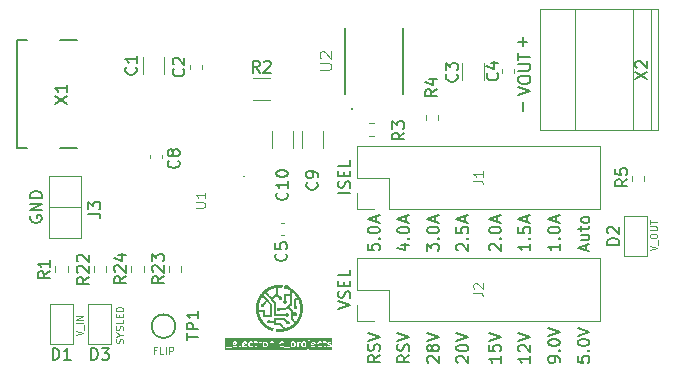
<source format=gto>
%TF.GenerationSoftware,KiCad,Pcbnew,9.0.6*%
%TF.CreationDate,2026-01-08T22:49:20+05:30*%
%TF.ProjectId,USB_PD_Trigger,5553425f-5044-45f5-9472-69676765722e,rev?*%
%TF.SameCoordinates,Original*%
%TF.FileFunction,Legend,Top*%
%TF.FilePolarity,Positive*%
%FSLAX46Y46*%
G04 Gerber Fmt 4.6, Leading zero omitted, Abs format (unit mm)*
G04 Created by KiCad (PCBNEW 9.0.6) date 2026-01-08 22:49:20*
%MOMM*%
%LPD*%
G01*
G04 APERTURE LIST*
%ADD10C,0.100000*%
%ADD11C,0.150000*%
%ADD12C,0.200000*%
%ADD13C,0.125000*%
%ADD14C,0.000000*%
%ADD15C,0.152400*%
%ADD16C,0.120000*%
G04 APERTURE END LIST*
D10*
G36*
X147963327Y-120998436D02*
G01*
X147980421Y-121015530D01*
X148000086Y-121054860D01*
X148000086Y-121202682D01*
X147980421Y-121242012D01*
X147963327Y-121259105D01*
X147923996Y-121278771D01*
X147833318Y-121278771D01*
X147814372Y-121269298D01*
X147814372Y-120988244D01*
X147833318Y-120978771D01*
X147923996Y-120978771D01*
X147963327Y-120998436D01*
G37*
G36*
X143041388Y-120994610D02*
G01*
X143057228Y-121026288D01*
X143057228Y-121030637D01*
X142871513Y-121067780D01*
X142871513Y-121026288D01*
X142887352Y-120994610D01*
X142919031Y-120978771D01*
X143009709Y-120978771D01*
X143041388Y-120994610D01*
G37*
G36*
X143869960Y-120994610D02*
G01*
X143885800Y-121026288D01*
X143885800Y-121030637D01*
X143700085Y-121067780D01*
X143700085Y-121026288D01*
X143715924Y-120994610D01*
X143747603Y-120978771D01*
X143838281Y-120978771D01*
X143869960Y-120994610D01*
G37*
G36*
X145620470Y-120998436D02*
G01*
X145637564Y-121015530D01*
X145657229Y-121054860D01*
X145657229Y-121202682D01*
X145637564Y-121242012D01*
X145620470Y-121259105D01*
X145581139Y-121278771D01*
X145519032Y-121278771D01*
X145479704Y-121259107D01*
X145462607Y-121242009D01*
X145442943Y-121202681D01*
X145442943Y-121054860D01*
X145462607Y-121015532D01*
X145479704Y-120998434D01*
X145519032Y-120978771D01*
X145581139Y-120978771D01*
X145620470Y-120998436D01*
G37*
G36*
X148877613Y-120998436D02*
G01*
X148894707Y-121015530D01*
X148914372Y-121054860D01*
X148914372Y-121202682D01*
X148894707Y-121242012D01*
X148877613Y-121259105D01*
X148838282Y-121278771D01*
X148776175Y-121278771D01*
X148736847Y-121259107D01*
X148719750Y-121242009D01*
X148700086Y-121202681D01*
X148700086Y-121054860D01*
X148719750Y-121015532D01*
X148736847Y-120998434D01*
X148776175Y-120978771D01*
X148838282Y-120978771D01*
X148877613Y-120998436D01*
G37*
G36*
X149698532Y-120994610D02*
G01*
X149714372Y-121026288D01*
X149714372Y-121030637D01*
X149528657Y-121067780D01*
X149528657Y-121026288D01*
X149544496Y-120994610D01*
X149576175Y-120978771D01*
X149666853Y-120978771D01*
X149698532Y-120994610D01*
G37*
G36*
X151223896Y-121645438D02*
G01*
X142137224Y-121645438D01*
X142137224Y-121366780D01*
X142203891Y-121366780D01*
X142203891Y-121405048D01*
X142230951Y-121432108D01*
X142250085Y-121435914D01*
X142707227Y-121435914D01*
X142726361Y-121432108D01*
X142753421Y-121405048D01*
X142753421Y-121366780D01*
X142726361Y-121339720D01*
X142707227Y-121335914D01*
X142250085Y-121335914D01*
X142230951Y-121339720D01*
X142203891Y-121366780D01*
X142137224Y-121366780D01*
X142137224Y-121014485D01*
X142771513Y-121014485D01*
X142771513Y-121243057D01*
X142772001Y-121245513D01*
X142771639Y-121246602D01*
X142773755Y-121254329D01*
X142775319Y-121262191D01*
X142776130Y-121263002D01*
X142776792Y-121265418D01*
X142805364Y-121322561D01*
X142811468Y-121330426D01*
X142812313Y-121332960D01*
X142815133Y-121335149D01*
X142817325Y-121337973D01*
X142819860Y-121338818D01*
X142827725Y-121344922D01*
X142884868Y-121373493D01*
X142887283Y-121374154D01*
X142888094Y-121374965D01*
X142895954Y-121376528D01*
X142903684Y-121378645D01*
X142904771Y-121378282D01*
X142907228Y-121378771D01*
X143021513Y-121378771D01*
X143023969Y-121378282D01*
X143025057Y-121378645D01*
X143032786Y-121376528D01*
X143040647Y-121374965D01*
X143041457Y-121374154D01*
X143043873Y-121373493D01*
X143101017Y-121344921D01*
X143116429Y-121332960D01*
X143128531Y-121296656D01*
X143111417Y-121262427D01*
X143075112Y-121250326D01*
X143056296Y-121255478D01*
X143009709Y-121278771D01*
X142919031Y-121278771D01*
X142887352Y-121262931D01*
X142871513Y-121231253D01*
X142871513Y-121169761D01*
X143117034Y-121120657D01*
X143123859Y-121117822D01*
X143126362Y-121117822D01*
X143128140Y-121116043D01*
X143135050Y-121113173D01*
X143143126Y-121101057D01*
X143153422Y-121090762D01*
X143154881Y-121083424D01*
X143156277Y-121081331D01*
X143155786Y-121078876D01*
X143157228Y-121071628D01*
X143157228Y-121014485D01*
X143156739Y-121012028D01*
X143157102Y-121010940D01*
X143154985Y-121003212D01*
X143153422Y-120995351D01*
X143152610Y-120994539D01*
X143151949Y-120992124D01*
X143123377Y-120934981D01*
X143117274Y-120927117D01*
X143116429Y-120924582D01*
X143113606Y-120922391D01*
X143111416Y-120919569D01*
X143108880Y-120918723D01*
X143101017Y-120912621D01*
X143043873Y-120884049D01*
X143041457Y-120883387D01*
X143040647Y-120882577D01*
X143032786Y-120881013D01*
X143025057Y-120878897D01*
X143023969Y-120879259D01*
X143021513Y-120878771D01*
X142907228Y-120878771D01*
X142904771Y-120879259D01*
X142903684Y-120878897D01*
X142895954Y-120881013D01*
X142888094Y-120882577D01*
X142887283Y-120883387D01*
X142884868Y-120884049D01*
X142827725Y-120912620D01*
X142819860Y-120918723D01*
X142817325Y-120919569D01*
X142815133Y-120922392D01*
X142812313Y-120924582D01*
X142811468Y-120927115D01*
X142805364Y-120934981D01*
X142776792Y-120992124D01*
X142776130Y-120994539D01*
X142775319Y-120995351D01*
X142773755Y-121003212D01*
X142771639Y-121010940D01*
X142772001Y-121012028D01*
X142771513Y-121014485D01*
X142137224Y-121014485D01*
X142137224Y-120728771D01*
X143314371Y-120728771D01*
X143314371Y-121243057D01*
X143314859Y-121245513D01*
X143314497Y-121246601D01*
X143316613Y-121254330D01*
X143318177Y-121262191D01*
X143318987Y-121263001D01*
X143319649Y-121265417D01*
X143348221Y-121322561D01*
X143354325Y-121330426D01*
X143355170Y-121332960D01*
X143357990Y-121335149D01*
X143360182Y-121337973D01*
X143362718Y-121338818D01*
X143370582Y-121344922D01*
X143427725Y-121373493D01*
X143446541Y-121378645D01*
X143482846Y-121366544D01*
X143499960Y-121332315D01*
X143487858Y-121296011D01*
X143472446Y-121284050D01*
X143430210Y-121262932D01*
X143414371Y-121231253D01*
X143414371Y-121014485D01*
X143600085Y-121014485D01*
X143600085Y-121243057D01*
X143600573Y-121245513D01*
X143600211Y-121246602D01*
X143602327Y-121254329D01*
X143603891Y-121262191D01*
X143604702Y-121263002D01*
X143605364Y-121265418D01*
X143633936Y-121322561D01*
X143640040Y-121330426D01*
X143640885Y-121332960D01*
X143643705Y-121335149D01*
X143645897Y-121337973D01*
X143648432Y-121338818D01*
X143656297Y-121344922D01*
X143713440Y-121373493D01*
X143715855Y-121374154D01*
X143716666Y-121374965D01*
X143724526Y-121376528D01*
X143732256Y-121378645D01*
X143733343Y-121378282D01*
X143735800Y-121378771D01*
X143850085Y-121378771D01*
X143852541Y-121378282D01*
X143853629Y-121378645D01*
X143861358Y-121376528D01*
X143869219Y-121374965D01*
X143870029Y-121374154D01*
X143872445Y-121373493D01*
X143929589Y-121344921D01*
X143945001Y-121332960D01*
X143957103Y-121296656D01*
X143939989Y-121262427D01*
X143903684Y-121250326D01*
X143884868Y-121255478D01*
X143838281Y-121278771D01*
X143747603Y-121278771D01*
X143715924Y-121262931D01*
X143700085Y-121231253D01*
X143700085Y-121169761D01*
X143945606Y-121120657D01*
X143952431Y-121117822D01*
X143954934Y-121117822D01*
X143956712Y-121116043D01*
X143963622Y-121113173D01*
X143971698Y-121101057D01*
X143981994Y-121090762D01*
X143983453Y-121083424D01*
X143984849Y-121081331D01*
X143984358Y-121078876D01*
X143985800Y-121071628D01*
X143985800Y-121043057D01*
X144114371Y-121043057D01*
X144114371Y-121214485D01*
X144114859Y-121216941D01*
X144114497Y-121218030D01*
X144116613Y-121225757D01*
X144118177Y-121233619D01*
X144118988Y-121234430D01*
X144119650Y-121236846D01*
X144148222Y-121293989D01*
X144153133Y-121300317D01*
X144157587Y-121306983D01*
X144186158Y-121335555D01*
X144192822Y-121340008D01*
X144199154Y-121344922D01*
X144256297Y-121373493D01*
X144258712Y-121374154D01*
X144259523Y-121374965D01*
X144267383Y-121376528D01*
X144275113Y-121378645D01*
X144276200Y-121378282D01*
X144278657Y-121378771D01*
X144392943Y-121378771D01*
X144395399Y-121378282D01*
X144396487Y-121378645D01*
X144404216Y-121376528D01*
X144412077Y-121374965D01*
X144412887Y-121374154D01*
X144415303Y-121373493D01*
X144472447Y-121344921D01*
X144487859Y-121332960D01*
X144499961Y-121296656D01*
X144482847Y-121262427D01*
X144446542Y-121250326D01*
X144427726Y-121255478D01*
X144381139Y-121278771D01*
X144290460Y-121278771D01*
X144251132Y-121259107D01*
X144234035Y-121242009D01*
X144214371Y-121202681D01*
X144214371Y-121054860D01*
X144234035Y-121015532D01*
X144251132Y-120998434D01*
X144290460Y-120978771D01*
X144381139Y-120978771D01*
X144427726Y-121002064D01*
X144446542Y-121007216D01*
X144482847Y-120995115D01*
X144499961Y-120960886D01*
X144487859Y-120924582D01*
X144472447Y-120912621D01*
X144466479Y-120909637D01*
X144575320Y-120909637D01*
X144575320Y-120947905D01*
X144602380Y-120974965D01*
X144621514Y-120978771D01*
X144657229Y-120978771D01*
X144657229Y-121243057D01*
X144657717Y-121245513D01*
X144657355Y-121246601D01*
X144659471Y-121254330D01*
X144661035Y-121262191D01*
X144661845Y-121263001D01*
X144662507Y-121265417D01*
X144691079Y-121322561D01*
X144697183Y-121330426D01*
X144698028Y-121332960D01*
X144700848Y-121335149D01*
X144703040Y-121337973D01*
X144705576Y-121338818D01*
X144713440Y-121344922D01*
X144770583Y-121373493D01*
X144772998Y-121374154D01*
X144773809Y-121374965D01*
X144781669Y-121376528D01*
X144789399Y-121378645D01*
X144790486Y-121378282D01*
X144792943Y-121378771D01*
X144850086Y-121378771D01*
X144869220Y-121374965D01*
X144896280Y-121347905D01*
X144896280Y-121309637D01*
X144869220Y-121282577D01*
X144850086Y-121278771D01*
X144804746Y-121278771D01*
X144773068Y-121262932D01*
X144757229Y-121231253D01*
X144757229Y-120978771D01*
X144850086Y-120978771D01*
X144869220Y-120974965D01*
X144896280Y-120947905D01*
X144896280Y-120928771D01*
X145000086Y-120928771D01*
X145000086Y-121328771D01*
X145003892Y-121347905D01*
X145030952Y-121374965D01*
X145069220Y-121374965D01*
X145096280Y-121347905D01*
X145100086Y-121328771D01*
X145100086Y-121054860D01*
X145105987Y-121043057D01*
X145342943Y-121043057D01*
X145342943Y-121214485D01*
X145343431Y-121216941D01*
X145343069Y-121218030D01*
X145345185Y-121225757D01*
X145346749Y-121233619D01*
X145347560Y-121234430D01*
X145348222Y-121236846D01*
X145376794Y-121293989D01*
X145381705Y-121300317D01*
X145386159Y-121306983D01*
X145414730Y-121335555D01*
X145421394Y-121340008D01*
X145427726Y-121344922D01*
X145484869Y-121373493D01*
X145487284Y-121374154D01*
X145488095Y-121374965D01*
X145495955Y-121376528D01*
X145503685Y-121378645D01*
X145504772Y-121378282D01*
X145507229Y-121378771D01*
X145592943Y-121378771D01*
X145595399Y-121378282D01*
X145596487Y-121378645D01*
X145604216Y-121376528D01*
X145612077Y-121374965D01*
X145612887Y-121374154D01*
X145615303Y-121373493D01*
X145672447Y-121344921D01*
X145678781Y-121340005D01*
X145685441Y-121335555D01*
X145714013Y-121306983D01*
X145718464Y-121300321D01*
X145723380Y-121293988D01*
X145751951Y-121236845D01*
X145752612Y-121234429D01*
X145753423Y-121233619D01*
X145754986Y-121225758D01*
X145757103Y-121218029D01*
X145756740Y-121216941D01*
X145757229Y-121214485D01*
X145757229Y-121043057D01*
X145756740Y-121040600D01*
X145757103Y-121039513D01*
X145754986Y-121031783D01*
X145753423Y-121023923D01*
X145752612Y-121023112D01*
X145751951Y-121020697D01*
X145723380Y-120963554D01*
X145718464Y-120957220D01*
X145714013Y-120950559D01*
X145692225Y-120928771D01*
X145914372Y-120928771D01*
X145914372Y-121328771D01*
X145918178Y-121347905D01*
X145945238Y-121374965D01*
X145983506Y-121374965D01*
X146010566Y-121347905D01*
X146014372Y-121328771D01*
X146014372Y-121006624D01*
X146022561Y-120998434D01*
X146061889Y-120978771D01*
X146123996Y-120978771D01*
X146155675Y-120994610D01*
X146171515Y-121026288D01*
X146171515Y-121328771D01*
X146175321Y-121347905D01*
X146202381Y-121374965D01*
X146240649Y-121374965D01*
X146267709Y-121347905D01*
X146271515Y-121328771D01*
X146271515Y-121014485D01*
X146271026Y-121012028D01*
X146271389Y-121010940D01*
X146269272Y-121003212D01*
X146267709Y-120995351D01*
X146266897Y-120994539D01*
X146266236Y-120992124D01*
X146237664Y-120934981D01*
X146232845Y-120928771D01*
X146457229Y-120928771D01*
X146457229Y-121328771D01*
X146461035Y-121347905D01*
X146488095Y-121374965D01*
X146526363Y-121374965D01*
X146553423Y-121347905D01*
X146557229Y-121328771D01*
X146557229Y-121043057D01*
X146714371Y-121043057D01*
X146714371Y-121214485D01*
X146714859Y-121216941D01*
X146714497Y-121218030D01*
X146716613Y-121225757D01*
X146718177Y-121233619D01*
X146718988Y-121234430D01*
X146719650Y-121236846D01*
X146748222Y-121293989D01*
X146753133Y-121300317D01*
X146757587Y-121306983D01*
X146786158Y-121335555D01*
X146792822Y-121340008D01*
X146799154Y-121344922D01*
X146856297Y-121373493D01*
X146858712Y-121374154D01*
X146859523Y-121374965D01*
X146867383Y-121376528D01*
X146875113Y-121378645D01*
X146876200Y-121378282D01*
X146878657Y-121378771D01*
X146992943Y-121378771D01*
X146995399Y-121378282D01*
X146996487Y-121378645D01*
X147004216Y-121376528D01*
X147012077Y-121374965D01*
X147012887Y-121374154D01*
X147015303Y-121373493D01*
X147028729Y-121366780D01*
X147118178Y-121366780D01*
X147118178Y-121405048D01*
X147145238Y-121432108D01*
X147164372Y-121435914D01*
X147621514Y-121435914D01*
X147640648Y-121432108D01*
X147667708Y-121405048D01*
X147667708Y-121366780D01*
X147640648Y-121339720D01*
X147621514Y-121335914D01*
X147164372Y-121335914D01*
X147145238Y-121339720D01*
X147118178Y-121366780D01*
X147028729Y-121366780D01*
X147072447Y-121344921D01*
X147087859Y-121332960D01*
X147099961Y-121296656D01*
X147082847Y-121262427D01*
X147046542Y-121250326D01*
X147027726Y-121255478D01*
X146981139Y-121278771D01*
X146890460Y-121278771D01*
X146851132Y-121259107D01*
X146834035Y-121242009D01*
X146814371Y-121202681D01*
X146814371Y-121054860D01*
X146834035Y-121015532D01*
X146851132Y-120998434D01*
X146890460Y-120978771D01*
X146981139Y-120978771D01*
X147027726Y-121002064D01*
X147046542Y-121007216D01*
X147082847Y-120995115D01*
X147099961Y-120960886D01*
X147089255Y-120928771D01*
X147714372Y-120928771D01*
X147714372Y-121528771D01*
X147718178Y-121547905D01*
X147745238Y-121574965D01*
X147783506Y-121574965D01*
X147810566Y-121547905D01*
X147814372Y-121528771D01*
X147814372Y-121509637D01*
X149061035Y-121509637D01*
X149061035Y-121547905D01*
X149088095Y-121574965D01*
X149107229Y-121578771D01*
X149135800Y-121578771D01*
X149138256Y-121578282D01*
X149139344Y-121578645D01*
X149147073Y-121576528D01*
X149154934Y-121574965D01*
X149155744Y-121574154D01*
X149158160Y-121573493D01*
X149215304Y-121544921D01*
X149223167Y-121538818D01*
X149225703Y-121537973D01*
X149227893Y-121535150D01*
X149230716Y-121532960D01*
X149231561Y-121530424D01*
X149237664Y-121522561D01*
X149266236Y-121465418D01*
X149266897Y-121463002D01*
X149267709Y-121462191D01*
X149269272Y-121454329D01*
X149271389Y-121446602D01*
X149271026Y-121445513D01*
X149271515Y-121443057D01*
X149271515Y-121014485D01*
X149428657Y-121014485D01*
X149428657Y-121243057D01*
X149429145Y-121245513D01*
X149428783Y-121246602D01*
X149430899Y-121254329D01*
X149432463Y-121262191D01*
X149433274Y-121263002D01*
X149433936Y-121265418D01*
X149462508Y-121322561D01*
X149468612Y-121330426D01*
X149469457Y-121332960D01*
X149472277Y-121335149D01*
X149474469Y-121337973D01*
X149477004Y-121338818D01*
X149484869Y-121344922D01*
X149542012Y-121373493D01*
X149544427Y-121374154D01*
X149545238Y-121374965D01*
X149553098Y-121376528D01*
X149560828Y-121378645D01*
X149561915Y-121378282D01*
X149564372Y-121378771D01*
X149678657Y-121378771D01*
X149681113Y-121378282D01*
X149682201Y-121378645D01*
X149689930Y-121376528D01*
X149697791Y-121374965D01*
X149698601Y-121374154D01*
X149701017Y-121373493D01*
X149758161Y-121344921D01*
X149773573Y-121332960D01*
X149785675Y-121296656D01*
X149768561Y-121262427D01*
X149732256Y-121250326D01*
X149713440Y-121255478D01*
X149666853Y-121278771D01*
X149576175Y-121278771D01*
X149544496Y-121262931D01*
X149528657Y-121231253D01*
X149528657Y-121169761D01*
X149774178Y-121120657D01*
X149781003Y-121117822D01*
X149783506Y-121117822D01*
X149785284Y-121116043D01*
X149792194Y-121113173D01*
X149800270Y-121101057D01*
X149810566Y-121090762D01*
X149812025Y-121083424D01*
X149813421Y-121081331D01*
X149812930Y-121078876D01*
X149814372Y-121071628D01*
X149814372Y-121043057D01*
X149942943Y-121043057D01*
X149942943Y-121214485D01*
X149943431Y-121216941D01*
X149943069Y-121218030D01*
X149945185Y-121225757D01*
X149946749Y-121233619D01*
X149947560Y-121234430D01*
X149948222Y-121236846D01*
X149976794Y-121293989D01*
X149981705Y-121300317D01*
X149986159Y-121306983D01*
X150014730Y-121335555D01*
X150021394Y-121340008D01*
X150027726Y-121344922D01*
X150084869Y-121373493D01*
X150087284Y-121374154D01*
X150088095Y-121374965D01*
X150095955Y-121376528D01*
X150103685Y-121378645D01*
X150104772Y-121378282D01*
X150107229Y-121378771D01*
X150221515Y-121378771D01*
X150223971Y-121378282D01*
X150225059Y-121378645D01*
X150232788Y-121376528D01*
X150240649Y-121374965D01*
X150241459Y-121374154D01*
X150243875Y-121373493D01*
X150301019Y-121344921D01*
X150316431Y-121332960D01*
X150328533Y-121296656D01*
X150311419Y-121262427D01*
X150275114Y-121250326D01*
X150256298Y-121255478D01*
X150209711Y-121278771D01*
X150119032Y-121278771D01*
X150079704Y-121259107D01*
X150062607Y-121242009D01*
X150042943Y-121202681D01*
X150042943Y-121054860D01*
X150062607Y-121015532D01*
X150079704Y-120998434D01*
X150119032Y-120978771D01*
X150209711Y-120978771D01*
X150256298Y-121002064D01*
X150275114Y-121007216D01*
X150311419Y-120995115D01*
X150328533Y-120960886D01*
X150316431Y-120924582D01*
X150301019Y-120912621D01*
X150295051Y-120909637D01*
X150403892Y-120909637D01*
X150403892Y-120947905D01*
X150430952Y-120974965D01*
X150450086Y-120978771D01*
X150485801Y-120978771D01*
X150485801Y-121243057D01*
X150486289Y-121245513D01*
X150485927Y-121246601D01*
X150488043Y-121254330D01*
X150489607Y-121262191D01*
X150490417Y-121263001D01*
X150491079Y-121265417D01*
X150519651Y-121322561D01*
X150525755Y-121330426D01*
X150526600Y-121332960D01*
X150529420Y-121335149D01*
X150531612Y-121337973D01*
X150534148Y-121338818D01*
X150542012Y-121344922D01*
X150599155Y-121373493D01*
X150601570Y-121374154D01*
X150602381Y-121374965D01*
X150610241Y-121376528D01*
X150617971Y-121378645D01*
X150619058Y-121378282D01*
X150621515Y-121378771D01*
X150678658Y-121378771D01*
X150697792Y-121374965D01*
X150724852Y-121347905D01*
X150724852Y-121309637D01*
X150697792Y-121282577D01*
X150678658Y-121278771D01*
X150633318Y-121278771D01*
X150601640Y-121262932D01*
X150585801Y-121231253D01*
X150585801Y-121014485D01*
X150800086Y-121014485D01*
X150800086Y-121043057D01*
X150800574Y-121045513D01*
X150800212Y-121046602D01*
X150802328Y-121054329D01*
X150803892Y-121062191D01*
X150804703Y-121063002D01*
X150805365Y-121065418D01*
X150833937Y-121122561D01*
X150840041Y-121130426D01*
X150840886Y-121132960D01*
X150843706Y-121135149D01*
X150845898Y-121137973D01*
X150848433Y-121138818D01*
X150856298Y-121144922D01*
X150913441Y-121173493D01*
X150915856Y-121174154D01*
X150916667Y-121174965D01*
X150924527Y-121176528D01*
X150932257Y-121178645D01*
X150933344Y-121178282D01*
X150935801Y-121178771D01*
X151009711Y-121178771D01*
X151041390Y-121194610D01*
X151057229Y-121226288D01*
X151057229Y-121231254D01*
X151041390Y-121262931D01*
X151009711Y-121278771D01*
X150919032Y-121278771D01*
X150872446Y-121255478D01*
X150853630Y-121250326D01*
X150817326Y-121262428D01*
X150800212Y-121296656D01*
X150812314Y-121332960D01*
X150827726Y-121344922D01*
X150884869Y-121373493D01*
X150887284Y-121374154D01*
X150888095Y-121374965D01*
X150895955Y-121376528D01*
X150903685Y-121378645D01*
X150904772Y-121378282D01*
X150907229Y-121378771D01*
X151021515Y-121378771D01*
X151023971Y-121378282D01*
X151025059Y-121378645D01*
X151032788Y-121376528D01*
X151040649Y-121374965D01*
X151041459Y-121374154D01*
X151043875Y-121373493D01*
X151101019Y-121344921D01*
X151108884Y-121338816D01*
X151111418Y-121337972D01*
X151113607Y-121335151D01*
X151116431Y-121332960D01*
X151117276Y-121330423D01*
X151123380Y-121322560D01*
X151151951Y-121265417D01*
X151152612Y-121263001D01*
X151153423Y-121262191D01*
X151154986Y-121254330D01*
X151157103Y-121246601D01*
X151156740Y-121245513D01*
X151157229Y-121243057D01*
X151157229Y-121214485D01*
X151156740Y-121212028D01*
X151157103Y-121210941D01*
X151154986Y-121203211D01*
X151153423Y-121195351D01*
X151152612Y-121194540D01*
X151151951Y-121192125D01*
X151123380Y-121134982D01*
X151117276Y-121127118D01*
X151116431Y-121124582D01*
X151113607Y-121122390D01*
X151111418Y-121119570D01*
X151108884Y-121118725D01*
X151101019Y-121112621D01*
X151043875Y-121084049D01*
X151041459Y-121083387D01*
X151040649Y-121082577D01*
X151032788Y-121081013D01*
X151025059Y-121078897D01*
X151023971Y-121079259D01*
X151021515Y-121078771D01*
X150947604Y-121078771D01*
X150915925Y-121062931D01*
X150900086Y-121031253D01*
X150900086Y-121026288D01*
X150915925Y-120994610D01*
X150947604Y-120978771D01*
X151009711Y-120978771D01*
X151056298Y-121002064D01*
X151075114Y-121007216D01*
X151111419Y-120995115D01*
X151128533Y-120960886D01*
X151116431Y-120924582D01*
X151101019Y-120912621D01*
X151043875Y-120884049D01*
X151041459Y-120883387D01*
X151040649Y-120882577D01*
X151032788Y-120881013D01*
X151025059Y-120878897D01*
X151023971Y-120879259D01*
X151021515Y-120878771D01*
X150935801Y-120878771D01*
X150933344Y-120879259D01*
X150932257Y-120878897D01*
X150924527Y-120881013D01*
X150916667Y-120882577D01*
X150915856Y-120883387D01*
X150913441Y-120884049D01*
X150856298Y-120912620D01*
X150848433Y-120918723D01*
X150845898Y-120919569D01*
X150843706Y-120922392D01*
X150840886Y-120924582D01*
X150840041Y-120927115D01*
X150833937Y-120934981D01*
X150805365Y-120992124D01*
X150804703Y-120994539D01*
X150803892Y-120995351D01*
X150802328Y-121003212D01*
X150800212Y-121010940D01*
X150800574Y-121012028D01*
X150800086Y-121014485D01*
X150585801Y-121014485D01*
X150585801Y-120978771D01*
X150678658Y-120978771D01*
X150697792Y-120974965D01*
X150724852Y-120947905D01*
X150724852Y-120909637D01*
X150697792Y-120882577D01*
X150678658Y-120878771D01*
X150585801Y-120878771D01*
X150585801Y-120728771D01*
X150581995Y-120709637D01*
X150554935Y-120682577D01*
X150516667Y-120682577D01*
X150489607Y-120709637D01*
X150485801Y-120728771D01*
X150485801Y-120878771D01*
X150450086Y-120878771D01*
X150430952Y-120882577D01*
X150403892Y-120909637D01*
X150295051Y-120909637D01*
X150243875Y-120884049D01*
X150241459Y-120883387D01*
X150240649Y-120882577D01*
X150232788Y-120881013D01*
X150225059Y-120878897D01*
X150223971Y-120879259D01*
X150221515Y-120878771D01*
X150107229Y-120878771D01*
X150104772Y-120879259D01*
X150103685Y-120878897D01*
X150095955Y-120881013D01*
X150088095Y-120882577D01*
X150087284Y-120883387D01*
X150084869Y-120884049D01*
X150027726Y-120912620D01*
X150021394Y-120917533D01*
X150014730Y-120921987D01*
X149986159Y-120950559D01*
X149981705Y-120957224D01*
X149976794Y-120963553D01*
X149948222Y-121020696D01*
X149947560Y-121023111D01*
X149946749Y-121023923D01*
X149945185Y-121031784D01*
X149943069Y-121039512D01*
X149943431Y-121040600D01*
X149942943Y-121043057D01*
X149814372Y-121043057D01*
X149814372Y-121014485D01*
X149813883Y-121012028D01*
X149814246Y-121010940D01*
X149812129Y-121003212D01*
X149810566Y-120995351D01*
X149809754Y-120994539D01*
X149809093Y-120992124D01*
X149780521Y-120934981D01*
X149774418Y-120927117D01*
X149773573Y-120924582D01*
X149770750Y-120922391D01*
X149768560Y-120919569D01*
X149766024Y-120918723D01*
X149758161Y-120912621D01*
X149701017Y-120884049D01*
X149698601Y-120883387D01*
X149697791Y-120882577D01*
X149689930Y-120881013D01*
X149682201Y-120878897D01*
X149681113Y-120879259D01*
X149678657Y-120878771D01*
X149564372Y-120878771D01*
X149561915Y-120879259D01*
X149560828Y-120878897D01*
X149553098Y-120881013D01*
X149545238Y-120882577D01*
X149544427Y-120883387D01*
X149542012Y-120884049D01*
X149484869Y-120912620D01*
X149477004Y-120918723D01*
X149474469Y-120919569D01*
X149472277Y-120922392D01*
X149469457Y-120924582D01*
X149468612Y-120927115D01*
X149462508Y-120934981D01*
X149433936Y-120992124D01*
X149433274Y-120994539D01*
X149432463Y-120995351D01*
X149430899Y-121003212D01*
X149428783Y-121010940D01*
X149429145Y-121012028D01*
X149428657Y-121014485D01*
X149271515Y-121014485D01*
X149271515Y-120928771D01*
X149267709Y-120909637D01*
X149240649Y-120882577D01*
X149202381Y-120882577D01*
X149175321Y-120909637D01*
X149171515Y-120928771D01*
X149171515Y-121431253D01*
X149155675Y-121462931D01*
X149123996Y-121478771D01*
X149107229Y-121478771D01*
X149088095Y-121482577D01*
X149061035Y-121509637D01*
X147814372Y-121509637D01*
X147814372Y-121377659D01*
X147817971Y-121378645D01*
X147819058Y-121378282D01*
X147821515Y-121378771D01*
X147935800Y-121378771D01*
X147938256Y-121378282D01*
X147939344Y-121378645D01*
X147947073Y-121376528D01*
X147954934Y-121374965D01*
X147955744Y-121374154D01*
X147958160Y-121373493D01*
X148015304Y-121344921D01*
X148021638Y-121340005D01*
X148028298Y-121335555D01*
X148056870Y-121306983D01*
X148061321Y-121300321D01*
X148066237Y-121293988D01*
X148094808Y-121236845D01*
X148095469Y-121234429D01*
X148096280Y-121233619D01*
X148097843Y-121225758D01*
X148099960Y-121218029D01*
X148099597Y-121216941D01*
X148100086Y-121214485D01*
X148100086Y-121043057D01*
X148099597Y-121040600D01*
X148099960Y-121039513D01*
X148097843Y-121031783D01*
X148096280Y-121023923D01*
X148095469Y-121023112D01*
X148094808Y-121020697D01*
X148066237Y-120963554D01*
X148061321Y-120957220D01*
X148056870Y-120950559D01*
X148035082Y-120928771D01*
X148257229Y-120928771D01*
X148257229Y-121328771D01*
X148261035Y-121347905D01*
X148288095Y-121374965D01*
X148326363Y-121374965D01*
X148353423Y-121347905D01*
X148357229Y-121328771D01*
X148357229Y-121054860D01*
X148363130Y-121043057D01*
X148600086Y-121043057D01*
X148600086Y-121214485D01*
X148600574Y-121216941D01*
X148600212Y-121218030D01*
X148602328Y-121225757D01*
X148603892Y-121233619D01*
X148604703Y-121234430D01*
X148605365Y-121236846D01*
X148633937Y-121293989D01*
X148638848Y-121300317D01*
X148643302Y-121306983D01*
X148671873Y-121335555D01*
X148678537Y-121340008D01*
X148684869Y-121344922D01*
X148742012Y-121373493D01*
X148744427Y-121374154D01*
X148745238Y-121374965D01*
X148753098Y-121376528D01*
X148760828Y-121378645D01*
X148761915Y-121378282D01*
X148764372Y-121378771D01*
X148850086Y-121378771D01*
X148852542Y-121378282D01*
X148853630Y-121378645D01*
X148861359Y-121376528D01*
X148869220Y-121374965D01*
X148870030Y-121374154D01*
X148872446Y-121373493D01*
X148929590Y-121344921D01*
X148935924Y-121340005D01*
X148942584Y-121335555D01*
X148971156Y-121306983D01*
X148975607Y-121300321D01*
X148980523Y-121293988D01*
X149009094Y-121236845D01*
X149009755Y-121234429D01*
X149010566Y-121233619D01*
X149012129Y-121225758D01*
X149014246Y-121218029D01*
X149013883Y-121216941D01*
X149014372Y-121214485D01*
X149014372Y-121043057D01*
X149013883Y-121040600D01*
X149014246Y-121039513D01*
X149012129Y-121031783D01*
X149010566Y-121023923D01*
X149009755Y-121023112D01*
X149009094Y-121020697D01*
X148980523Y-120963554D01*
X148975607Y-120957220D01*
X148971156Y-120950559D01*
X148942584Y-120921987D01*
X148935924Y-120917536D01*
X148929590Y-120912621D01*
X148872446Y-120884049D01*
X148870030Y-120883387D01*
X148869220Y-120882577D01*
X148861359Y-120881013D01*
X148853630Y-120878897D01*
X148852542Y-120879259D01*
X148850086Y-120878771D01*
X148764372Y-120878771D01*
X148761915Y-120879259D01*
X148760828Y-120878897D01*
X148753098Y-120881013D01*
X148745238Y-120882577D01*
X148744427Y-120883387D01*
X148742012Y-120884049D01*
X148684869Y-120912620D01*
X148678537Y-120917533D01*
X148671873Y-120921987D01*
X148643302Y-120950559D01*
X148638848Y-120957224D01*
X148633937Y-120963553D01*
X148605365Y-121020696D01*
X148604703Y-121023111D01*
X148603892Y-121023923D01*
X148602328Y-121031784D01*
X148600212Y-121039512D01*
X148600574Y-121040600D01*
X148600086Y-121043057D01*
X148363130Y-121043057D01*
X148376894Y-121015529D01*
X148393989Y-120998435D01*
X148433317Y-120978771D01*
X148478657Y-120978771D01*
X148497791Y-120974965D01*
X148524851Y-120947905D01*
X148524851Y-120909637D01*
X148497791Y-120882577D01*
X148478657Y-120878771D01*
X148421514Y-120878771D01*
X148419057Y-120879259D01*
X148417970Y-120878897D01*
X148410245Y-120881012D01*
X148402380Y-120882577D01*
X148401568Y-120883388D01*
X148399154Y-120884050D01*
X148351608Y-120907822D01*
X148326363Y-120882577D01*
X148288095Y-120882577D01*
X148261035Y-120909637D01*
X148257229Y-120928771D01*
X148035082Y-120928771D01*
X148028298Y-120921987D01*
X148021638Y-120917536D01*
X148015304Y-120912621D01*
X147958160Y-120884049D01*
X147955744Y-120883387D01*
X147954934Y-120882577D01*
X147947073Y-120881013D01*
X147939344Y-120878897D01*
X147938256Y-120879259D01*
X147935800Y-120878771D01*
X147821515Y-120878771D01*
X147819058Y-120879259D01*
X147817971Y-120878897D01*
X147810241Y-120881013D01*
X147802381Y-120882577D01*
X147801570Y-120883387D01*
X147799155Y-120884049D01*
X147789703Y-120888774D01*
X147783506Y-120882577D01*
X147745238Y-120882577D01*
X147718178Y-120909637D01*
X147714372Y-120928771D01*
X147089255Y-120928771D01*
X147087859Y-120924582D01*
X147072447Y-120912621D01*
X147015303Y-120884049D01*
X147012887Y-120883387D01*
X147012077Y-120882577D01*
X147004216Y-120881013D01*
X146996487Y-120878897D01*
X146995399Y-120879259D01*
X146992943Y-120878771D01*
X146878657Y-120878771D01*
X146876200Y-120879259D01*
X146875113Y-120878897D01*
X146867383Y-120881013D01*
X146859523Y-120882577D01*
X146858712Y-120883387D01*
X146856297Y-120884049D01*
X146799154Y-120912620D01*
X146792822Y-120917533D01*
X146786158Y-120921987D01*
X146757587Y-120950559D01*
X146753133Y-120957224D01*
X146748222Y-120963553D01*
X146719650Y-121020696D01*
X146718988Y-121023111D01*
X146718177Y-121023923D01*
X146716613Y-121031784D01*
X146714497Y-121039512D01*
X146714859Y-121040600D01*
X146714371Y-121043057D01*
X146557229Y-121043057D01*
X146557229Y-120928771D01*
X146553423Y-120909637D01*
X146526363Y-120882577D01*
X146488095Y-120882577D01*
X146461035Y-120909637D01*
X146457229Y-120928771D01*
X146232845Y-120928771D01*
X146231561Y-120927117D01*
X146230716Y-120924582D01*
X146227893Y-120922391D01*
X146225703Y-120919569D01*
X146223167Y-120918723D01*
X146215304Y-120912621D01*
X146158160Y-120884049D01*
X146155744Y-120883387D01*
X146154934Y-120882577D01*
X146147073Y-120881013D01*
X146139344Y-120878897D01*
X146138256Y-120879259D01*
X146135800Y-120878771D01*
X146050086Y-120878771D01*
X146047629Y-120879259D01*
X146046542Y-120878897D01*
X146038812Y-120881013D01*
X146030952Y-120882577D01*
X146030141Y-120883387D01*
X146027726Y-120884049D01*
X145999227Y-120898298D01*
X145983506Y-120882577D01*
X145945238Y-120882577D01*
X145918178Y-120909637D01*
X145914372Y-120928771D01*
X145692225Y-120928771D01*
X145685441Y-120921987D01*
X145678781Y-120917536D01*
X145672447Y-120912621D01*
X145615303Y-120884049D01*
X145612887Y-120883387D01*
X145612077Y-120882577D01*
X145604216Y-120881013D01*
X145596487Y-120878897D01*
X145595399Y-120879259D01*
X145592943Y-120878771D01*
X145507229Y-120878771D01*
X145504772Y-120879259D01*
X145503685Y-120878897D01*
X145495955Y-120881013D01*
X145488095Y-120882577D01*
X145487284Y-120883387D01*
X145484869Y-120884049D01*
X145427726Y-120912620D01*
X145421394Y-120917533D01*
X145414730Y-120921987D01*
X145386159Y-120950559D01*
X145381705Y-120957224D01*
X145376794Y-120963553D01*
X145348222Y-121020696D01*
X145347560Y-121023111D01*
X145346749Y-121023923D01*
X145345185Y-121031784D01*
X145343069Y-121039512D01*
X145343431Y-121040600D01*
X145342943Y-121043057D01*
X145105987Y-121043057D01*
X145119751Y-121015529D01*
X145136846Y-120998435D01*
X145176174Y-120978771D01*
X145221514Y-120978771D01*
X145240648Y-120974965D01*
X145267708Y-120947905D01*
X145267708Y-120909637D01*
X145240648Y-120882577D01*
X145221514Y-120878771D01*
X145164371Y-120878771D01*
X145161914Y-120879259D01*
X145160827Y-120878897D01*
X145153102Y-120881012D01*
X145145237Y-120882577D01*
X145144425Y-120883388D01*
X145142011Y-120884050D01*
X145094465Y-120907822D01*
X145069220Y-120882577D01*
X145030952Y-120882577D01*
X145003892Y-120909637D01*
X145000086Y-120928771D01*
X144896280Y-120928771D01*
X144896280Y-120909637D01*
X144869220Y-120882577D01*
X144850086Y-120878771D01*
X144757229Y-120878771D01*
X144757229Y-120738207D01*
X146432463Y-120738207D01*
X146432463Y-120738208D01*
X146432463Y-120776476D01*
X146443302Y-120792697D01*
X146471874Y-120821269D01*
X146488095Y-120832108D01*
X146526363Y-120832108D01*
X146526364Y-120832108D01*
X146542585Y-120821269D01*
X146571156Y-120792697D01*
X146581994Y-120776476D01*
X146581994Y-120764126D01*
X146581994Y-120738207D01*
X149146749Y-120738207D01*
X149146749Y-120738208D01*
X149146749Y-120776476D01*
X149157588Y-120792697D01*
X149186160Y-120821269D01*
X149202381Y-120832108D01*
X149240649Y-120832108D01*
X149240650Y-120832108D01*
X149256871Y-120821269D01*
X149285442Y-120792697D01*
X149296280Y-120776476D01*
X149296280Y-120764126D01*
X149296280Y-120738207D01*
X149285441Y-120721986D01*
X149256870Y-120693416D01*
X149240649Y-120682577D01*
X149202381Y-120682577D01*
X149186160Y-120693415D01*
X149157588Y-120721986D01*
X149146749Y-120738207D01*
X146581994Y-120738207D01*
X146571155Y-120721986D01*
X146542584Y-120693416D01*
X146526363Y-120682577D01*
X146488095Y-120682577D01*
X146471874Y-120693415D01*
X146443302Y-120721986D01*
X146432463Y-120738207D01*
X144757229Y-120738207D01*
X144757229Y-120728771D01*
X144753423Y-120709637D01*
X144726363Y-120682577D01*
X144688095Y-120682577D01*
X144661035Y-120709637D01*
X144657229Y-120728771D01*
X144657229Y-120878771D01*
X144621514Y-120878771D01*
X144602380Y-120882577D01*
X144575320Y-120909637D01*
X144466479Y-120909637D01*
X144415303Y-120884049D01*
X144412887Y-120883387D01*
X144412077Y-120882577D01*
X144404216Y-120881013D01*
X144396487Y-120878897D01*
X144395399Y-120879259D01*
X144392943Y-120878771D01*
X144278657Y-120878771D01*
X144276200Y-120879259D01*
X144275113Y-120878897D01*
X144267383Y-120881013D01*
X144259523Y-120882577D01*
X144258712Y-120883387D01*
X144256297Y-120884049D01*
X144199154Y-120912620D01*
X144192822Y-120917533D01*
X144186158Y-120921987D01*
X144157587Y-120950559D01*
X144153133Y-120957224D01*
X144148222Y-120963553D01*
X144119650Y-121020696D01*
X144118988Y-121023111D01*
X144118177Y-121023923D01*
X144116613Y-121031784D01*
X144114497Y-121039512D01*
X144114859Y-121040600D01*
X144114371Y-121043057D01*
X143985800Y-121043057D01*
X143985800Y-121014485D01*
X143985311Y-121012028D01*
X143985674Y-121010940D01*
X143983557Y-121003212D01*
X143981994Y-120995351D01*
X143981182Y-120994539D01*
X143980521Y-120992124D01*
X143951949Y-120934981D01*
X143945846Y-120927117D01*
X143945001Y-120924582D01*
X143942178Y-120922391D01*
X143939988Y-120919569D01*
X143937452Y-120918723D01*
X143929589Y-120912621D01*
X143872445Y-120884049D01*
X143870029Y-120883387D01*
X143869219Y-120882577D01*
X143861358Y-120881013D01*
X143853629Y-120878897D01*
X143852541Y-120879259D01*
X143850085Y-120878771D01*
X143735800Y-120878771D01*
X143733343Y-120879259D01*
X143732256Y-120878897D01*
X143724526Y-120881013D01*
X143716666Y-120882577D01*
X143715855Y-120883387D01*
X143713440Y-120884049D01*
X143656297Y-120912620D01*
X143648432Y-120918723D01*
X143645897Y-120919569D01*
X143643705Y-120922392D01*
X143640885Y-120924582D01*
X143640040Y-120927115D01*
X143633936Y-120934981D01*
X143605364Y-120992124D01*
X143604702Y-120994539D01*
X143603891Y-120995351D01*
X143602327Y-121003212D01*
X143600211Y-121010940D01*
X143600573Y-121012028D01*
X143600085Y-121014485D01*
X143414371Y-121014485D01*
X143414371Y-120728771D01*
X143410565Y-120709637D01*
X143383505Y-120682577D01*
X143345237Y-120682577D01*
X143318177Y-120709637D01*
X143314371Y-120728771D01*
X142137224Y-120728771D01*
X142137224Y-120615910D01*
X151223896Y-120615910D01*
X151223896Y-121645438D01*
G37*
X133463800Y-121013571D02*
X133492371Y-120927857D01*
X133492371Y-120927857D02*
X133492371Y-120784999D01*
X133492371Y-120784999D02*
X133463800Y-120727857D01*
X133463800Y-120727857D02*
X133435228Y-120699285D01*
X133435228Y-120699285D02*
X133378085Y-120670714D01*
X133378085Y-120670714D02*
X133320942Y-120670714D01*
X133320942Y-120670714D02*
X133263800Y-120699285D01*
X133263800Y-120699285D02*
X133235228Y-120727857D01*
X133235228Y-120727857D02*
X133206657Y-120784999D01*
X133206657Y-120784999D02*
X133178085Y-120899285D01*
X133178085Y-120899285D02*
X133149514Y-120956428D01*
X133149514Y-120956428D02*
X133120942Y-120984999D01*
X133120942Y-120984999D02*
X133063800Y-121013571D01*
X133063800Y-121013571D02*
X133006657Y-121013571D01*
X133006657Y-121013571D02*
X132949514Y-120984999D01*
X132949514Y-120984999D02*
X132920942Y-120956428D01*
X132920942Y-120956428D02*
X132892371Y-120899285D01*
X132892371Y-120899285D02*
X132892371Y-120756428D01*
X132892371Y-120756428D02*
X132920942Y-120670714D01*
X133206657Y-120299285D02*
X133492371Y-120299285D01*
X132892371Y-120499285D02*
X133206657Y-120299285D01*
X133206657Y-120299285D02*
X132892371Y-120099285D01*
X133463800Y-119927856D02*
X133492371Y-119842142D01*
X133492371Y-119842142D02*
X133492371Y-119699284D01*
X133492371Y-119699284D02*
X133463800Y-119642142D01*
X133463800Y-119642142D02*
X133435228Y-119613570D01*
X133435228Y-119613570D02*
X133378085Y-119584999D01*
X133378085Y-119584999D02*
X133320942Y-119584999D01*
X133320942Y-119584999D02*
X133263800Y-119613570D01*
X133263800Y-119613570D02*
X133235228Y-119642142D01*
X133235228Y-119642142D02*
X133206657Y-119699284D01*
X133206657Y-119699284D02*
X133178085Y-119813570D01*
X133178085Y-119813570D02*
X133149514Y-119870713D01*
X133149514Y-119870713D02*
X133120942Y-119899284D01*
X133120942Y-119899284D02*
X133063800Y-119927856D01*
X133063800Y-119927856D02*
X133006657Y-119927856D01*
X133006657Y-119927856D02*
X132949514Y-119899284D01*
X132949514Y-119899284D02*
X132920942Y-119870713D01*
X132920942Y-119870713D02*
X132892371Y-119813570D01*
X132892371Y-119813570D02*
X132892371Y-119670713D01*
X132892371Y-119670713D02*
X132920942Y-119584999D01*
X133492371Y-119042141D02*
X133492371Y-119327855D01*
X133492371Y-119327855D02*
X132892371Y-119327855D01*
X133178085Y-118842141D02*
X133178085Y-118642141D01*
X133492371Y-118556427D02*
X133492371Y-118842141D01*
X133492371Y-118842141D02*
X132892371Y-118842141D01*
X132892371Y-118842141D02*
X132892371Y-118556427D01*
X133492371Y-118299284D02*
X132892371Y-118299284D01*
X132892371Y-118299284D02*
X132892371Y-118156427D01*
X132892371Y-118156427D02*
X132920942Y-118070713D01*
X132920942Y-118070713D02*
X132978085Y-118013570D01*
X132978085Y-118013570D02*
X133035228Y-117984999D01*
X133035228Y-117984999D02*
X133149514Y-117956427D01*
X133149514Y-117956427D02*
X133235228Y-117956427D01*
X133235228Y-117956427D02*
X133349514Y-117984999D01*
X133349514Y-117984999D02*
X133406657Y-118013570D01*
X133406657Y-118013570D02*
X133463800Y-118070713D01*
X133463800Y-118070713D02*
X133492371Y-118156427D01*
X133492371Y-118156427D02*
X133492371Y-118299284D01*
D11*
X151724819Y-118151666D02*
X152724819Y-117818333D01*
X152724819Y-117818333D02*
X151724819Y-117485000D01*
X152677200Y-117199285D02*
X152724819Y-117056428D01*
X152724819Y-117056428D02*
X152724819Y-116818333D01*
X152724819Y-116818333D02*
X152677200Y-116723095D01*
X152677200Y-116723095D02*
X152629580Y-116675476D01*
X152629580Y-116675476D02*
X152534342Y-116627857D01*
X152534342Y-116627857D02*
X152439104Y-116627857D01*
X152439104Y-116627857D02*
X152343866Y-116675476D01*
X152343866Y-116675476D02*
X152296247Y-116723095D01*
X152296247Y-116723095D02*
X152248628Y-116818333D01*
X152248628Y-116818333D02*
X152201009Y-117008809D01*
X152201009Y-117008809D02*
X152153390Y-117104047D01*
X152153390Y-117104047D02*
X152105771Y-117151666D01*
X152105771Y-117151666D02*
X152010533Y-117199285D01*
X152010533Y-117199285D02*
X151915295Y-117199285D01*
X151915295Y-117199285D02*
X151820057Y-117151666D01*
X151820057Y-117151666D02*
X151772438Y-117104047D01*
X151772438Y-117104047D02*
X151724819Y-117008809D01*
X151724819Y-117008809D02*
X151724819Y-116770714D01*
X151724819Y-116770714D02*
X151772438Y-116627857D01*
X152201009Y-116199285D02*
X152201009Y-115865952D01*
X152724819Y-115723095D02*
X152724819Y-116199285D01*
X152724819Y-116199285D02*
X151724819Y-116199285D01*
X151724819Y-116199285D02*
X151724819Y-115723095D01*
X152724819Y-114818333D02*
X152724819Y-115294523D01*
X152724819Y-115294523D02*
X151724819Y-115294523D01*
D10*
X178092371Y-113170714D02*
X178692371Y-112970714D01*
X178692371Y-112970714D02*
X178092371Y-112770714D01*
X178749514Y-112713571D02*
X178749514Y-112256428D01*
X178092371Y-111999285D02*
X178092371Y-111884999D01*
X178092371Y-111884999D02*
X178120942Y-111827856D01*
X178120942Y-111827856D02*
X178178085Y-111770713D01*
X178178085Y-111770713D02*
X178292371Y-111742142D01*
X178292371Y-111742142D02*
X178492371Y-111742142D01*
X178492371Y-111742142D02*
X178606657Y-111770713D01*
X178606657Y-111770713D02*
X178663800Y-111827856D01*
X178663800Y-111827856D02*
X178692371Y-111884999D01*
X178692371Y-111884999D02*
X178692371Y-111999285D01*
X178692371Y-111999285D02*
X178663800Y-112056428D01*
X178663800Y-112056428D02*
X178606657Y-112113570D01*
X178606657Y-112113570D02*
X178492371Y-112142142D01*
X178492371Y-112142142D02*
X178292371Y-112142142D01*
X178292371Y-112142142D02*
X178178085Y-112113570D01*
X178178085Y-112113570D02*
X178120942Y-112056428D01*
X178120942Y-112056428D02*
X178092371Y-111999285D01*
X178092371Y-111484999D02*
X178578085Y-111484999D01*
X178578085Y-111484999D02*
X178635228Y-111456428D01*
X178635228Y-111456428D02*
X178663800Y-111427857D01*
X178663800Y-111427857D02*
X178692371Y-111370714D01*
X178692371Y-111370714D02*
X178692371Y-111256428D01*
X178692371Y-111256428D02*
X178663800Y-111199285D01*
X178663800Y-111199285D02*
X178635228Y-111170714D01*
X178635228Y-111170714D02*
X178578085Y-111142142D01*
X178578085Y-111142142D02*
X178092371Y-111142142D01*
X178092371Y-110942143D02*
X178092371Y-110599286D01*
X178692371Y-110770714D02*
X178092371Y-110770714D01*
D11*
X159320057Y-122675475D02*
X159272438Y-122627856D01*
X159272438Y-122627856D02*
X159224819Y-122532618D01*
X159224819Y-122532618D02*
X159224819Y-122294523D01*
X159224819Y-122294523D02*
X159272438Y-122199285D01*
X159272438Y-122199285D02*
X159320057Y-122151666D01*
X159320057Y-122151666D02*
X159415295Y-122104047D01*
X159415295Y-122104047D02*
X159510533Y-122104047D01*
X159510533Y-122104047D02*
X159653390Y-122151666D01*
X159653390Y-122151666D02*
X160224819Y-122723094D01*
X160224819Y-122723094D02*
X160224819Y-122104047D01*
X159653390Y-121532618D02*
X159605771Y-121627856D01*
X159605771Y-121627856D02*
X159558152Y-121675475D01*
X159558152Y-121675475D02*
X159462914Y-121723094D01*
X159462914Y-121723094D02*
X159415295Y-121723094D01*
X159415295Y-121723094D02*
X159320057Y-121675475D01*
X159320057Y-121675475D02*
X159272438Y-121627856D01*
X159272438Y-121627856D02*
X159224819Y-121532618D01*
X159224819Y-121532618D02*
X159224819Y-121342142D01*
X159224819Y-121342142D02*
X159272438Y-121246904D01*
X159272438Y-121246904D02*
X159320057Y-121199285D01*
X159320057Y-121199285D02*
X159415295Y-121151666D01*
X159415295Y-121151666D02*
X159462914Y-121151666D01*
X159462914Y-121151666D02*
X159558152Y-121199285D01*
X159558152Y-121199285D02*
X159605771Y-121246904D01*
X159605771Y-121246904D02*
X159653390Y-121342142D01*
X159653390Y-121342142D02*
X159653390Y-121532618D01*
X159653390Y-121532618D02*
X159701009Y-121627856D01*
X159701009Y-121627856D02*
X159748628Y-121675475D01*
X159748628Y-121675475D02*
X159843866Y-121723094D01*
X159843866Y-121723094D02*
X160034342Y-121723094D01*
X160034342Y-121723094D02*
X160129580Y-121675475D01*
X160129580Y-121675475D02*
X160177200Y-121627856D01*
X160177200Y-121627856D02*
X160224819Y-121532618D01*
X160224819Y-121532618D02*
X160224819Y-121342142D01*
X160224819Y-121342142D02*
X160177200Y-121246904D01*
X160177200Y-121246904D02*
X160129580Y-121199285D01*
X160129580Y-121199285D02*
X160034342Y-121151666D01*
X160034342Y-121151666D02*
X159843866Y-121151666D01*
X159843866Y-121151666D02*
X159748628Y-121199285D01*
X159748628Y-121199285D02*
X159701009Y-121246904D01*
X159701009Y-121246904D02*
X159653390Y-121342142D01*
X159224819Y-120865951D02*
X160224819Y-120532618D01*
X160224819Y-120532618D02*
X159224819Y-120199285D01*
X165474819Y-122104047D02*
X165474819Y-122675475D01*
X165474819Y-122389761D02*
X164474819Y-122389761D01*
X164474819Y-122389761D02*
X164617676Y-122484999D01*
X164617676Y-122484999D02*
X164712914Y-122580237D01*
X164712914Y-122580237D02*
X164760533Y-122675475D01*
X164474819Y-121199285D02*
X164474819Y-121675475D01*
X164474819Y-121675475D02*
X164951009Y-121723094D01*
X164951009Y-121723094D02*
X164903390Y-121675475D01*
X164903390Y-121675475D02*
X164855771Y-121580237D01*
X164855771Y-121580237D02*
X164855771Y-121342142D01*
X164855771Y-121342142D02*
X164903390Y-121246904D01*
X164903390Y-121246904D02*
X164951009Y-121199285D01*
X164951009Y-121199285D02*
X165046247Y-121151666D01*
X165046247Y-121151666D02*
X165284342Y-121151666D01*
X165284342Y-121151666D02*
X165379580Y-121199285D01*
X165379580Y-121199285D02*
X165427200Y-121246904D01*
X165427200Y-121246904D02*
X165474819Y-121342142D01*
X165474819Y-121342142D02*
X165474819Y-121580237D01*
X165474819Y-121580237D02*
X165427200Y-121675475D01*
X165427200Y-121675475D02*
X165379580Y-121723094D01*
X164474819Y-120865951D02*
X165474819Y-120532618D01*
X165474819Y-120532618D02*
X164474819Y-120199285D01*
X164570057Y-113163570D02*
X164522438Y-113115951D01*
X164522438Y-113115951D02*
X164474819Y-113020713D01*
X164474819Y-113020713D02*
X164474819Y-112782618D01*
X164474819Y-112782618D02*
X164522438Y-112687380D01*
X164522438Y-112687380D02*
X164570057Y-112639761D01*
X164570057Y-112639761D02*
X164665295Y-112592142D01*
X164665295Y-112592142D02*
X164760533Y-112592142D01*
X164760533Y-112592142D02*
X164903390Y-112639761D01*
X164903390Y-112639761D02*
X165474819Y-113211189D01*
X165474819Y-113211189D02*
X165474819Y-112592142D01*
X165379580Y-112163570D02*
X165427200Y-112115951D01*
X165427200Y-112115951D02*
X165474819Y-112163570D01*
X165474819Y-112163570D02*
X165427200Y-112211189D01*
X165427200Y-112211189D02*
X165379580Y-112163570D01*
X165379580Y-112163570D02*
X165474819Y-112163570D01*
X164474819Y-111496904D02*
X164474819Y-111401666D01*
X164474819Y-111401666D02*
X164522438Y-111306428D01*
X164522438Y-111306428D02*
X164570057Y-111258809D01*
X164570057Y-111258809D02*
X164665295Y-111211190D01*
X164665295Y-111211190D02*
X164855771Y-111163571D01*
X164855771Y-111163571D02*
X165093866Y-111163571D01*
X165093866Y-111163571D02*
X165284342Y-111211190D01*
X165284342Y-111211190D02*
X165379580Y-111258809D01*
X165379580Y-111258809D02*
X165427200Y-111306428D01*
X165427200Y-111306428D02*
X165474819Y-111401666D01*
X165474819Y-111401666D02*
X165474819Y-111496904D01*
X165474819Y-111496904D02*
X165427200Y-111592142D01*
X165427200Y-111592142D02*
X165379580Y-111639761D01*
X165379580Y-111639761D02*
X165284342Y-111687380D01*
X165284342Y-111687380D02*
X165093866Y-111734999D01*
X165093866Y-111734999D02*
X164855771Y-111734999D01*
X164855771Y-111734999D02*
X164665295Y-111687380D01*
X164665295Y-111687380D02*
X164570057Y-111639761D01*
X164570057Y-111639761D02*
X164522438Y-111592142D01*
X164522438Y-111592142D02*
X164474819Y-111496904D01*
X165189104Y-110782618D02*
X165189104Y-110306428D01*
X165474819Y-110877856D02*
X164474819Y-110544523D01*
X164474819Y-110544523D02*
X165474819Y-110211190D01*
X125662438Y-110256904D02*
X125614819Y-110352142D01*
X125614819Y-110352142D02*
X125614819Y-110494999D01*
X125614819Y-110494999D02*
X125662438Y-110637856D01*
X125662438Y-110637856D02*
X125757676Y-110733094D01*
X125757676Y-110733094D02*
X125852914Y-110780713D01*
X125852914Y-110780713D02*
X126043390Y-110828332D01*
X126043390Y-110828332D02*
X126186247Y-110828332D01*
X126186247Y-110828332D02*
X126376723Y-110780713D01*
X126376723Y-110780713D02*
X126471961Y-110733094D01*
X126471961Y-110733094D02*
X126567200Y-110637856D01*
X126567200Y-110637856D02*
X126614819Y-110494999D01*
X126614819Y-110494999D02*
X126614819Y-110399761D01*
X126614819Y-110399761D02*
X126567200Y-110256904D01*
X126567200Y-110256904D02*
X126519580Y-110209285D01*
X126519580Y-110209285D02*
X126186247Y-110209285D01*
X126186247Y-110209285D02*
X126186247Y-110399761D01*
X126614819Y-109780713D02*
X125614819Y-109780713D01*
X125614819Y-109780713D02*
X126614819Y-109209285D01*
X126614819Y-109209285D02*
X125614819Y-109209285D01*
X126614819Y-108733094D02*
X125614819Y-108733094D01*
X125614819Y-108733094D02*
X125614819Y-108494999D01*
X125614819Y-108494999D02*
X125662438Y-108352142D01*
X125662438Y-108352142D02*
X125757676Y-108256904D01*
X125757676Y-108256904D02*
X125852914Y-108209285D01*
X125852914Y-108209285D02*
X126043390Y-108161666D01*
X126043390Y-108161666D02*
X126186247Y-108161666D01*
X126186247Y-108161666D02*
X126376723Y-108209285D01*
X126376723Y-108209285D02*
X126471961Y-108256904D01*
X126471961Y-108256904D02*
X126567200Y-108352142D01*
X126567200Y-108352142D02*
X126614819Y-108494999D01*
X126614819Y-108494999D02*
X126614819Y-108733094D01*
X157058152Y-112687380D02*
X157724819Y-112687380D01*
X156677200Y-112925475D02*
X157391485Y-113163570D01*
X157391485Y-113163570D02*
X157391485Y-112544523D01*
X157629580Y-112163570D02*
X157677200Y-112115951D01*
X157677200Y-112115951D02*
X157724819Y-112163570D01*
X157724819Y-112163570D02*
X157677200Y-112211189D01*
X157677200Y-112211189D02*
X157629580Y-112163570D01*
X157629580Y-112163570D02*
X157724819Y-112163570D01*
X156724819Y-111496904D02*
X156724819Y-111401666D01*
X156724819Y-111401666D02*
X156772438Y-111306428D01*
X156772438Y-111306428D02*
X156820057Y-111258809D01*
X156820057Y-111258809D02*
X156915295Y-111211190D01*
X156915295Y-111211190D02*
X157105771Y-111163571D01*
X157105771Y-111163571D02*
X157343866Y-111163571D01*
X157343866Y-111163571D02*
X157534342Y-111211190D01*
X157534342Y-111211190D02*
X157629580Y-111258809D01*
X157629580Y-111258809D02*
X157677200Y-111306428D01*
X157677200Y-111306428D02*
X157724819Y-111401666D01*
X157724819Y-111401666D02*
X157724819Y-111496904D01*
X157724819Y-111496904D02*
X157677200Y-111592142D01*
X157677200Y-111592142D02*
X157629580Y-111639761D01*
X157629580Y-111639761D02*
X157534342Y-111687380D01*
X157534342Y-111687380D02*
X157343866Y-111734999D01*
X157343866Y-111734999D02*
X157105771Y-111734999D01*
X157105771Y-111734999D02*
X156915295Y-111687380D01*
X156915295Y-111687380D02*
X156820057Y-111639761D01*
X156820057Y-111639761D02*
X156772438Y-111592142D01*
X156772438Y-111592142D02*
X156724819Y-111496904D01*
X157439104Y-110782618D02*
X157439104Y-110306428D01*
X157724819Y-110877856D02*
X156724819Y-110544523D01*
X156724819Y-110544523D02*
X157724819Y-110211190D01*
X159224819Y-113211189D02*
X159224819Y-112592142D01*
X159224819Y-112592142D02*
X159605771Y-112925475D01*
X159605771Y-112925475D02*
X159605771Y-112782618D01*
X159605771Y-112782618D02*
X159653390Y-112687380D01*
X159653390Y-112687380D02*
X159701009Y-112639761D01*
X159701009Y-112639761D02*
X159796247Y-112592142D01*
X159796247Y-112592142D02*
X160034342Y-112592142D01*
X160034342Y-112592142D02*
X160129580Y-112639761D01*
X160129580Y-112639761D02*
X160177200Y-112687380D01*
X160177200Y-112687380D02*
X160224819Y-112782618D01*
X160224819Y-112782618D02*
X160224819Y-113068332D01*
X160224819Y-113068332D02*
X160177200Y-113163570D01*
X160177200Y-113163570D02*
X160129580Y-113211189D01*
X160129580Y-112163570D02*
X160177200Y-112115951D01*
X160177200Y-112115951D02*
X160224819Y-112163570D01*
X160224819Y-112163570D02*
X160177200Y-112211189D01*
X160177200Y-112211189D02*
X160129580Y-112163570D01*
X160129580Y-112163570D02*
X160224819Y-112163570D01*
X159224819Y-111496904D02*
X159224819Y-111401666D01*
X159224819Y-111401666D02*
X159272438Y-111306428D01*
X159272438Y-111306428D02*
X159320057Y-111258809D01*
X159320057Y-111258809D02*
X159415295Y-111211190D01*
X159415295Y-111211190D02*
X159605771Y-111163571D01*
X159605771Y-111163571D02*
X159843866Y-111163571D01*
X159843866Y-111163571D02*
X160034342Y-111211190D01*
X160034342Y-111211190D02*
X160129580Y-111258809D01*
X160129580Y-111258809D02*
X160177200Y-111306428D01*
X160177200Y-111306428D02*
X160224819Y-111401666D01*
X160224819Y-111401666D02*
X160224819Y-111496904D01*
X160224819Y-111496904D02*
X160177200Y-111592142D01*
X160177200Y-111592142D02*
X160129580Y-111639761D01*
X160129580Y-111639761D02*
X160034342Y-111687380D01*
X160034342Y-111687380D02*
X159843866Y-111734999D01*
X159843866Y-111734999D02*
X159605771Y-111734999D01*
X159605771Y-111734999D02*
X159415295Y-111687380D01*
X159415295Y-111687380D02*
X159320057Y-111639761D01*
X159320057Y-111639761D02*
X159272438Y-111592142D01*
X159272438Y-111592142D02*
X159224819Y-111496904D01*
X159939104Y-110782618D02*
X159939104Y-110306428D01*
X160224819Y-110877856D02*
X159224819Y-110544523D01*
X159224819Y-110544523D02*
X160224819Y-110211190D01*
X154224819Y-112639761D02*
X154224819Y-113115951D01*
X154224819Y-113115951D02*
X154701009Y-113163570D01*
X154701009Y-113163570D02*
X154653390Y-113115951D01*
X154653390Y-113115951D02*
X154605771Y-113020713D01*
X154605771Y-113020713D02*
X154605771Y-112782618D01*
X154605771Y-112782618D02*
X154653390Y-112687380D01*
X154653390Y-112687380D02*
X154701009Y-112639761D01*
X154701009Y-112639761D02*
X154796247Y-112592142D01*
X154796247Y-112592142D02*
X155034342Y-112592142D01*
X155034342Y-112592142D02*
X155129580Y-112639761D01*
X155129580Y-112639761D02*
X155177200Y-112687380D01*
X155177200Y-112687380D02*
X155224819Y-112782618D01*
X155224819Y-112782618D02*
X155224819Y-113020713D01*
X155224819Y-113020713D02*
X155177200Y-113115951D01*
X155177200Y-113115951D02*
X155129580Y-113163570D01*
X155129580Y-112163570D02*
X155177200Y-112115951D01*
X155177200Y-112115951D02*
X155224819Y-112163570D01*
X155224819Y-112163570D02*
X155177200Y-112211189D01*
X155177200Y-112211189D02*
X155129580Y-112163570D01*
X155129580Y-112163570D02*
X155224819Y-112163570D01*
X154224819Y-111496904D02*
X154224819Y-111401666D01*
X154224819Y-111401666D02*
X154272438Y-111306428D01*
X154272438Y-111306428D02*
X154320057Y-111258809D01*
X154320057Y-111258809D02*
X154415295Y-111211190D01*
X154415295Y-111211190D02*
X154605771Y-111163571D01*
X154605771Y-111163571D02*
X154843866Y-111163571D01*
X154843866Y-111163571D02*
X155034342Y-111211190D01*
X155034342Y-111211190D02*
X155129580Y-111258809D01*
X155129580Y-111258809D02*
X155177200Y-111306428D01*
X155177200Y-111306428D02*
X155224819Y-111401666D01*
X155224819Y-111401666D02*
X155224819Y-111496904D01*
X155224819Y-111496904D02*
X155177200Y-111592142D01*
X155177200Y-111592142D02*
X155129580Y-111639761D01*
X155129580Y-111639761D02*
X155034342Y-111687380D01*
X155034342Y-111687380D02*
X154843866Y-111734999D01*
X154843866Y-111734999D02*
X154605771Y-111734999D01*
X154605771Y-111734999D02*
X154415295Y-111687380D01*
X154415295Y-111687380D02*
X154320057Y-111639761D01*
X154320057Y-111639761D02*
X154272438Y-111592142D01*
X154272438Y-111592142D02*
X154224819Y-111496904D01*
X154939104Y-110782618D02*
X154939104Y-110306428D01*
X155224819Y-110877856D02*
X154224819Y-110544523D01*
X154224819Y-110544523D02*
X155224819Y-110211190D01*
X167974819Y-122104047D02*
X167974819Y-122675475D01*
X167974819Y-122389761D02*
X166974819Y-122389761D01*
X166974819Y-122389761D02*
X167117676Y-122484999D01*
X167117676Y-122484999D02*
X167212914Y-122580237D01*
X167212914Y-122580237D02*
X167260533Y-122675475D01*
X167070057Y-121723094D02*
X167022438Y-121675475D01*
X167022438Y-121675475D02*
X166974819Y-121580237D01*
X166974819Y-121580237D02*
X166974819Y-121342142D01*
X166974819Y-121342142D02*
X167022438Y-121246904D01*
X167022438Y-121246904D02*
X167070057Y-121199285D01*
X167070057Y-121199285D02*
X167165295Y-121151666D01*
X167165295Y-121151666D02*
X167260533Y-121151666D01*
X167260533Y-121151666D02*
X167403390Y-121199285D01*
X167403390Y-121199285D02*
X167974819Y-121770713D01*
X167974819Y-121770713D02*
X167974819Y-121151666D01*
X166974819Y-120865951D02*
X167974819Y-120532618D01*
X167974819Y-120532618D02*
X166974819Y-120199285D01*
X157724819Y-122056428D02*
X157248628Y-122389761D01*
X157724819Y-122627856D02*
X156724819Y-122627856D01*
X156724819Y-122627856D02*
X156724819Y-122246904D01*
X156724819Y-122246904D02*
X156772438Y-122151666D01*
X156772438Y-122151666D02*
X156820057Y-122104047D01*
X156820057Y-122104047D02*
X156915295Y-122056428D01*
X156915295Y-122056428D02*
X157058152Y-122056428D01*
X157058152Y-122056428D02*
X157153390Y-122104047D01*
X157153390Y-122104047D02*
X157201009Y-122151666D01*
X157201009Y-122151666D02*
X157248628Y-122246904D01*
X157248628Y-122246904D02*
X157248628Y-122627856D01*
X157677200Y-121675475D02*
X157724819Y-121532618D01*
X157724819Y-121532618D02*
X157724819Y-121294523D01*
X157724819Y-121294523D02*
X157677200Y-121199285D01*
X157677200Y-121199285D02*
X157629580Y-121151666D01*
X157629580Y-121151666D02*
X157534342Y-121104047D01*
X157534342Y-121104047D02*
X157439104Y-121104047D01*
X157439104Y-121104047D02*
X157343866Y-121151666D01*
X157343866Y-121151666D02*
X157296247Y-121199285D01*
X157296247Y-121199285D02*
X157248628Y-121294523D01*
X157248628Y-121294523D02*
X157201009Y-121484999D01*
X157201009Y-121484999D02*
X157153390Y-121580237D01*
X157153390Y-121580237D02*
X157105771Y-121627856D01*
X157105771Y-121627856D02*
X157010533Y-121675475D01*
X157010533Y-121675475D02*
X156915295Y-121675475D01*
X156915295Y-121675475D02*
X156820057Y-121627856D01*
X156820057Y-121627856D02*
X156772438Y-121580237D01*
X156772438Y-121580237D02*
X156724819Y-121484999D01*
X156724819Y-121484999D02*
X156724819Y-121246904D01*
X156724819Y-121246904D02*
X156772438Y-121104047D01*
X156724819Y-120818332D02*
X157724819Y-120484999D01*
X157724819Y-120484999D02*
X156724819Y-120151666D01*
X161820057Y-122675475D02*
X161772438Y-122627856D01*
X161772438Y-122627856D02*
X161724819Y-122532618D01*
X161724819Y-122532618D02*
X161724819Y-122294523D01*
X161724819Y-122294523D02*
X161772438Y-122199285D01*
X161772438Y-122199285D02*
X161820057Y-122151666D01*
X161820057Y-122151666D02*
X161915295Y-122104047D01*
X161915295Y-122104047D02*
X162010533Y-122104047D01*
X162010533Y-122104047D02*
X162153390Y-122151666D01*
X162153390Y-122151666D02*
X162724819Y-122723094D01*
X162724819Y-122723094D02*
X162724819Y-122104047D01*
X161724819Y-121484999D02*
X161724819Y-121389761D01*
X161724819Y-121389761D02*
X161772438Y-121294523D01*
X161772438Y-121294523D02*
X161820057Y-121246904D01*
X161820057Y-121246904D02*
X161915295Y-121199285D01*
X161915295Y-121199285D02*
X162105771Y-121151666D01*
X162105771Y-121151666D02*
X162343866Y-121151666D01*
X162343866Y-121151666D02*
X162534342Y-121199285D01*
X162534342Y-121199285D02*
X162629580Y-121246904D01*
X162629580Y-121246904D02*
X162677200Y-121294523D01*
X162677200Y-121294523D02*
X162724819Y-121389761D01*
X162724819Y-121389761D02*
X162724819Y-121484999D01*
X162724819Y-121484999D02*
X162677200Y-121580237D01*
X162677200Y-121580237D02*
X162629580Y-121627856D01*
X162629580Y-121627856D02*
X162534342Y-121675475D01*
X162534342Y-121675475D02*
X162343866Y-121723094D01*
X162343866Y-121723094D02*
X162105771Y-121723094D01*
X162105771Y-121723094D02*
X161915295Y-121675475D01*
X161915295Y-121675475D02*
X161820057Y-121627856D01*
X161820057Y-121627856D02*
X161772438Y-121580237D01*
X161772438Y-121580237D02*
X161724819Y-121484999D01*
X161724819Y-120865951D02*
X162724819Y-120532618D01*
X162724819Y-120532618D02*
X161724819Y-120199285D01*
X171974819Y-122151666D02*
X171974819Y-122627856D01*
X171974819Y-122627856D02*
X172451009Y-122675475D01*
X172451009Y-122675475D02*
X172403390Y-122627856D01*
X172403390Y-122627856D02*
X172355771Y-122532618D01*
X172355771Y-122532618D02*
X172355771Y-122294523D01*
X172355771Y-122294523D02*
X172403390Y-122199285D01*
X172403390Y-122199285D02*
X172451009Y-122151666D01*
X172451009Y-122151666D02*
X172546247Y-122104047D01*
X172546247Y-122104047D02*
X172784342Y-122104047D01*
X172784342Y-122104047D02*
X172879580Y-122151666D01*
X172879580Y-122151666D02*
X172927200Y-122199285D01*
X172927200Y-122199285D02*
X172974819Y-122294523D01*
X172974819Y-122294523D02*
X172974819Y-122532618D01*
X172974819Y-122532618D02*
X172927200Y-122627856D01*
X172927200Y-122627856D02*
X172879580Y-122675475D01*
X172879580Y-121675475D02*
X172927200Y-121627856D01*
X172927200Y-121627856D02*
X172974819Y-121675475D01*
X172974819Y-121675475D02*
X172927200Y-121723094D01*
X172927200Y-121723094D02*
X172879580Y-121675475D01*
X172879580Y-121675475D02*
X172974819Y-121675475D01*
X171974819Y-121008809D02*
X171974819Y-120913571D01*
X171974819Y-120913571D02*
X172022438Y-120818333D01*
X172022438Y-120818333D02*
X172070057Y-120770714D01*
X172070057Y-120770714D02*
X172165295Y-120723095D01*
X172165295Y-120723095D02*
X172355771Y-120675476D01*
X172355771Y-120675476D02*
X172593866Y-120675476D01*
X172593866Y-120675476D02*
X172784342Y-120723095D01*
X172784342Y-120723095D02*
X172879580Y-120770714D01*
X172879580Y-120770714D02*
X172927200Y-120818333D01*
X172927200Y-120818333D02*
X172974819Y-120913571D01*
X172974819Y-120913571D02*
X172974819Y-121008809D01*
X172974819Y-121008809D02*
X172927200Y-121104047D01*
X172927200Y-121104047D02*
X172879580Y-121151666D01*
X172879580Y-121151666D02*
X172784342Y-121199285D01*
X172784342Y-121199285D02*
X172593866Y-121246904D01*
X172593866Y-121246904D02*
X172355771Y-121246904D01*
X172355771Y-121246904D02*
X172165295Y-121199285D01*
X172165295Y-121199285D02*
X172070057Y-121151666D01*
X172070057Y-121151666D02*
X172022438Y-121104047D01*
X172022438Y-121104047D02*
X171974819Y-121008809D01*
X171974819Y-120389761D02*
X172974819Y-120056428D01*
X172974819Y-120056428D02*
X171974819Y-119723095D01*
X152724819Y-108318332D02*
X151724819Y-108318332D01*
X152677200Y-107889761D02*
X152724819Y-107746904D01*
X152724819Y-107746904D02*
X152724819Y-107508809D01*
X152724819Y-107508809D02*
X152677200Y-107413571D01*
X152677200Y-107413571D02*
X152629580Y-107365952D01*
X152629580Y-107365952D02*
X152534342Y-107318333D01*
X152534342Y-107318333D02*
X152439104Y-107318333D01*
X152439104Y-107318333D02*
X152343866Y-107365952D01*
X152343866Y-107365952D02*
X152296247Y-107413571D01*
X152296247Y-107413571D02*
X152248628Y-107508809D01*
X152248628Y-107508809D02*
X152201009Y-107699285D01*
X152201009Y-107699285D02*
X152153390Y-107794523D01*
X152153390Y-107794523D02*
X152105771Y-107842142D01*
X152105771Y-107842142D02*
X152010533Y-107889761D01*
X152010533Y-107889761D02*
X151915295Y-107889761D01*
X151915295Y-107889761D02*
X151820057Y-107842142D01*
X151820057Y-107842142D02*
X151772438Y-107794523D01*
X151772438Y-107794523D02*
X151724819Y-107699285D01*
X151724819Y-107699285D02*
X151724819Y-107461190D01*
X151724819Y-107461190D02*
X151772438Y-107318333D01*
X152201009Y-106889761D02*
X152201009Y-106556428D01*
X152724819Y-106413571D02*
X152724819Y-106889761D01*
X152724819Y-106889761D02*
X151724819Y-106889761D01*
X151724819Y-106889761D02*
X151724819Y-106413571D01*
X152724819Y-105508809D02*
X152724819Y-105984999D01*
X152724819Y-105984999D02*
X151724819Y-105984999D01*
X155224819Y-122056428D02*
X154748628Y-122389761D01*
X155224819Y-122627856D02*
X154224819Y-122627856D01*
X154224819Y-122627856D02*
X154224819Y-122246904D01*
X154224819Y-122246904D02*
X154272438Y-122151666D01*
X154272438Y-122151666D02*
X154320057Y-122104047D01*
X154320057Y-122104047D02*
X154415295Y-122056428D01*
X154415295Y-122056428D02*
X154558152Y-122056428D01*
X154558152Y-122056428D02*
X154653390Y-122104047D01*
X154653390Y-122104047D02*
X154701009Y-122151666D01*
X154701009Y-122151666D02*
X154748628Y-122246904D01*
X154748628Y-122246904D02*
X154748628Y-122627856D01*
X155177200Y-121675475D02*
X155224819Y-121532618D01*
X155224819Y-121532618D02*
X155224819Y-121294523D01*
X155224819Y-121294523D02*
X155177200Y-121199285D01*
X155177200Y-121199285D02*
X155129580Y-121151666D01*
X155129580Y-121151666D02*
X155034342Y-121104047D01*
X155034342Y-121104047D02*
X154939104Y-121104047D01*
X154939104Y-121104047D02*
X154843866Y-121151666D01*
X154843866Y-121151666D02*
X154796247Y-121199285D01*
X154796247Y-121199285D02*
X154748628Y-121294523D01*
X154748628Y-121294523D02*
X154701009Y-121484999D01*
X154701009Y-121484999D02*
X154653390Y-121580237D01*
X154653390Y-121580237D02*
X154605771Y-121627856D01*
X154605771Y-121627856D02*
X154510533Y-121675475D01*
X154510533Y-121675475D02*
X154415295Y-121675475D01*
X154415295Y-121675475D02*
X154320057Y-121627856D01*
X154320057Y-121627856D02*
X154272438Y-121580237D01*
X154272438Y-121580237D02*
X154224819Y-121484999D01*
X154224819Y-121484999D02*
X154224819Y-121246904D01*
X154224819Y-121246904D02*
X154272438Y-121104047D01*
X154224819Y-120818332D02*
X155224819Y-120484999D01*
X155224819Y-120484999D02*
X154224819Y-120151666D01*
X170474819Y-112592142D02*
X170474819Y-113163570D01*
X170474819Y-112877856D02*
X169474819Y-112877856D01*
X169474819Y-112877856D02*
X169617676Y-112973094D01*
X169617676Y-112973094D02*
X169712914Y-113068332D01*
X169712914Y-113068332D02*
X169760533Y-113163570D01*
X170379580Y-112163570D02*
X170427200Y-112115951D01*
X170427200Y-112115951D02*
X170474819Y-112163570D01*
X170474819Y-112163570D02*
X170427200Y-112211189D01*
X170427200Y-112211189D02*
X170379580Y-112163570D01*
X170379580Y-112163570D02*
X170474819Y-112163570D01*
X169474819Y-111496904D02*
X169474819Y-111401666D01*
X169474819Y-111401666D02*
X169522438Y-111306428D01*
X169522438Y-111306428D02*
X169570057Y-111258809D01*
X169570057Y-111258809D02*
X169665295Y-111211190D01*
X169665295Y-111211190D02*
X169855771Y-111163571D01*
X169855771Y-111163571D02*
X170093866Y-111163571D01*
X170093866Y-111163571D02*
X170284342Y-111211190D01*
X170284342Y-111211190D02*
X170379580Y-111258809D01*
X170379580Y-111258809D02*
X170427200Y-111306428D01*
X170427200Y-111306428D02*
X170474819Y-111401666D01*
X170474819Y-111401666D02*
X170474819Y-111496904D01*
X170474819Y-111496904D02*
X170427200Y-111592142D01*
X170427200Y-111592142D02*
X170379580Y-111639761D01*
X170379580Y-111639761D02*
X170284342Y-111687380D01*
X170284342Y-111687380D02*
X170093866Y-111734999D01*
X170093866Y-111734999D02*
X169855771Y-111734999D01*
X169855771Y-111734999D02*
X169665295Y-111687380D01*
X169665295Y-111687380D02*
X169570057Y-111639761D01*
X169570057Y-111639761D02*
X169522438Y-111592142D01*
X169522438Y-111592142D02*
X169474819Y-111496904D01*
X170189104Y-110782618D02*
X170189104Y-110306428D01*
X170474819Y-110877856D02*
X169474819Y-110544523D01*
X169474819Y-110544523D02*
X170474819Y-110211190D01*
D12*
X167341266Y-101365951D02*
X167341266Y-100604047D01*
D10*
X129492371Y-120370714D02*
X130092371Y-120170714D01*
X130092371Y-120170714D02*
X129492371Y-119970714D01*
X130149514Y-119913571D02*
X130149514Y-119456428D01*
X130092371Y-119313570D02*
X129492371Y-119313570D01*
X130092371Y-119027856D02*
X129492371Y-119027856D01*
X129492371Y-119027856D02*
X130092371Y-118684999D01*
X130092371Y-118684999D02*
X129492371Y-118684999D01*
D11*
X170474819Y-122580237D02*
X170474819Y-122389761D01*
X170474819Y-122389761D02*
X170427200Y-122294523D01*
X170427200Y-122294523D02*
X170379580Y-122246904D01*
X170379580Y-122246904D02*
X170236723Y-122151666D01*
X170236723Y-122151666D02*
X170046247Y-122104047D01*
X170046247Y-122104047D02*
X169665295Y-122104047D01*
X169665295Y-122104047D02*
X169570057Y-122151666D01*
X169570057Y-122151666D02*
X169522438Y-122199285D01*
X169522438Y-122199285D02*
X169474819Y-122294523D01*
X169474819Y-122294523D02*
X169474819Y-122484999D01*
X169474819Y-122484999D02*
X169522438Y-122580237D01*
X169522438Y-122580237D02*
X169570057Y-122627856D01*
X169570057Y-122627856D02*
X169665295Y-122675475D01*
X169665295Y-122675475D02*
X169903390Y-122675475D01*
X169903390Y-122675475D02*
X169998628Y-122627856D01*
X169998628Y-122627856D02*
X170046247Y-122580237D01*
X170046247Y-122580237D02*
X170093866Y-122484999D01*
X170093866Y-122484999D02*
X170093866Y-122294523D01*
X170093866Y-122294523D02*
X170046247Y-122199285D01*
X170046247Y-122199285D02*
X169998628Y-122151666D01*
X169998628Y-122151666D02*
X169903390Y-122104047D01*
X170379580Y-121675475D02*
X170427200Y-121627856D01*
X170427200Y-121627856D02*
X170474819Y-121675475D01*
X170474819Y-121675475D02*
X170427200Y-121723094D01*
X170427200Y-121723094D02*
X170379580Y-121675475D01*
X170379580Y-121675475D02*
X170474819Y-121675475D01*
X169474819Y-121008809D02*
X169474819Y-120913571D01*
X169474819Y-120913571D02*
X169522438Y-120818333D01*
X169522438Y-120818333D02*
X169570057Y-120770714D01*
X169570057Y-120770714D02*
X169665295Y-120723095D01*
X169665295Y-120723095D02*
X169855771Y-120675476D01*
X169855771Y-120675476D02*
X170093866Y-120675476D01*
X170093866Y-120675476D02*
X170284342Y-120723095D01*
X170284342Y-120723095D02*
X170379580Y-120770714D01*
X170379580Y-120770714D02*
X170427200Y-120818333D01*
X170427200Y-120818333D02*
X170474819Y-120913571D01*
X170474819Y-120913571D02*
X170474819Y-121008809D01*
X170474819Y-121008809D02*
X170427200Y-121104047D01*
X170427200Y-121104047D02*
X170379580Y-121151666D01*
X170379580Y-121151666D02*
X170284342Y-121199285D01*
X170284342Y-121199285D02*
X170093866Y-121246904D01*
X170093866Y-121246904D02*
X169855771Y-121246904D01*
X169855771Y-121246904D02*
X169665295Y-121199285D01*
X169665295Y-121199285D02*
X169570057Y-121151666D01*
X169570057Y-121151666D02*
X169522438Y-121104047D01*
X169522438Y-121104047D02*
X169474819Y-121008809D01*
X169474819Y-120389761D02*
X170474819Y-120056428D01*
X170474819Y-120056428D02*
X169474819Y-119723095D01*
X161820057Y-113163570D02*
X161772438Y-113115951D01*
X161772438Y-113115951D02*
X161724819Y-113020713D01*
X161724819Y-113020713D02*
X161724819Y-112782618D01*
X161724819Y-112782618D02*
X161772438Y-112687380D01*
X161772438Y-112687380D02*
X161820057Y-112639761D01*
X161820057Y-112639761D02*
X161915295Y-112592142D01*
X161915295Y-112592142D02*
X162010533Y-112592142D01*
X162010533Y-112592142D02*
X162153390Y-112639761D01*
X162153390Y-112639761D02*
X162724819Y-113211189D01*
X162724819Y-113211189D02*
X162724819Y-112592142D01*
X162629580Y-112163570D02*
X162677200Y-112115951D01*
X162677200Y-112115951D02*
X162724819Y-112163570D01*
X162724819Y-112163570D02*
X162677200Y-112211189D01*
X162677200Y-112211189D02*
X162629580Y-112163570D01*
X162629580Y-112163570D02*
X162724819Y-112163570D01*
X161724819Y-111211190D02*
X161724819Y-111687380D01*
X161724819Y-111687380D02*
X162201009Y-111734999D01*
X162201009Y-111734999D02*
X162153390Y-111687380D01*
X162153390Y-111687380D02*
X162105771Y-111592142D01*
X162105771Y-111592142D02*
X162105771Y-111354047D01*
X162105771Y-111354047D02*
X162153390Y-111258809D01*
X162153390Y-111258809D02*
X162201009Y-111211190D01*
X162201009Y-111211190D02*
X162296247Y-111163571D01*
X162296247Y-111163571D02*
X162534342Y-111163571D01*
X162534342Y-111163571D02*
X162629580Y-111211190D01*
X162629580Y-111211190D02*
X162677200Y-111258809D01*
X162677200Y-111258809D02*
X162724819Y-111354047D01*
X162724819Y-111354047D02*
X162724819Y-111592142D01*
X162724819Y-111592142D02*
X162677200Y-111687380D01*
X162677200Y-111687380D02*
X162629580Y-111734999D01*
X162439104Y-110782618D02*
X162439104Y-110306428D01*
X162724819Y-110877856D02*
X161724819Y-110544523D01*
X161724819Y-110544523D02*
X162724819Y-110211190D01*
X167974819Y-112592142D02*
X167974819Y-113163570D01*
X167974819Y-112877856D02*
X166974819Y-112877856D01*
X166974819Y-112877856D02*
X167117676Y-112973094D01*
X167117676Y-112973094D02*
X167212914Y-113068332D01*
X167212914Y-113068332D02*
X167260533Y-113163570D01*
X167879580Y-112163570D02*
X167927200Y-112115951D01*
X167927200Y-112115951D02*
X167974819Y-112163570D01*
X167974819Y-112163570D02*
X167927200Y-112211189D01*
X167927200Y-112211189D02*
X167879580Y-112163570D01*
X167879580Y-112163570D02*
X167974819Y-112163570D01*
X166974819Y-111211190D02*
X166974819Y-111687380D01*
X166974819Y-111687380D02*
X167451009Y-111734999D01*
X167451009Y-111734999D02*
X167403390Y-111687380D01*
X167403390Y-111687380D02*
X167355771Y-111592142D01*
X167355771Y-111592142D02*
X167355771Y-111354047D01*
X167355771Y-111354047D02*
X167403390Y-111258809D01*
X167403390Y-111258809D02*
X167451009Y-111211190D01*
X167451009Y-111211190D02*
X167546247Y-111163571D01*
X167546247Y-111163571D02*
X167784342Y-111163571D01*
X167784342Y-111163571D02*
X167879580Y-111211190D01*
X167879580Y-111211190D02*
X167927200Y-111258809D01*
X167927200Y-111258809D02*
X167974819Y-111354047D01*
X167974819Y-111354047D02*
X167974819Y-111592142D01*
X167974819Y-111592142D02*
X167927200Y-111687380D01*
X167927200Y-111687380D02*
X167879580Y-111734999D01*
X167689104Y-110782618D02*
X167689104Y-110306428D01*
X167974819Y-110877856D02*
X166974819Y-110544523D01*
X166974819Y-110544523D02*
X167974819Y-110211190D01*
X172689104Y-113163570D02*
X172689104Y-112687380D01*
X172974819Y-113258808D02*
X171974819Y-112925475D01*
X171974819Y-112925475D02*
X172974819Y-112592142D01*
X172308152Y-111830237D02*
X172974819Y-111830237D01*
X172308152Y-112258808D02*
X172831961Y-112258808D01*
X172831961Y-112258808D02*
X172927200Y-112211189D01*
X172927200Y-112211189D02*
X172974819Y-112115951D01*
X172974819Y-112115951D02*
X172974819Y-111973094D01*
X172974819Y-111973094D02*
X172927200Y-111877856D01*
X172927200Y-111877856D02*
X172879580Y-111830237D01*
X172308152Y-111496903D02*
X172308152Y-111115951D01*
X171974819Y-111354046D02*
X172831961Y-111354046D01*
X172831961Y-111354046D02*
X172927200Y-111306427D01*
X172927200Y-111306427D02*
X172974819Y-111211189D01*
X172974819Y-111211189D02*
X172974819Y-111115951D01*
X172974819Y-110639760D02*
X172927200Y-110734998D01*
X172927200Y-110734998D02*
X172879580Y-110782617D01*
X172879580Y-110782617D02*
X172784342Y-110830236D01*
X172784342Y-110830236D02*
X172498628Y-110830236D01*
X172498628Y-110830236D02*
X172403390Y-110782617D01*
X172403390Y-110782617D02*
X172355771Y-110734998D01*
X172355771Y-110734998D02*
X172308152Y-110639760D01*
X172308152Y-110639760D02*
X172308152Y-110496903D01*
X172308152Y-110496903D02*
X172355771Y-110401665D01*
X172355771Y-110401665D02*
X172403390Y-110354046D01*
X172403390Y-110354046D02*
X172498628Y-110306427D01*
X172498628Y-110306427D02*
X172784342Y-110306427D01*
X172784342Y-110306427D02*
X172879580Y-110354046D01*
X172879580Y-110354046D02*
X172927200Y-110401665D01*
X172927200Y-110401665D02*
X172974819Y-110496903D01*
X172974819Y-110496903D02*
X172974819Y-110639760D01*
D12*
X166972219Y-99996904D02*
X167972219Y-99663571D01*
X167972219Y-99663571D02*
X166972219Y-99330238D01*
X166972219Y-98806428D02*
X166972219Y-98615952D01*
X166972219Y-98615952D02*
X167019838Y-98520714D01*
X167019838Y-98520714D02*
X167115076Y-98425476D01*
X167115076Y-98425476D02*
X167305552Y-98377857D01*
X167305552Y-98377857D02*
X167638885Y-98377857D01*
X167638885Y-98377857D02*
X167829361Y-98425476D01*
X167829361Y-98425476D02*
X167924600Y-98520714D01*
X167924600Y-98520714D02*
X167972219Y-98615952D01*
X167972219Y-98615952D02*
X167972219Y-98806428D01*
X167972219Y-98806428D02*
X167924600Y-98901666D01*
X167924600Y-98901666D02*
X167829361Y-98996904D01*
X167829361Y-98996904D02*
X167638885Y-99044523D01*
X167638885Y-99044523D02*
X167305552Y-99044523D01*
X167305552Y-99044523D02*
X167115076Y-98996904D01*
X167115076Y-98996904D02*
X167019838Y-98901666D01*
X167019838Y-98901666D02*
X166972219Y-98806428D01*
X166972219Y-97949285D02*
X167781742Y-97949285D01*
X167781742Y-97949285D02*
X167876980Y-97901666D01*
X167876980Y-97901666D02*
X167924600Y-97854047D01*
X167924600Y-97854047D02*
X167972219Y-97758809D01*
X167972219Y-97758809D02*
X167972219Y-97568333D01*
X167972219Y-97568333D02*
X167924600Y-97473095D01*
X167924600Y-97473095D02*
X167876980Y-97425476D01*
X167876980Y-97425476D02*
X167781742Y-97377857D01*
X167781742Y-97377857D02*
X166972219Y-97377857D01*
X166972219Y-97044523D02*
X166972219Y-96473095D01*
X167972219Y-96758809D02*
X166972219Y-96758809D01*
X167341266Y-95865951D02*
X167341266Y-95104047D01*
X167722219Y-95484999D02*
X166960314Y-95484999D01*
D10*
X136320000Y-121643085D02*
X136120000Y-121643085D01*
X136120000Y-121957371D02*
X136120000Y-121357371D01*
X136120000Y-121357371D02*
X136405714Y-121357371D01*
X136920000Y-121957371D02*
X136634286Y-121957371D01*
X136634286Y-121957371D02*
X136634286Y-121357371D01*
X137120000Y-121957371D02*
X137120000Y-121357371D01*
X137405714Y-121957371D02*
X137405714Y-121357371D01*
X137405714Y-121357371D02*
X137634285Y-121357371D01*
X137634285Y-121357371D02*
X137691428Y-121385942D01*
X137691428Y-121385942D02*
X137719999Y-121414514D01*
X137719999Y-121414514D02*
X137748571Y-121471657D01*
X137748571Y-121471657D02*
X137748571Y-121557371D01*
X137748571Y-121557371D02*
X137719999Y-121614514D01*
X137719999Y-121614514D02*
X137691428Y-121643085D01*
X137691428Y-121643085D02*
X137634285Y-121671657D01*
X137634285Y-121671657D02*
X137405714Y-121671657D01*
X139645895Y-109550123D02*
X140293514Y-109550123D01*
X140293514Y-109550123D02*
X140369704Y-109512028D01*
X140369704Y-109512028D02*
X140407800Y-109473933D01*
X140407800Y-109473933D02*
X140445895Y-109397742D01*
X140445895Y-109397742D02*
X140445895Y-109245361D01*
X140445895Y-109245361D02*
X140407800Y-109169171D01*
X140407800Y-109169171D02*
X140369704Y-109131076D01*
X140369704Y-109131076D02*
X140293514Y-109092980D01*
X140293514Y-109092980D02*
X139645895Y-109092980D01*
X140445895Y-108292981D02*
X140445895Y-108750124D01*
X140445895Y-108521552D02*
X139645895Y-108521552D01*
X139645895Y-108521552D02*
X139760180Y-108597743D01*
X139760180Y-108597743D02*
X139836371Y-108673933D01*
X139836371Y-108673933D02*
X139874466Y-108750124D01*
D13*
X150128919Y-97891504D02*
X150938442Y-97891504D01*
X150938442Y-97891504D02*
X151033680Y-97843885D01*
X151033680Y-97843885D02*
X151081300Y-97796266D01*
X151081300Y-97796266D02*
X151128919Y-97701028D01*
X151128919Y-97701028D02*
X151128919Y-97510552D01*
X151128919Y-97510552D02*
X151081300Y-97415314D01*
X151081300Y-97415314D02*
X151033680Y-97367695D01*
X151033680Y-97367695D02*
X150938442Y-97320076D01*
X150938442Y-97320076D02*
X150128919Y-97320076D01*
X150224157Y-96891504D02*
X150176538Y-96843885D01*
X150176538Y-96843885D02*
X150128919Y-96748647D01*
X150128919Y-96748647D02*
X150128919Y-96510552D01*
X150128919Y-96510552D02*
X150176538Y-96415314D01*
X150176538Y-96415314D02*
X150224157Y-96367695D01*
X150224157Y-96367695D02*
X150319395Y-96320076D01*
X150319395Y-96320076D02*
X150414633Y-96320076D01*
X150414633Y-96320076D02*
X150557490Y-96367695D01*
X150557490Y-96367695D02*
X151128919Y-96939123D01*
X151128919Y-96939123D02*
X151128919Y-96320076D01*
D11*
X127723068Y-100744524D02*
X128723068Y-100077858D01*
X127723068Y-100077858D02*
X128723068Y-100744524D01*
X128723068Y-99173096D02*
X128723068Y-99744524D01*
X128723068Y-99458810D02*
X127723068Y-99458810D01*
X127723068Y-99458810D02*
X127865925Y-99554048D01*
X127865925Y-99554048D02*
X127961163Y-99649286D01*
X127961163Y-99649286D02*
X128008782Y-99744524D01*
X149904580Y-107401666D02*
X149952200Y-107449285D01*
X149952200Y-107449285D02*
X149999819Y-107592142D01*
X149999819Y-107592142D02*
X149999819Y-107687380D01*
X149999819Y-107687380D02*
X149952200Y-107830237D01*
X149952200Y-107830237D02*
X149856961Y-107925475D01*
X149856961Y-107925475D02*
X149761723Y-107973094D01*
X149761723Y-107973094D02*
X149571247Y-108020713D01*
X149571247Y-108020713D02*
X149428390Y-108020713D01*
X149428390Y-108020713D02*
X149237914Y-107973094D01*
X149237914Y-107973094D02*
X149142676Y-107925475D01*
X149142676Y-107925475D02*
X149047438Y-107830237D01*
X149047438Y-107830237D02*
X148999819Y-107687380D01*
X148999819Y-107687380D02*
X148999819Y-107592142D01*
X148999819Y-107592142D02*
X149047438Y-107449285D01*
X149047438Y-107449285D02*
X149095057Y-107401666D01*
X149999819Y-106925475D02*
X149999819Y-106734999D01*
X149999819Y-106734999D02*
X149952200Y-106639761D01*
X149952200Y-106639761D02*
X149904580Y-106592142D01*
X149904580Y-106592142D02*
X149761723Y-106496904D01*
X149761723Y-106496904D02*
X149571247Y-106449285D01*
X149571247Y-106449285D02*
X149190295Y-106449285D01*
X149190295Y-106449285D02*
X149095057Y-106496904D01*
X149095057Y-106496904D02*
X149047438Y-106544523D01*
X149047438Y-106544523D02*
X148999819Y-106639761D01*
X148999819Y-106639761D02*
X148999819Y-106830237D01*
X148999819Y-106830237D02*
X149047438Y-106925475D01*
X149047438Y-106925475D02*
X149095057Y-106973094D01*
X149095057Y-106973094D02*
X149190295Y-107020713D01*
X149190295Y-107020713D02*
X149428390Y-107020713D01*
X149428390Y-107020713D02*
X149523628Y-106973094D01*
X149523628Y-106973094D02*
X149571247Y-106925475D01*
X149571247Y-106925475D02*
X149618866Y-106830237D01*
X149618866Y-106830237D02*
X149618866Y-106639761D01*
X149618866Y-106639761D02*
X149571247Y-106544523D01*
X149571247Y-106544523D02*
X149523628Y-106496904D01*
X149523628Y-106496904D02*
X149428390Y-106449285D01*
X147354580Y-108277857D02*
X147402200Y-108325476D01*
X147402200Y-108325476D02*
X147449819Y-108468333D01*
X147449819Y-108468333D02*
X147449819Y-108563571D01*
X147449819Y-108563571D02*
X147402200Y-108706428D01*
X147402200Y-108706428D02*
X147306961Y-108801666D01*
X147306961Y-108801666D02*
X147211723Y-108849285D01*
X147211723Y-108849285D02*
X147021247Y-108896904D01*
X147021247Y-108896904D02*
X146878390Y-108896904D01*
X146878390Y-108896904D02*
X146687914Y-108849285D01*
X146687914Y-108849285D02*
X146592676Y-108801666D01*
X146592676Y-108801666D02*
X146497438Y-108706428D01*
X146497438Y-108706428D02*
X146449819Y-108563571D01*
X146449819Y-108563571D02*
X146449819Y-108468333D01*
X146449819Y-108468333D02*
X146497438Y-108325476D01*
X146497438Y-108325476D02*
X146545057Y-108277857D01*
X147449819Y-107325476D02*
X147449819Y-107896904D01*
X147449819Y-107611190D02*
X146449819Y-107611190D01*
X146449819Y-107611190D02*
X146592676Y-107706428D01*
X146592676Y-107706428D02*
X146687914Y-107801666D01*
X146687914Y-107801666D02*
X146735533Y-107896904D01*
X146449819Y-106706428D02*
X146449819Y-106611190D01*
X146449819Y-106611190D02*
X146497438Y-106515952D01*
X146497438Y-106515952D02*
X146545057Y-106468333D01*
X146545057Y-106468333D02*
X146640295Y-106420714D01*
X146640295Y-106420714D02*
X146830771Y-106373095D01*
X146830771Y-106373095D02*
X147068866Y-106373095D01*
X147068866Y-106373095D02*
X147259342Y-106420714D01*
X147259342Y-106420714D02*
X147354580Y-106468333D01*
X147354580Y-106468333D02*
X147402200Y-106515952D01*
X147402200Y-106515952D02*
X147449819Y-106611190D01*
X147449819Y-106611190D02*
X147449819Y-106706428D01*
X147449819Y-106706428D02*
X147402200Y-106801666D01*
X147402200Y-106801666D02*
X147354580Y-106849285D01*
X147354580Y-106849285D02*
X147259342Y-106896904D01*
X147259342Y-106896904D02*
X147068866Y-106944523D01*
X147068866Y-106944523D02*
X146830771Y-106944523D01*
X146830771Y-106944523D02*
X146640295Y-106896904D01*
X146640295Y-106896904D02*
X146545057Y-106849285D01*
X146545057Y-106849285D02*
X146497438Y-106801666D01*
X146497438Y-106801666D02*
X146449819Y-106706428D01*
X133744819Y-115377857D02*
X133268628Y-115711190D01*
X133744819Y-115949285D02*
X132744819Y-115949285D01*
X132744819Y-115949285D02*
X132744819Y-115568333D01*
X132744819Y-115568333D02*
X132792438Y-115473095D01*
X132792438Y-115473095D02*
X132840057Y-115425476D01*
X132840057Y-115425476D02*
X132935295Y-115377857D01*
X132935295Y-115377857D02*
X133078152Y-115377857D01*
X133078152Y-115377857D02*
X133173390Y-115425476D01*
X133173390Y-115425476D02*
X133221009Y-115473095D01*
X133221009Y-115473095D02*
X133268628Y-115568333D01*
X133268628Y-115568333D02*
X133268628Y-115949285D01*
X132840057Y-114996904D02*
X132792438Y-114949285D01*
X132792438Y-114949285D02*
X132744819Y-114854047D01*
X132744819Y-114854047D02*
X132744819Y-114615952D01*
X132744819Y-114615952D02*
X132792438Y-114520714D01*
X132792438Y-114520714D02*
X132840057Y-114473095D01*
X132840057Y-114473095D02*
X132935295Y-114425476D01*
X132935295Y-114425476D02*
X133030533Y-114425476D01*
X133030533Y-114425476D02*
X133173390Y-114473095D01*
X133173390Y-114473095D02*
X133744819Y-115044523D01*
X133744819Y-115044523D02*
X133744819Y-114425476D01*
X133078152Y-113568333D02*
X133744819Y-113568333D01*
X132697200Y-113806428D02*
X133411485Y-114044523D01*
X133411485Y-114044523D02*
X133411485Y-113425476D01*
X138179580Y-105576666D02*
X138227200Y-105624285D01*
X138227200Y-105624285D02*
X138274819Y-105767142D01*
X138274819Y-105767142D02*
X138274819Y-105862380D01*
X138274819Y-105862380D02*
X138227200Y-106005237D01*
X138227200Y-106005237D02*
X138131961Y-106100475D01*
X138131961Y-106100475D02*
X138036723Y-106148094D01*
X138036723Y-106148094D02*
X137846247Y-106195713D01*
X137846247Y-106195713D02*
X137703390Y-106195713D01*
X137703390Y-106195713D02*
X137512914Y-106148094D01*
X137512914Y-106148094D02*
X137417676Y-106100475D01*
X137417676Y-106100475D02*
X137322438Y-106005237D01*
X137322438Y-106005237D02*
X137274819Y-105862380D01*
X137274819Y-105862380D02*
X137274819Y-105767142D01*
X137274819Y-105767142D02*
X137322438Y-105624285D01*
X137322438Y-105624285D02*
X137370057Y-105576666D01*
X137703390Y-105005237D02*
X137655771Y-105100475D01*
X137655771Y-105100475D02*
X137608152Y-105148094D01*
X137608152Y-105148094D02*
X137512914Y-105195713D01*
X137512914Y-105195713D02*
X137465295Y-105195713D01*
X137465295Y-105195713D02*
X137370057Y-105148094D01*
X137370057Y-105148094D02*
X137322438Y-105100475D01*
X137322438Y-105100475D02*
X137274819Y-105005237D01*
X137274819Y-105005237D02*
X137274819Y-104814761D01*
X137274819Y-104814761D02*
X137322438Y-104719523D01*
X137322438Y-104719523D02*
X137370057Y-104671904D01*
X137370057Y-104671904D02*
X137465295Y-104624285D01*
X137465295Y-104624285D02*
X137512914Y-104624285D01*
X137512914Y-104624285D02*
X137608152Y-104671904D01*
X137608152Y-104671904D02*
X137655771Y-104719523D01*
X137655771Y-104719523D02*
X137703390Y-104814761D01*
X137703390Y-104814761D02*
X137703390Y-105005237D01*
X137703390Y-105005237D02*
X137751009Y-105100475D01*
X137751009Y-105100475D02*
X137798628Y-105148094D01*
X137798628Y-105148094D02*
X137893866Y-105195713D01*
X137893866Y-105195713D02*
X138084342Y-105195713D01*
X138084342Y-105195713D02*
X138179580Y-105148094D01*
X138179580Y-105148094D02*
X138227200Y-105100475D01*
X138227200Y-105100475D02*
X138274819Y-105005237D01*
X138274819Y-105005237D02*
X138274819Y-104814761D01*
X138274819Y-104814761D02*
X138227200Y-104719523D01*
X138227200Y-104719523D02*
X138179580Y-104671904D01*
X138179580Y-104671904D02*
X138084342Y-104624285D01*
X138084342Y-104624285D02*
X137893866Y-104624285D01*
X137893866Y-104624285D02*
X137798628Y-104671904D01*
X137798628Y-104671904D02*
X137751009Y-104719523D01*
X137751009Y-104719523D02*
X137703390Y-104814761D01*
X130569619Y-110061333D02*
X131283904Y-110061333D01*
X131283904Y-110061333D02*
X131426761Y-110108952D01*
X131426761Y-110108952D02*
X131522000Y-110204190D01*
X131522000Y-110204190D02*
X131569619Y-110347047D01*
X131569619Y-110347047D02*
X131569619Y-110442285D01*
X130569619Y-109680380D02*
X130569619Y-109061333D01*
X130569619Y-109061333D02*
X130950571Y-109394666D01*
X130950571Y-109394666D02*
X130950571Y-109251809D01*
X130950571Y-109251809D02*
X130998190Y-109156571D01*
X130998190Y-109156571D02*
X131045809Y-109108952D01*
X131045809Y-109108952D02*
X131141047Y-109061333D01*
X131141047Y-109061333D02*
X131379142Y-109061333D01*
X131379142Y-109061333D02*
X131474380Y-109108952D01*
X131474380Y-109108952D02*
X131522000Y-109156571D01*
X131522000Y-109156571D02*
X131569619Y-109251809D01*
X131569619Y-109251809D02*
X131569619Y-109537523D01*
X131569619Y-109537523D02*
X131522000Y-109632761D01*
X131522000Y-109632761D02*
X131474380Y-109680380D01*
X176184819Y-107156665D02*
X175708628Y-107489998D01*
X176184819Y-107728093D02*
X175184819Y-107728093D01*
X175184819Y-107728093D02*
X175184819Y-107347141D01*
X175184819Y-107347141D02*
X175232438Y-107251903D01*
X175232438Y-107251903D02*
X175280057Y-107204284D01*
X175280057Y-107204284D02*
X175375295Y-107156665D01*
X175375295Y-107156665D02*
X175518152Y-107156665D01*
X175518152Y-107156665D02*
X175613390Y-107204284D01*
X175613390Y-107204284D02*
X175661009Y-107251903D01*
X175661009Y-107251903D02*
X175708628Y-107347141D01*
X175708628Y-107347141D02*
X175708628Y-107728093D01*
X175184819Y-106251903D02*
X175184819Y-106728093D01*
X175184819Y-106728093D02*
X175661009Y-106775712D01*
X175661009Y-106775712D02*
X175613390Y-106728093D01*
X175613390Y-106728093D02*
X175565771Y-106632855D01*
X175565771Y-106632855D02*
X175565771Y-106394760D01*
X175565771Y-106394760D02*
X175613390Y-106299522D01*
X175613390Y-106299522D02*
X175661009Y-106251903D01*
X175661009Y-106251903D02*
X175756247Y-106204284D01*
X175756247Y-106204284D02*
X175994342Y-106204284D01*
X175994342Y-106204284D02*
X176089580Y-106251903D01*
X176089580Y-106251903D02*
X176137200Y-106299522D01*
X176137200Y-106299522D02*
X176184819Y-106394760D01*
X176184819Y-106394760D02*
X176184819Y-106632855D01*
X176184819Y-106632855D02*
X176137200Y-106728093D01*
X176137200Y-106728093D02*
X176089580Y-106775712D01*
X175494819Y-112688094D02*
X174494819Y-112688094D01*
X174494819Y-112688094D02*
X174494819Y-112449999D01*
X174494819Y-112449999D02*
X174542438Y-112307142D01*
X174542438Y-112307142D02*
X174637676Y-112211904D01*
X174637676Y-112211904D02*
X174732914Y-112164285D01*
X174732914Y-112164285D02*
X174923390Y-112116666D01*
X174923390Y-112116666D02*
X175066247Y-112116666D01*
X175066247Y-112116666D02*
X175256723Y-112164285D01*
X175256723Y-112164285D02*
X175351961Y-112211904D01*
X175351961Y-112211904D02*
X175447200Y-112307142D01*
X175447200Y-112307142D02*
X175494819Y-112449999D01*
X175494819Y-112449999D02*
X175494819Y-112688094D01*
X174590057Y-111735713D02*
X174542438Y-111688094D01*
X174542438Y-111688094D02*
X174494819Y-111592856D01*
X174494819Y-111592856D02*
X174494819Y-111354761D01*
X174494819Y-111354761D02*
X174542438Y-111259523D01*
X174542438Y-111259523D02*
X174590057Y-111211904D01*
X174590057Y-111211904D02*
X174685295Y-111164285D01*
X174685295Y-111164285D02*
X174780533Y-111164285D01*
X174780533Y-111164285D02*
X174923390Y-111211904D01*
X174923390Y-111211904D02*
X175494819Y-111783332D01*
X175494819Y-111783332D02*
X175494819Y-111164285D01*
X165179580Y-98151666D02*
X165227200Y-98199285D01*
X165227200Y-98199285D02*
X165274819Y-98342142D01*
X165274819Y-98342142D02*
X165274819Y-98437380D01*
X165274819Y-98437380D02*
X165227200Y-98580237D01*
X165227200Y-98580237D02*
X165131961Y-98675475D01*
X165131961Y-98675475D02*
X165036723Y-98723094D01*
X165036723Y-98723094D02*
X164846247Y-98770713D01*
X164846247Y-98770713D02*
X164703390Y-98770713D01*
X164703390Y-98770713D02*
X164512914Y-98723094D01*
X164512914Y-98723094D02*
X164417676Y-98675475D01*
X164417676Y-98675475D02*
X164322438Y-98580237D01*
X164322438Y-98580237D02*
X164274819Y-98437380D01*
X164274819Y-98437380D02*
X164274819Y-98342142D01*
X164274819Y-98342142D02*
X164322438Y-98199285D01*
X164322438Y-98199285D02*
X164370057Y-98151666D01*
X164608152Y-97294523D02*
X165274819Y-97294523D01*
X164227200Y-97532618D02*
X164941485Y-97770713D01*
X164941485Y-97770713D02*
X164941485Y-97151666D01*
X130781905Y-122439819D02*
X130781905Y-121439819D01*
X130781905Y-121439819D02*
X131020000Y-121439819D01*
X131020000Y-121439819D02*
X131162857Y-121487438D01*
X131162857Y-121487438D02*
X131258095Y-121582676D01*
X131258095Y-121582676D02*
X131305714Y-121677914D01*
X131305714Y-121677914D02*
X131353333Y-121868390D01*
X131353333Y-121868390D02*
X131353333Y-122011247D01*
X131353333Y-122011247D02*
X131305714Y-122201723D01*
X131305714Y-122201723D02*
X131258095Y-122296961D01*
X131258095Y-122296961D02*
X131162857Y-122392200D01*
X131162857Y-122392200D02*
X131020000Y-122439819D01*
X131020000Y-122439819D02*
X130781905Y-122439819D01*
X131686667Y-121439819D02*
X132305714Y-121439819D01*
X132305714Y-121439819D02*
X131972381Y-121820771D01*
X131972381Y-121820771D02*
X132115238Y-121820771D01*
X132115238Y-121820771D02*
X132210476Y-121868390D01*
X132210476Y-121868390D02*
X132258095Y-121916009D01*
X132258095Y-121916009D02*
X132305714Y-122011247D01*
X132305714Y-122011247D02*
X132305714Y-122249342D01*
X132305714Y-122249342D02*
X132258095Y-122344580D01*
X132258095Y-122344580D02*
X132210476Y-122392200D01*
X132210476Y-122392200D02*
X132115238Y-122439819D01*
X132115238Y-122439819D02*
X131829524Y-122439819D01*
X131829524Y-122439819D02*
X131734286Y-122392200D01*
X131734286Y-122392200D02*
X131686667Y-122344580D01*
X138599580Y-97801666D02*
X138647200Y-97849285D01*
X138647200Y-97849285D02*
X138694819Y-97992142D01*
X138694819Y-97992142D02*
X138694819Y-98087380D01*
X138694819Y-98087380D02*
X138647200Y-98230237D01*
X138647200Y-98230237D02*
X138551961Y-98325475D01*
X138551961Y-98325475D02*
X138456723Y-98373094D01*
X138456723Y-98373094D02*
X138266247Y-98420713D01*
X138266247Y-98420713D02*
X138123390Y-98420713D01*
X138123390Y-98420713D02*
X137932914Y-98373094D01*
X137932914Y-98373094D02*
X137837676Y-98325475D01*
X137837676Y-98325475D02*
X137742438Y-98230237D01*
X137742438Y-98230237D02*
X137694819Y-98087380D01*
X137694819Y-98087380D02*
X137694819Y-97992142D01*
X137694819Y-97992142D02*
X137742438Y-97849285D01*
X137742438Y-97849285D02*
X137790057Y-97801666D01*
X137790057Y-97420713D02*
X137742438Y-97373094D01*
X137742438Y-97373094D02*
X137694819Y-97277856D01*
X137694819Y-97277856D02*
X137694819Y-97039761D01*
X137694819Y-97039761D02*
X137742438Y-96944523D01*
X137742438Y-96944523D02*
X137790057Y-96896904D01*
X137790057Y-96896904D02*
X137885295Y-96849285D01*
X137885295Y-96849285D02*
X137980533Y-96849285D01*
X137980533Y-96849285D02*
X138123390Y-96896904D01*
X138123390Y-96896904D02*
X138694819Y-97468332D01*
X138694819Y-97468332D02*
X138694819Y-96849285D01*
X160079819Y-99541666D02*
X159603628Y-99874999D01*
X160079819Y-100113094D02*
X159079819Y-100113094D01*
X159079819Y-100113094D02*
X159079819Y-99732142D01*
X159079819Y-99732142D02*
X159127438Y-99636904D01*
X159127438Y-99636904D02*
X159175057Y-99589285D01*
X159175057Y-99589285D02*
X159270295Y-99541666D01*
X159270295Y-99541666D02*
X159413152Y-99541666D01*
X159413152Y-99541666D02*
X159508390Y-99589285D01*
X159508390Y-99589285D02*
X159556009Y-99636904D01*
X159556009Y-99636904D02*
X159603628Y-99732142D01*
X159603628Y-99732142D02*
X159603628Y-100113094D01*
X159413152Y-98684523D02*
X160079819Y-98684523D01*
X159032200Y-98922618D02*
X159746485Y-99160713D01*
X159746485Y-99160713D02*
X159746485Y-98541666D01*
D10*
X163164895Y-116766666D02*
X163736323Y-116766666D01*
X163736323Y-116766666D02*
X163850609Y-116804761D01*
X163850609Y-116804761D02*
X163926800Y-116880952D01*
X163926800Y-116880952D02*
X163964895Y-116995237D01*
X163964895Y-116995237D02*
X163964895Y-117071428D01*
X163241085Y-116423809D02*
X163202990Y-116385713D01*
X163202990Y-116385713D02*
X163164895Y-116309523D01*
X163164895Y-116309523D02*
X163164895Y-116119047D01*
X163164895Y-116119047D02*
X163202990Y-116042856D01*
X163202990Y-116042856D02*
X163241085Y-116004761D01*
X163241085Y-116004761D02*
X163317276Y-115966666D01*
X163317276Y-115966666D02*
X163393466Y-115966666D01*
X163393466Y-115966666D02*
X163507752Y-116004761D01*
X163507752Y-116004761D02*
X163964895Y-116461904D01*
X163964895Y-116461904D02*
X163964895Y-115966666D01*
D11*
X130574819Y-115427857D02*
X130098628Y-115761190D01*
X130574819Y-115999285D02*
X129574819Y-115999285D01*
X129574819Y-115999285D02*
X129574819Y-115618333D01*
X129574819Y-115618333D02*
X129622438Y-115523095D01*
X129622438Y-115523095D02*
X129670057Y-115475476D01*
X129670057Y-115475476D02*
X129765295Y-115427857D01*
X129765295Y-115427857D02*
X129908152Y-115427857D01*
X129908152Y-115427857D02*
X130003390Y-115475476D01*
X130003390Y-115475476D02*
X130051009Y-115523095D01*
X130051009Y-115523095D02*
X130098628Y-115618333D01*
X130098628Y-115618333D02*
X130098628Y-115999285D01*
X129670057Y-115046904D02*
X129622438Y-114999285D01*
X129622438Y-114999285D02*
X129574819Y-114904047D01*
X129574819Y-114904047D02*
X129574819Y-114665952D01*
X129574819Y-114665952D02*
X129622438Y-114570714D01*
X129622438Y-114570714D02*
X129670057Y-114523095D01*
X129670057Y-114523095D02*
X129765295Y-114475476D01*
X129765295Y-114475476D02*
X129860533Y-114475476D01*
X129860533Y-114475476D02*
X130003390Y-114523095D01*
X130003390Y-114523095D02*
X130574819Y-115094523D01*
X130574819Y-115094523D02*
X130574819Y-114475476D01*
X129670057Y-114094523D02*
X129622438Y-114046904D01*
X129622438Y-114046904D02*
X129574819Y-113951666D01*
X129574819Y-113951666D02*
X129574819Y-113713571D01*
X129574819Y-113713571D02*
X129622438Y-113618333D01*
X129622438Y-113618333D02*
X129670057Y-113570714D01*
X129670057Y-113570714D02*
X129765295Y-113523095D01*
X129765295Y-113523095D02*
X129860533Y-113523095D01*
X129860533Y-113523095D02*
X130003390Y-113570714D01*
X130003390Y-113570714D02*
X130574819Y-114142142D01*
X130574819Y-114142142D02*
X130574819Y-113523095D01*
X145053333Y-98109819D02*
X144720000Y-97633628D01*
X144481905Y-98109819D02*
X144481905Y-97109819D01*
X144481905Y-97109819D02*
X144862857Y-97109819D01*
X144862857Y-97109819D02*
X144958095Y-97157438D01*
X144958095Y-97157438D02*
X145005714Y-97205057D01*
X145005714Y-97205057D02*
X145053333Y-97300295D01*
X145053333Y-97300295D02*
X145053333Y-97443152D01*
X145053333Y-97443152D02*
X145005714Y-97538390D01*
X145005714Y-97538390D02*
X144958095Y-97586009D01*
X144958095Y-97586009D02*
X144862857Y-97633628D01*
X144862857Y-97633628D02*
X144481905Y-97633628D01*
X145434286Y-97205057D02*
X145481905Y-97157438D01*
X145481905Y-97157438D02*
X145577143Y-97109819D01*
X145577143Y-97109819D02*
X145815238Y-97109819D01*
X145815238Y-97109819D02*
X145910476Y-97157438D01*
X145910476Y-97157438D02*
X145958095Y-97205057D01*
X145958095Y-97205057D02*
X146005714Y-97300295D01*
X146005714Y-97300295D02*
X146005714Y-97395533D01*
X146005714Y-97395533D02*
X145958095Y-97538390D01*
X145958095Y-97538390D02*
X145386667Y-98109819D01*
X145386667Y-98109819D02*
X146005714Y-98109819D01*
X157299819Y-103201666D02*
X156823628Y-103534999D01*
X157299819Y-103773094D02*
X156299819Y-103773094D01*
X156299819Y-103773094D02*
X156299819Y-103392142D01*
X156299819Y-103392142D02*
X156347438Y-103296904D01*
X156347438Y-103296904D02*
X156395057Y-103249285D01*
X156395057Y-103249285D02*
X156490295Y-103201666D01*
X156490295Y-103201666D02*
X156633152Y-103201666D01*
X156633152Y-103201666D02*
X156728390Y-103249285D01*
X156728390Y-103249285D02*
X156776009Y-103296904D01*
X156776009Y-103296904D02*
X156823628Y-103392142D01*
X156823628Y-103392142D02*
X156823628Y-103773094D01*
X156299819Y-102868332D02*
X156299819Y-102249285D01*
X156299819Y-102249285D02*
X156680771Y-102582618D01*
X156680771Y-102582618D02*
X156680771Y-102439761D01*
X156680771Y-102439761D02*
X156728390Y-102344523D01*
X156728390Y-102344523D02*
X156776009Y-102296904D01*
X156776009Y-102296904D02*
X156871247Y-102249285D01*
X156871247Y-102249285D02*
X157109342Y-102249285D01*
X157109342Y-102249285D02*
X157204580Y-102296904D01*
X157204580Y-102296904D02*
X157252200Y-102344523D01*
X157252200Y-102344523D02*
X157299819Y-102439761D01*
X157299819Y-102439761D02*
X157299819Y-102725475D01*
X157299819Y-102725475D02*
X157252200Y-102820713D01*
X157252200Y-102820713D02*
X157204580Y-102868332D01*
X127274819Y-114951666D02*
X126798628Y-115284999D01*
X127274819Y-115523094D02*
X126274819Y-115523094D01*
X126274819Y-115523094D02*
X126274819Y-115142142D01*
X126274819Y-115142142D02*
X126322438Y-115046904D01*
X126322438Y-115046904D02*
X126370057Y-114999285D01*
X126370057Y-114999285D02*
X126465295Y-114951666D01*
X126465295Y-114951666D02*
X126608152Y-114951666D01*
X126608152Y-114951666D02*
X126703390Y-114999285D01*
X126703390Y-114999285D02*
X126751009Y-115046904D01*
X126751009Y-115046904D02*
X126798628Y-115142142D01*
X126798628Y-115142142D02*
X126798628Y-115523094D01*
X127274819Y-113999285D02*
X127274819Y-114570713D01*
X127274819Y-114284999D02*
X126274819Y-114284999D01*
X126274819Y-114284999D02*
X126417676Y-114380237D01*
X126417676Y-114380237D02*
X126512914Y-114475475D01*
X126512914Y-114475475D02*
X126560533Y-114570713D01*
X176874819Y-98694523D02*
X177874819Y-98027857D01*
X176874819Y-98027857D02*
X177874819Y-98694523D01*
X176970057Y-97694523D02*
X176922438Y-97646904D01*
X176922438Y-97646904D02*
X176874819Y-97551666D01*
X176874819Y-97551666D02*
X176874819Y-97313571D01*
X176874819Y-97313571D02*
X176922438Y-97218333D01*
X176922438Y-97218333D02*
X176970057Y-97170714D01*
X176970057Y-97170714D02*
X177065295Y-97123095D01*
X177065295Y-97123095D02*
X177160533Y-97123095D01*
X177160533Y-97123095D02*
X177303390Y-97170714D01*
X177303390Y-97170714D02*
X177874819Y-97742142D01*
X177874819Y-97742142D02*
X177874819Y-97123095D01*
X147279580Y-113451666D02*
X147327200Y-113499285D01*
X147327200Y-113499285D02*
X147374819Y-113642142D01*
X147374819Y-113642142D02*
X147374819Y-113737380D01*
X147374819Y-113737380D02*
X147327200Y-113880237D01*
X147327200Y-113880237D02*
X147231961Y-113975475D01*
X147231961Y-113975475D02*
X147136723Y-114023094D01*
X147136723Y-114023094D02*
X146946247Y-114070713D01*
X146946247Y-114070713D02*
X146803390Y-114070713D01*
X146803390Y-114070713D02*
X146612914Y-114023094D01*
X146612914Y-114023094D02*
X146517676Y-113975475D01*
X146517676Y-113975475D02*
X146422438Y-113880237D01*
X146422438Y-113880237D02*
X146374819Y-113737380D01*
X146374819Y-113737380D02*
X146374819Y-113642142D01*
X146374819Y-113642142D02*
X146422438Y-113499285D01*
X146422438Y-113499285D02*
X146470057Y-113451666D01*
X146374819Y-112546904D02*
X146374819Y-113023094D01*
X146374819Y-113023094D02*
X146851009Y-113070713D01*
X146851009Y-113070713D02*
X146803390Y-113023094D01*
X146803390Y-113023094D02*
X146755771Y-112927856D01*
X146755771Y-112927856D02*
X146755771Y-112689761D01*
X146755771Y-112689761D02*
X146803390Y-112594523D01*
X146803390Y-112594523D02*
X146851009Y-112546904D01*
X146851009Y-112546904D02*
X146946247Y-112499285D01*
X146946247Y-112499285D02*
X147184342Y-112499285D01*
X147184342Y-112499285D02*
X147279580Y-112546904D01*
X147279580Y-112546904D02*
X147327200Y-112594523D01*
X147327200Y-112594523D02*
X147374819Y-112689761D01*
X147374819Y-112689761D02*
X147374819Y-112927856D01*
X147374819Y-112927856D02*
X147327200Y-113023094D01*
X147327200Y-113023094D02*
X147279580Y-113070713D01*
X134579580Y-97661666D02*
X134627200Y-97709285D01*
X134627200Y-97709285D02*
X134674819Y-97852142D01*
X134674819Y-97852142D02*
X134674819Y-97947380D01*
X134674819Y-97947380D02*
X134627200Y-98090237D01*
X134627200Y-98090237D02*
X134531961Y-98185475D01*
X134531961Y-98185475D02*
X134436723Y-98233094D01*
X134436723Y-98233094D02*
X134246247Y-98280713D01*
X134246247Y-98280713D02*
X134103390Y-98280713D01*
X134103390Y-98280713D02*
X133912914Y-98233094D01*
X133912914Y-98233094D02*
X133817676Y-98185475D01*
X133817676Y-98185475D02*
X133722438Y-98090237D01*
X133722438Y-98090237D02*
X133674819Y-97947380D01*
X133674819Y-97947380D02*
X133674819Y-97852142D01*
X133674819Y-97852142D02*
X133722438Y-97709285D01*
X133722438Y-97709285D02*
X133770057Y-97661666D01*
X134674819Y-96709285D02*
X134674819Y-97280713D01*
X134674819Y-96994999D02*
X133674819Y-96994999D01*
X133674819Y-96994999D02*
X133817676Y-97090237D01*
X133817676Y-97090237D02*
X133912914Y-97185475D01*
X133912914Y-97185475D02*
X133960533Y-97280713D01*
D10*
X163164895Y-107266666D02*
X163736323Y-107266666D01*
X163736323Y-107266666D02*
X163850609Y-107304761D01*
X163850609Y-107304761D02*
X163926800Y-107380952D01*
X163926800Y-107380952D02*
X163964895Y-107495237D01*
X163964895Y-107495237D02*
X163964895Y-107571428D01*
X163964895Y-106466666D02*
X163964895Y-106923809D01*
X163964895Y-106695237D02*
X163164895Y-106695237D01*
X163164895Y-106695237D02*
X163279180Y-106771428D01*
X163279180Y-106771428D02*
X163355371Y-106847618D01*
X163355371Y-106847618D02*
X163393466Y-106923809D01*
D11*
X138874819Y-120771904D02*
X138874819Y-120200476D01*
X139874819Y-120486190D02*
X138874819Y-120486190D01*
X139874819Y-119867142D02*
X138874819Y-119867142D01*
X138874819Y-119867142D02*
X138874819Y-119486190D01*
X138874819Y-119486190D02*
X138922438Y-119390952D01*
X138922438Y-119390952D02*
X138970057Y-119343333D01*
X138970057Y-119343333D02*
X139065295Y-119295714D01*
X139065295Y-119295714D02*
X139208152Y-119295714D01*
X139208152Y-119295714D02*
X139303390Y-119343333D01*
X139303390Y-119343333D02*
X139351009Y-119390952D01*
X139351009Y-119390952D02*
X139398628Y-119486190D01*
X139398628Y-119486190D02*
X139398628Y-119867142D01*
X139874819Y-118343333D02*
X139874819Y-118914761D01*
X139874819Y-118629047D02*
X138874819Y-118629047D01*
X138874819Y-118629047D02*
X139017676Y-118724285D01*
X139017676Y-118724285D02*
X139112914Y-118819523D01*
X139112914Y-118819523D02*
X139160533Y-118914761D01*
X161729580Y-98251666D02*
X161777200Y-98299285D01*
X161777200Y-98299285D02*
X161824819Y-98442142D01*
X161824819Y-98442142D02*
X161824819Y-98537380D01*
X161824819Y-98537380D02*
X161777200Y-98680237D01*
X161777200Y-98680237D02*
X161681961Y-98775475D01*
X161681961Y-98775475D02*
X161586723Y-98823094D01*
X161586723Y-98823094D02*
X161396247Y-98870713D01*
X161396247Y-98870713D02*
X161253390Y-98870713D01*
X161253390Y-98870713D02*
X161062914Y-98823094D01*
X161062914Y-98823094D02*
X160967676Y-98775475D01*
X160967676Y-98775475D02*
X160872438Y-98680237D01*
X160872438Y-98680237D02*
X160824819Y-98537380D01*
X160824819Y-98537380D02*
X160824819Y-98442142D01*
X160824819Y-98442142D02*
X160872438Y-98299285D01*
X160872438Y-98299285D02*
X160920057Y-98251666D01*
X160824819Y-97918332D02*
X160824819Y-97299285D01*
X160824819Y-97299285D02*
X161205771Y-97632618D01*
X161205771Y-97632618D02*
X161205771Y-97489761D01*
X161205771Y-97489761D02*
X161253390Y-97394523D01*
X161253390Y-97394523D02*
X161301009Y-97346904D01*
X161301009Y-97346904D02*
X161396247Y-97299285D01*
X161396247Y-97299285D02*
X161634342Y-97299285D01*
X161634342Y-97299285D02*
X161729580Y-97346904D01*
X161729580Y-97346904D02*
X161777200Y-97394523D01*
X161777200Y-97394523D02*
X161824819Y-97489761D01*
X161824819Y-97489761D02*
X161824819Y-97775475D01*
X161824819Y-97775475D02*
X161777200Y-97870713D01*
X161777200Y-97870713D02*
X161729580Y-97918332D01*
X127531905Y-122439819D02*
X127531905Y-121439819D01*
X127531905Y-121439819D02*
X127770000Y-121439819D01*
X127770000Y-121439819D02*
X127912857Y-121487438D01*
X127912857Y-121487438D02*
X128008095Y-121582676D01*
X128008095Y-121582676D02*
X128055714Y-121677914D01*
X128055714Y-121677914D02*
X128103333Y-121868390D01*
X128103333Y-121868390D02*
X128103333Y-122011247D01*
X128103333Y-122011247D02*
X128055714Y-122201723D01*
X128055714Y-122201723D02*
X128008095Y-122296961D01*
X128008095Y-122296961D02*
X127912857Y-122392200D01*
X127912857Y-122392200D02*
X127770000Y-122439819D01*
X127770000Y-122439819D02*
X127531905Y-122439819D01*
X129055714Y-122439819D02*
X128484286Y-122439819D01*
X128770000Y-122439819D02*
X128770000Y-121439819D01*
X128770000Y-121439819D02*
X128674762Y-121582676D01*
X128674762Y-121582676D02*
X128579524Y-121677914D01*
X128579524Y-121677914D02*
X128484286Y-121725533D01*
X136944819Y-115377857D02*
X136468628Y-115711190D01*
X136944819Y-115949285D02*
X135944819Y-115949285D01*
X135944819Y-115949285D02*
X135944819Y-115568333D01*
X135944819Y-115568333D02*
X135992438Y-115473095D01*
X135992438Y-115473095D02*
X136040057Y-115425476D01*
X136040057Y-115425476D02*
X136135295Y-115377857D01*
X136135295Y-115377857D02*
X136278152Y-115377857D01*
X136278152Y-115377857D02*
X136373390Y-115425476D01*
X136373390Y-115425476D02*
X136421009Y-115473095D01*
X136421009Y-115473095D02*
X136468628Y-115568333D01*
X136468628Y-115568333D02*
X136468628Y-115949285D01*
X136040057Y-114996904D02*
X135992438Y-114949285D01*
X135992438Y-114949285D02*
X135944819Y-114854047D01*
X135944819Y-114854047D02*
X135944819Y-114615952D01*
X135944819Y-114615952D02*
X135992438Y-114520714D01*
X135992438Y-114520714D02*
X136040057Y-114473095D01*
X136040057Y-114473095D02*
X136135295Y-114425476D01*
X136135295Y-114425476D02*
X136230533Y-114425476D01*
X136230533Y-114425476D02*
X136373390Y-114473095D01*
X136373390Y-114473095D02*
X136944819Y-115044523D01*
X136944819Y-115044523D02*
X136944819Y-114425476D01*
X135944819Y-114092142D02*
X135944819Y-113473095D01*
X135944819Y-113473095D02*
X136325771Y-113806428D01*
X136325771Y-113806428D02*
X136325771Y-113663571D01*
X136325771Y-113663571D02*
X136373390Y-113568333D01*
X136373390Y-113568333D02*
X136421009Y-113520714D01*
X136421009Y-113520714D02*
X136516247Y-113473095D01*
X136516247Y-113473095D02*
X136754342Y-113473095D01*
X136754342Y-113473095D02*
X136849580Y-113520714D01*
X136849580Y-113520714D02*
X136897200Y-113568333D01*
X136897200Y-113568333D02*
X136944819Y-113663571D01*
X136944819Y-113663571D02*
X136944819Y-113949285D01*
X136944819Y-113949285D02*
X136897200Y-114044523D01*
X136897200Y-114044523D02*
X136849580Y-114092142D01*
D14*
G36*
X147391730Y-116094792D02*
G01*
X147433736Y-116112994D01*
X147468491Y-116139638D01*
X147490073Y-116165333D01*
X147510887Y-116198025D01*
X147527395Y-116231879D01*
X147531925Y-116244211D01*
X147538740Y-116250718D01*
X147555219Y-116261616D01*
X147579195Y-116275606D01*
X147608502Y-116291388D01*
X147622889Y-116298747D01*
X147657360Y-116316236D01*
X147690966Y-116333529D01*
X147720383Y-116348901D01*
X147742286Y-116360625D01*
X147746549Y-116362980D01*
X147831117Y-116414706D01*
X147918443Y-116476433D01*
X148006193Y-116546064D01*
X148092031Y-116621503D01*
X148173623Y-116700652D01*
X148248634Y-116781413D01*
X148314731Y-116861691D01*
X148340528Y-116896517D01*
X148356241Y-116918377D01*
X148370937Y-116938555D01*
X148380226Y-116951072D01*
X148404277Y-116985523D01*
X148431809Y-117029412D01*
X148461334Y-117080022D01*
X148491369Y-117134640D01*
X148520427Y-117190551D01*
X148547023Y-117245040D01*
X148569671Y-117295393D01*
X148573113Y-117303566D01*
X148584904Y-117331870D01*
X148595273Y-117356724D01*
X148602899Y-117374963D01*
X148605993Y-117382325D01*
X148621579Y-117423413D01*
X148638088Y-117474383D01*
X148654732Y-117532102D01*
X148670727Y-117593437D01*
X148685284Y-117655255D01*
X148697618Y-117714422D01*
X148706942Y-117767807D01*
X148711553Y-117802799D01*
X148715296Y-117835350D01*
X148719592Y-117868583D01*
X148723628Y-117896279D01*
X148724369Y-117900827D01*
X148727140Y-117925742D01*
X148729159Y-117961083D01*
X148730445Y-118004170D01*
X148731016Y-118052325D01*
X148730890Y-118102868D01*
X148730087Y-118153122D01*
X148728625Y-118200407D01*
X148726521Y-118242044D01*
X148723795Y-118275355D01*
X148721686Y-118291344D01*
X148716543Y-118324582D01*
X148711711Y-118359947D01*
X148708168Y-118390246D01*
X148707943Y-118392509D01*
X148704187Y-118421241D01*
X148698935Y-118449711D01*
X148694380Y-118467987D01*
X148688811Y-118489434D01*
X148685534Y-118508035D01*
X148685173Y-118513263D01*
X148683287Y-118528207D01*
X148678551Y-118549584D01*
X148675008Y-118562488D01*
X148666940Y-118589912D01*
X148658122Y-118620189D01*
X148654526Y-118632636D01*
X148642825Y-118671293D01*
X148628960Y-118713901D01*
X148613901Y-118757783D01*
X148598613Y-118800263D01*
X148584064Y-118838664D01*
X148571221Y-118870309D01*
X148561052Y-118892523D01*
X148559659Y-118895168D01*
X148554697Y-118904983D01*
X148545547Y-118923662D01*
X148533666Y-118948217D01*
X148524472Y-118967364D01*
X148508521Y-118999490D01*
X148491047Y-119032785D01*
X148474884Y-119061912D01*
X148468708Y-119072377D01*
X148453762Y-119097303D01*
X148439538Y-119121572D01*
X148429156Y-119139859D01*
X148398541Y-119190130D01*
X148359044Y-119246357D01*
X148312310Y-119306659D01*
X148259989Y-119369155D01*
X148203727Y-119431964D01*
X148145171Y-119493205D01*
X148085968Y-119550996D01*
X148027767Y-119603457D01*
X148010040Y-119618465D01*
X147975939Y-119645551D01*
X147933761Y-119677054D01*
X147886728Y-119710733D01*
X147838063Y-119744349D01*
X147790989Y-119775663D01*
X147748728Y-119802436D01*
X147724776Y-119816681D01*
X147685985Y-119837812D01*
X147640768Y-119860655D01*
X147591415Y-119884215D01*
X147540219Y-119907494D01*
X147489473Y-119929496D01*
X147441467Y-119949223D01*
X147398495Y-119965678D01*
X147362849Y-119977865D01*
X147339624Y-119984209D01*
X147319288Y-119989310D01*
X147294456Y-119996441D01*
X147283836Y-119999753D01*
X147226332Y-120016338D01*
X147161653Y-120031811D01*
X147095462Y-120044977D01*
X147033425Y-120054643D01*
X147011201Y-120057245D01*
X146981053Y-120060794D01*
X146953191Y-120064827D01*
X146932076Y-120068670D01*
X146926300Y-120070062D01*
X146910299Y-120072464D01*
X146883458Y-120074225D01*
X146848047Y-120075373D01*
X146806336Y-120075933D01*
X146760596Y-120075929D01*
X146713095Y-120075389D01*
X146666104Y-120074336D01*
X146621894Y-120072798D01*
X146582733Y-120070798D01*
X146550892Y-120068364D01*
X146529055Y-120065594D01*
X146499554Y-120060418D01*
X146470818Y-120055519D01*
X146448635Y-120051882D01*
X146447014Y-120051628D01*
X146428931Y-120048063D01*
X146420744Y-120043241D01*
X146419274Y-120034716D01*
X146419729Y-120030620D01*
X146422770Y-120019594D01*
X146429677Y-119999274D01*
X146439358Y-119972524D01*
X146450723Y-119942205D01*
X146462680Y-119911178D01*
X146474138Y-119882306D01*
X146484005Y-119858449D01*
X146491191Y-119842471D01*
X146492311Y-119840284D01*
X146498211Y-119834612D01*
X146509807Y-119830792D01*
X146528569Y-119828748D01*
X146555969Y-119828403D01*
X146593477Y-119829682D01*
X146642384Y-119832495D01*
X146685401Y-119834319D01*
X146732915Y-119834710D01*
X146783001Y-119833811D01*
X146833739Y-119831765D01*
X146883205Y-119828717D01*
X146929477Y-119824808D01*
X146970633Y-119820183D01*
X147004750Y-119814986D01*
X147029905Y-119809358D01*
X147044178Y-119803445D01*
X147045362Y-119802442D01*
X147044006Y-119795352D01*
X147035225Y-119782127D01*
X147022840Y-119767740D01*
X147008337Y-119752229D01*
X146987408Y-119729651D01*
X146962479Y-119702631D01*
X146935975Y-119673795D01*
X146926136Y-119663060D01*
X146898943Y-119633437D01*
X146871716Y-119603894D01*
X146847126Y-119577321D01*
X146827843Y-119556610D01*
X146823150Y-119551608D01*
X146789079Y-119515400D01*
X146534364Y-119516996D01*
X146469150Y-119517242D01*
X146411424Y-119517131D01*
X146362170Y-119516681D01*
X146322374Y-119515909D01*
X146293019Y-119514833D01*
X146275092Y-119513469D01*
X146269805Y-119512314D01*
X146266032Y-119507702D01*
X146263264Y-119498191D01*
X146261334Y-119481979D01*
X146260072Y-119457265D01*
X146259311Y-119422250D01*
X146259037Y-119397125D01*
X146258517Y-119360635D01*
X146257666Y-119328890D01*
X146256576Y-119304147D01*
X146255339Y-119288661D01*
X146254416Y-119284516D01*
X146246999Y-119283426D01*
X146228539Y-119282584D01*
X146201117Y-119282032D01*
X146166814Y-119281809D01*
X146127713Y-119281956D01*
X146124399Y-119281985D01*
X145998082Y-119283153D01*
X145969464Y-119309532D01*
X145938596Y-119333914D01*
X145908108Y-119348134D01*
X145873216Y-119354098D01*
X145856316Y-119354599D01*
X145817792Y-119351485D01*
X145786505Y-119340969D01*
X145757838Y-119321291D01*
X145749730Y-119313974D01*
X145722269Y-119279854D01*
X145705324Y-119240644D01*
X145699398Y-119198966D01*
X145704990Y-119157442D01*
X145714943Y-119131965D01*
X145740950Y-119093434D01*
X145773538Y-119065233D01*
X145810838Y-119047645D01*
X145850984Y-119040951D01*
X145892107Y-119045436D01*
X145932340Y-119061381D01*
X145969816Y-119089070D01*
X145973638Y-119092793D01*
X145999165Y-119118320D01*
X146126897Y-119118320D01*
X146254629Y-119118320D01*
X146258676Y-119005691D01*
X146260314Y-118968398D01*
X146262317Y-118935660D01*
X146264500Y-118909740D01*
X146266681Y-118892900D01*
X146268277Y-118887507D01*
X146275602Y-118886612D01*
X146294992Y-118885807D01*
X146325388Y-118885103D01*
X146365727Y-118884508D01*
X146414951Y-118884030D01*
X146471997Y-118883678D01*
X146535805Y-118883461D01*
X146605314Y-118883389D01*
X146679464Y-118883468D01*
X146738739Y-118883638D01*
X146828031Y-118883969D01*
X146905111Y-118884287D01*
X146970893Y-118884622D01*
X147026292Y-118885001D01*
X147072223Y-118885454D01*
X147109600Y-118886009D01*
X147139338Y-118886695D01*
X147162351Y-118887541D01*
X147179553Y-118888575D01*
X147191860Y-118889825D01*
X147200185Y-118891322D01*
X147205444Y-118893092D01*
X147208551Y-118895166D01*
X147210420Y-118897571D01*
X147210925Y-118898450D01*
X147218057Y-118908490D01*
X147231795Y-118925708D01*
X147249955Y-118947533D01*
X147270352Y-118971394D01*
X147290803Y-118994719D01*
X147309123Y-119014938D01*
X147316652Y-119022923D01*
X147327178Y-119034103D01*
X147343486Y-119051682D01*
X147362516Y-119072358D01*
X147367808Y-119078135D01*
X147405836Y-119119694D01*
X147449849Y-119120946D01*
X147497925Y-119128005D01*
X147539199Y-119145843D01*
X147572759Y-119173822D01*
X147597695Y-119211302D01*
X147605520Y-119230129D01*
X147613254Y-119258365D01*
X147614375Y-119284363D01*
X147608890Y-119313953D01*
X147605626Y-119325514D01*
X147586906Y-119366379D01*
X147557900Y-119399397D01*
X147519583Y-119423466D01*
X147518439Y-119423977D01*
X147476380Y-119437050D01*
X147436159Y-119437673D01*
X147399818Y-119427658D01*
X147359057Y-119405127D01*
X147328416Y-119375208D01*
X147308629Y-119338920D01*
X147300432Y-119297284D01*
X147300244Y-119289562D01*
X147298455Y-119265963D01*
X147293919Y-119244967D01*
X147291061Y-119237739D01*
X147282827Y-119225943D01*
X147266547Y-119206178D01*
X147243426Y-119179788D01*
X147214670Y-119148116D01*
X147181483Y-119112505D01*
X147145072Y-119074299D01*
X147135234Y-119064114D01*
X147111335Y-119039443D01*
X146767689Y-119041143D01*
X146424043Y-119042842D01*
X146424043Y-119197080D01*
X146424043Y-119351318D01*
X146654918Y-119353042D01*
X146885793Y-119354766D01*
X146892860Y-119376014D01*
X146899822Y-119388527D01*
X146914005Y-119408083D01*
X146933524Y-119432268D01*
X146956492Y-119458672D01*
X146963324Y-119466176D01*
X146995719Y-119501352D01*
X147031755Y-119540417D01*
X147069436Y-119581212D01*
X147106766Y-119621579D01*
X147141749Y-119659361D01*
X147172389Y-119692398D01*
X147196689Y-119718533D01*
X147202037Y-119724269D01*
X147225038Y-119745737D01*
X147243156Y-119755735D01*
X147247981Y-119756461D01*
X147265966Y-119753834D01*
X147293819Y-119745974D01*
X147329693Y-119733571D01*
X147371742Y-119717317D01*
X147418119Y-119697900D01*
X147466979Y-119676013D01*
X147482241Y-119668880D01*
X147506482Y-119657638D01*
X147526070Y-119648927D01*
X147538109Y-119644018D01*
X147540359Y-119643385D01*
X147547671Y-119639999D01*
X147562049Y-119631301D01*
X147573639Y-119623695D01*
X147590832Y-119612668D01*
X147603609Y-119605522D01*
X147607754Y-119604005D01*
X147615480Y-119600475D01*
X147631784Y-119590839D01*
X147654496Y-119576532D01*
X147681446Y-119558987D01*
X147710467Y-119539638D01*
X147739388Y-119519918D01*
X147766042Y-119501260D01*
X147788258Y-119485100D01*
X147792492Y-119481902D01*
X147820867Y-119460064D01*
X147844142Y-119441509D01*
X147866106Y-119423068D01*
X147890547Y-119401570D01*
X147916808Y-119377884D01*
X147944029Y-119352857D01*
X147962752Y-119334656D01*
X147974459Y-119321579D01*
X147980633Y-119311924D01*
X147982757Y-119303991D01*
X147982828Y-119302093D01*
X147982620Y-119297459D01*
X147981190Y-119292681D01*
X147977328Y-119286243D01*
X147969823Y-119276629D01*
X147957465Y-119262320D01*
X147939043Y-119241800D01*
X147913348Y-119213553D01*
X147904068Y-119203375D01*
X147863388Y-119158872D01*
X147830452Y-119123184D01*
X147804246Y-119095351D01*
X147783752Y-119074413D01*
X147767955Y-119059411D01*
X147755837Y-119049385D01*
X147746382Y-119043376D01*
X147738574Y-119040423D01*
X147731396Y-119039568D01*
X147730550Y-119039561D01*
X147713432Y-119037207D01*
X147701919Y-119031685D01*
X147700106Y-119026498D01*
X147698555Y-119014331D01*
X147697249Y-118994427D01*
X147696170Y-118966028D01*
X147695302Y-118928380D01*
X147694627Y-118880725D01*
X147694129Y-118822306D01*
X147693791Y-118752366D01*
X147693596Y-118670150D01*
X147693581Y-118659217D01*
X147693417Y-118590998D01*
X147693110Y-118526551D01*
X147692678Y-118467102D01*
X147692136Y-118413876D01*
X147691501Y-118368100D01*
X147690788Y-118330999D01*
X147690013Y-118303800D01*
X147689193Y-118287727D01*
X147688659Y-118283863D01*
X147682731Y-118275326D01*
X147669544Y-118259326D01*
X147650869Y-118237925D01*
X147628478Y-118213186D01*
X147621005Y-118205103D01*
X147593501Y-118175352D01*
X147564880Y-118144129D01*
X147538467Y-118115077D01*
X147517585Y-118091835D01*
X147516987Y-118091163D01*
X147492517Y-118064153D01*
X147473733Y-118046568D01*
X147457913Y-118038299D01*
X147442333Y-118039239D01*
X147424272Y-118049281D01*
X147401007Y-118068315D01*
X147381431Y-118085795D01*
X147357838Y-118106853D01*
X147328329Y-118132940D01*
X147296928Y-118160509D01*
X147271588Y-118182603D01*
X147206833Y-118238837D01*
X147003873Y-118238837D01*
X146800913Y-118238837D01*
X146775782Y-118264476D01*
X146744933Y-118291084D01*
X146713205Y-118307270D01*
X146676099Y-118315228D01*
X146670743Y-118315764D01*
X146629570Y-118315853D01*
X146595282Y-118306984D01*
X146564069Y-118287810D01*
X146546154Y-118271715D01*
X146520788Y-118241915D01*
X146506036Y-118211441D01*
X146499979Y-118175722D01*
X146499557Y-118160839D01*
X146504536Y-118117442D01*
X146520127Y-118080699D01*
X146540635Y-118054854D01*
X146567236Y-118030553D01*
X146591953Y-118015664D01*
X146619406Y-118008196D01*
X146653758Y-118006162D01*
X146694221Y-118009304D01*
X146727152Y-118019957D01*
X146756824Y-118039885D01*
X146773484Y-118055627D01*
X146798151Y-118080998D01*
X146973798Y-118081549D01*
X147026504Y-118081673D01*
X147067719Y-118081599D01*
X147099077Y-118081216D01*
X147122212Y-118080413D01*
X147138761Y-118079077D01*
X147150356Y-118077097D01*
X147158634Y-118074362D01*
X147165228Y-118070759D01*
X147168930Y-118068225D01*
X147183378Y-118056718D01*
X147192888Y-118046964D01*
X147193464Y-118046107D01*
X147202623Y-118036100D01*
X147212325Y-118028415D01*
X147222730Y-118020249D01*
X147240219Y-118005485D01*
X147262207Y-117986402D01*
X147286111Y-117965283D01*
X147309346Y-117944408D01*
X147329329Y-117926058D01*
X147339216Y-117916623D01*
X147589773Y-117916623D01*
X147592710Y-117928562D01*
X147601563Y-117943706D01*
X147616905Y-117963355D01*
X147639307Y-117988809D01*
X147669343Y-118021366D01*
X147707584Y-118062325D01*
X147708929Y-118063767D01*
X147734429Y-118091072D01*
X147760806Y-118119258D01*
X147784469Y-118144491D01*
X147798052Y-118158935D01*
X147817138Y-118179183D01*
X147831224Y-118195256D01*
X147841048Y-118209640D01*
X147847346Y-118224821D01*
X147850854Y-118243287D01*
X147852308Y-118267523D01*
X147852444Y-118300017D01*
X147852019Y-118341197D01*
X147851904Y-118389376D01*
X147852692Y-118425239D01*
X147854427Y-118449570D01*
X147857147Y-118463150D01*
X147858572Y-118465810D01*
X147870367Y-118471812D01*
X147893720Y-118474750D01*
X147910207Y-118475116D01*
X147934481Y-118474595D01*
X147950062Y-118472082D01*
X147961373Y-118466159D01*
X147972835Y-118455404D01*
X147973396Y-118454814D01*
X148008205Y-118426295D01*
X148046241Y-118408929D01*
X148085698Y-118402032D01*
X148124765Y-118404916D01*
X148161635Y-118416897D01*
X148194499Y-118437288D01*
X148221548Y-118465404D01*
X148240975Y-118500559D01*
X148250971Y-118542067D01*
X148251924Y-118560439D01*
X148246257Y-118604467D01*
X148230439Y-118642298D01*
X148206240Y-118673226D01*
X148175432Y-118696543D01*
X148139785Y-118711544D01*
X148101072Y-118717522D01*
X148061062Y-118713770D01*
X148021529Y-118699583D01*
X147984242Y-118674253D01*
X147978856Y-118669358D01*
X147964265Y-118656528D01*
X147951721Y-118649451D01*
X147936313Y-118646429D01*
X147913127Y-118645764D01*
X147910577Y-118645762D01*
X147885800Y-118646939D01*
X147867257Y-118650080D01*
X147859438Y-118653638D01*
X147856310Y-118661812D01*
X147854016Y-118679803D01*
X147852501Y-118708506D01*
X147851712Y-118748816D01*
X147851562Y-118783384D01*
X147851562Y-118905253D01*
X147876817Y-118935815D01*
X147894435Y-118956511D01*
X147912182Y-118976386D01*
X147921119Y-118985877D01*
X147945107Y-119010934D01*
X147975510Y-119043472D01*
X148010104Y-119081091D01*
X148046664Y-119121389D01*
X148048461Y-119123383D01*
X148067817Y-119143760D01*
X148084916Y-119159751D01*
X148097331Y-119169182D01*
X148101418Y-119170790D01*
X148109875Y-119165830D01*
X148123296Y-119152607D01*
X148139188Y-119133667D01*
X148144079Y-119127230D01*
X148184241Y-119070077D01*
X148224876Y-119006674D01*
X148264160Y-118940234D01*
X148300270Y-118873968D01*
X148331382Y-118811088D01*
X148355674Y-118754805D01*
X148355965Y-118754057D01*
X148365628Y-118729702D01*
X148374817Y-118707312D01*
X148380112Y-118694987D01*
X148386200Y-118679080D01*
X148394835Y-118653486D01*
X148405110Y-118621184D01*
X148416116Y-118585151D01*
X148426947Y-118548364D01*
X148436694Y-118513801D01*
X148444450Y-118484441D01*
X148445137Y-118481679D01*
X148463009Y-118395434D01*
X148476596Y-118300615D01*
X148485575Y-118201164D01*
X148489622Y-118101021D01*
X148488413Y-118004128D01*
X148486831Y-117973945D01*
X148482794Y-117924995D01*
X148476729Y-117870584D01*
X148469169Y-117814355D01*
X148460647Y-117759947D01*
X148451697Y-117711002D01*
X148442852Y-117671162D01*
X148441997Y-117667829D01*
X148428838Y-117620056D01*
X148414212Y-117571547D01*
X148398799Y-117524159D01*
X148383278Y-117479750D01*
X148368328Y-117440176D01*
X148354630Y-117407294D01*
X148342862Y-117382961D01*
X148333704Y-117369033D01*
X148332117Y-117367558D01*
X148320256Y-117363403D01*
X148299406Y-117360619D01*
X148273058Y-117359189D01*
X148244702Y-117359100D01*
X148217828Y-117360335D01*
X148195925Y-117362880D01*
X148182484Y-117366720D01*
X148180544Y-117368214D01*
X148178324Y-117376372D01*
X148176462Y-117395340D01*
X148174943Y-117425552D01*
X148173751Y-117467440D01*
X148172873Y-117521436D01*
X148172294Y-117587973D01*
X148172160Y-117614141D01*
X148171129Y-117851208D01*
X148197933Y-117880287D01*
X148225894Y-117915032D01*
X148243113Y-117948043D01*
X148251018Y-117982512D01*
X148251924Y-118001064D01*
X148246216Y-118043954D01*
X148230345Y-118081080D01*
X148206185Y-118111773D01*
X148175615Y-118135365D01*
X148140509Y-118151189D01*
X148102745Y-118158577D01*
X148064199Y-118156859D01*
X148026747Y-118145370D01*
X147992266Y-118123439D01*
X147970645Y-118101199D01*
X147952630Y-118075932D01*
X147942234Y-118052358D01*
X147937634Y-118025076D01*
X147936885Y-118001209D01*
X147942861Y-117955692D01*
X147960613Y-117915730D01*
X147987277Y-117884252D01*
X148009081Y-117864410D01*
X148009081Y-117540998D01*
X148009165Y-117462315D01*
X148009428Y-117395957D01*
X148009891Y-117341125D01*
X148010571Y-117297020D01*
X148011488Y-117262841D01*
X148012661Y-117237789D01*
X148014109Y-117221064D01*
X148015851Y-117211866D01*
X148016957Y-117209710D01*
X148026311Y-117206198D01*
X148046705Y-117203748D01*
X148078822Y-117202311D01*
X148123344Y-117201835D01*
X148123997Y-117201835D01*
X148168927Y-117201364D01*
X148201653Y-117199909D01*
X148223067Y-117197402D01*
X148234059Y-117193778D01*
X148234265Y-117193630D01*
X148238049Y-117189442D01*
X148238502Y-117183290D01*
X148234755Y-117173352D01*
X148225941Y-117157808D01*
X148211190Y-117134838D01*
X148193840Y-117108862D01*
X148171804Y-117076855D01*
X148148994Y-117044968D01*
X148127982Y-117016722D01*
X148111337Y-116995640D01*
X148110153Y-116994229D01*
X148092438Y-116973151D01*
X148076343Y-116953819D01*
X148065223Y-116940266D01*
X148064869Y-116939826D01*
X148054910Y-116928599D01*
X148037868Y-116910579D01*
X148015685Y-116887708D01*
X147990301Y-116861931D01*
X147963656Y-116835190D01*
X147937692Y-116809431D01*
X147914347Y-116786595D01*
X147895564Y-116768627D01*
X147883282Y-116757471D01*
X147880871Y-116755530D01*
X147869334Y-116746491D01*
X147851516Y-116731952D01*
X147831119Y-116714937D01*
X147829571Y-116713630D01*
X147806487Y-116695644D01*
X147791485Y-116687565D01*
X147784972Y-116688228D01*
X147783632Y-116696170D01*
X147782411Y-116717124D01*
X147781309Y-116750975D01*
X147780329Y-116797610D01*
X147779472Y-116856912D01*
X147778739Y-116928769D01*
X147778132Y-117013066D01*
X147777652Y-117109688D01*
X147777302Y-117218521D01*
X147777202Y-117263633D01*
X147776983Y-117364223D01*
X147776737Y-117452480D01*
X147776448Y-117529199D01*
X147776102Y-117595173D01*
X147775683Y-117651197D01*
X147775176Y-117698065D01*
X147774566Y-117736570D01*
X147773839Y-117767507D01*
X147772978Y-117791671D01*
X147771968Y-117809854D01*
X147770795Y-117822852D01*
X147769443Y-117831457D01*
X147767898Y-117836465D01*
X147766239Y-117838612D01*
X147755039Y-117841728D01*
X147734981Y-117843994D01*
X147710332Y-117844935D01*
X147709412Y-117844938D01*
X147684494Y-117845391D01*
X147667483Y-117847842D01*
X147653260Y-117854125D01*
X147636706Y-117866076D01*
X147625729Y-117874934D01*
X147610729Y-117887045D01*
X147599355Y-117897164D01*
X147592178Y-117906591D01*
X147589773Y-117916623D01*
X147339216Y-117916623D01*
X147342396Y-117913589D01*
X147351018Y-117905574D01*
X147367961Y-117890260D01*
X147391688Y-117869018D01*
X147420664Y-117843221D01*
X147453354Y-117814239D01*
X147477453Y-117792943D01*
X147511461Y-117762813D01*
X147542465Y-117735121D01*
X147569010Y-117711183D01*
X147589642Y-117692318D01*
X147602906Y-117679841D01*
X147607079Y-117675554D01*
X147609083Y-117666632D01*
X147610834Y-117646251D01*
X147612329Y-117616012D01*
X147613568Y-117577514D01*
X147614551Y-117532357D01*
X147615275Y-117482142D01*
X147615741Y-117428468D01*
X147615948Y-117372937D01*
X147615894Y-117317148D01*
X147615580Y-117262701D01*
X147615003Y-117211196D01*
X147614164Y-117164234D01*
X147613061Y-117123415D01*
X147611693Y-117090338D01*
X147610061Y-117066605D01*
X147608162Y-117053815D01*
X147607407Y-117052191D01*
X147600003Y-117049345D01*
X147583568Y-117047186D01*
X147557149Y-117045663D01*
X147519793Y-117044730D01*
X147470548Y-117044335D01*
X147453871Y-117044315D01*
X147405881Y-117044416D01*
X147369422Y-117044792D01*
X147342897Y-117045554D01*
X147324711Y-117046813D01*
X147313269Y-117048679D01*
X147306976Y-117051263D01*
X147304236Y-117054676D01*
X147304228Y-117054697D01*
X147303119Y-117063944D01*
X147302128Y-117084382D01*
X147301302Y-117114073D01*
X147300685Y-117151083D01*
X147300322Y-117193475D01*
X147300244Y-117225184D01*
X147300244Y-117385289D01*
X147322049Y-117405130D01*
X147349894Y-117438886D01*
X147366912Y-117478354D01*
X147372687Y-117521249D01*
X147366802Y-117565286D01*
X147356451Y-117593601D01*
X147333381Y-117628355D01*
X147301458Y-117654697D01*
X147262654Y-117671641D01*
X147218940Y-117678199D01*
X147190469Y-117676648D01*
X147155646Y-117669023D01*
X147127542Y-117654738D01*
X147103254Y-117633913D01*
X147076532Y-117598654D01*
X147061366Y-117559245D01*
X147057726Y-117517705D01*
X147065581Y-117476052D01*
X147084902Y-117436307D01*
X147106627Y-117409244D01*
X147126316Y-117388889D01*
X147129598Y-117141662D01*
X147130477Y-117085884D01*
X147131557Y-117034220D01*
X147132788Y-116988144D01*
X147134118Y-116949130D01*
X147135497Y-116918653D01*
X147136873Y-116898186D01*
X147138196Y-116889203D01*
X147138340Y-116888975D01*
X147145952Y-116887624D01*
X147165173Y-116886212D01*
X147194485Y-116884794D01*
X147232371Y-116883426D01*
X147277315Y-116882162D01*
X147327797Y-116881059D01*
X147377901Y-116880232D01*
X147612001Y-116876951D01*
X147613760Y-116721266D01*
X147615520Y-116565581D01*
X147587507Y-116551496D01*
X147568553Y-116541357D01*
X147553506Y-116532255D01*
X147549650Y-116529488D01*
X147539238Y-116523147D01*
X147520413Y-116513402D01*
X147496791Y-116502106D01*
X147490580Y-116499265D01*
X147469785Y-116490101D01*
X147452880Y-116483861D01*
X147436465Y-116479977D01*
X147417138Y-116477881D01*
X147391496Y-116477004D01*
X147356139Y-116476777D01*
X147356032Y-116476777D01*
X147320643Y-116476544D01*
X147295476Y-116475726D01*
X147277626Y-116473869D01*
X147264189Y-116470520D01*
X147252262Y-116465226D01*
X147241115Y-116458843D01*
X147197282Y-116425359D01*
X147163570Y-116383689D01*
X147154783Y-116368294D01*
X147144083Y-116337083D01*
X147139120Y-116298993D01*
X147139882Y-116258949D01*
X147146359Y-116221874D01*
X147155180Y-116198547D01*
X147182859Y-116157763D01*
X147217877Y-116125879D01*
X147258253Y-116103268D01*
X147302008Y-116090301D01*
X147347160Y-116087352D01*
X147391730Y-116094792D01*
G37*
G36*
X146815662Y-116089786D02*
G01*
X146870746Y-116091603D01*
X146918174Y-116094524D01*
X146952389Y-116098170D01*
X146988547Y-116103333D01*
X147013704Y-116107245D01*
X147029856Y-116110497D01*
X147038997Y-116113683D01*
X147043123Y-116117392D01*
X147044230Y-116122217D01*
X147044275Y-116125406D01*
X147041867Y-116137178D01*
X147035404Y-116157877D01*
X147026023Y-116184377D01*
X147014865Y-116213552D01*
X147003068Y-116242275D01*
X146995241Y-116260000D01*
X146987238Y-116280028D01*
X146981840Y-116297256D01*
X146973851Y-116315026D01*
X146965023Y-116326078D01*
X146959539Y-116330119D01*
X146952193Y-116332825D01*
X146940964Y-116334259D01*
X146923830Y-116334484D01*
X146898772Y-116333562D01*
X146863768Y-116331557D01*
X146839270Y-116329997D01*
X146783057Y-116327134D01*
X146728868Y-116325829D01*
X146679199Y-116326053D01*
X146636548Y-116327780D01*
X146603412Y-116330982D01*
X146593048Y-116332736D01*
X146578280Y-116335728D01*
X146578280Y-116589135D01*
X146578280Y-116842543D01*
X146633194Y-116899127D01*
X146657293Y-116924205D01*
X146680351Y-116948632D01*
X146699482Y-116969329D01*
X146710313Y-116981467D01*
X146732764Y-117007337D01*
X146749127Y-117024910D01*
X146761935Y-117035790D01*
X146773719Y-117041582D01*
X146787012Y-117043889D01*
X146804346Y-117044315D01*
X146809540Y-117044315D01*
X146856262Y-117050151D01*
X146896917Y-117066797D01*
X146930219Y-117092961D01*
X146954882Y-117127351D01*
X146969619Y-117168675D01*
X146973372Y-117208912D01*
X146966472Y-117252365D01*
X146947444Y-117290906D01*
X146921263Y-117320004D01*
X146885198Y-117344110D01*
X146845985Y-117357320D01*
X146805752Y-117360180D01*
X146766623Y-117353237D01*
X146730726Y-117337038D01*
X146700186Y-117312128D01*
X146677131Y-117279055D01*
X146667557Y-117254791D01*
X146661427Y-117228708D01*
X146657637Y-117202362D01*
X146657040Y-117191027D01*
X146655851Y-117176200D01*
X146651389Y-117162048D01*
X146642308Y-117146623D01*
X146627263Y-117127977D01*
X146604908Y-117104161D01*
X146579534Y-117078773D01*
X146561024Y-117061069D01*
X146547528Y-117050777D01*
X146534914Y-117045891D01*
X146519050Y-117044407D01*
X146508493Y-117044315D01*
X146491419Y-117044522D01*
X146477476Y-117045924D01*
X146464683Y-117049694D01*
X146451055Y-117057003D01*
X146434608Y-117069023D01*
X146413360Y-117086928D01*
X146385327Y-117111889D01*
X146368545Y-117127022D01*
X146350632Y-117142925D01*
X146326428Y-117164058D01*
X146299661Y-117187178D01*
X146282931Y-117201499D01*
X146250563Y-117229141D01*
X146226854Y-117249626D01*
X146210458Y-117264291D01*
X146200026Y-117274476D01*
X146194214Y-117281518D01*
X146191673Y-117286758D01*
X146191056Y-117291532D01*
X146191045Y-117292820D01*
X146195727Y-117305004D01*
X146207191Y-117318904D01*
X146209136Y-117320663D01*
X146219618Y-117330734D01*
X146237006Y-117348506D01*
X146259374Y-117371966D01*
X146284799Y-117399103D01*
X146302663Y-117418424D01*
X146327984Y-117445812D01*
X146350480Y-117469859D01*
X146368544Y-117488873D01*
X146380570Y-117501158D01*
X146384663Y-117504938D01*
X146390675Y-117508667D01*
X146395908Y-117511687D01*
X146400420Y-117514875D01*
X146404271Y-117519112D01*
X146407518Y-117525276D01*
X146410222Y-117534245D01*
X146412441Y-117546898D01*
X146414234Y-117564116D01*
X146415660Y-117586775D01*
X146416778Y-117615755D01*
X146417647Y-117651935D01*
X146418326Y-117696194D01*
X146418873Y-117749410D01*
X146419349Y-117812462D01*
X146419811Y-117886229D01*
X146420319Y-117971591D01*
X146420761Y-118043048D01*
X146424043Y-118557158D01*
X146827386Y-118558849D01*
X147230729Y-118560541D01*
X147257282Y-118535399D01*
X147282737Y-118512700D01*
X147303994Y-118498240D01*
X147325288Y-118490197D01*
X147350853Y-118486749D01*
X147371837Y-118486108D01*
X147417191Y-118489629D01*
X147453839Y-118501919D01*
X147483774Y-118524139D01*
X147508985Y-118557448D01*
X147516142Y-118570187D01*
X147524417Y-118590349D01*
X147528734Y-118614070D01*
X147529960Y-118645529D01*
X147529380Y-118672350D01*
X147526798Y-118690960D01*
X147520950Y-118706250D01*
X147510575Y-118723117D01*
X147509547Y-118724630D01*
X147480448Y-118757834D01*
X147444038Y-118781683D01*
X147410776Y-118794355D01*
X147390545Y-118799453D01*
X147373660Y-118800490D01*
X147353965Y-118797423D01*
X147339272Y-118793862D01*
X147297275Y-118778564D01*
X147265624Y-118757089D01*
X147250763Y-118739619D01*
X147240872Y-118724522D01*
X146760261Y-118724421D01*
X146669326Y-118724318D01*
X146585951Y-118724053D01*
X146510812Y-118723635D01*
X146444582Y-118723072D01*
X146387937Y-118722375D01*
X146341552Y-118721550D01*
X146306100Y-118720607D01*
X146282256Y-118719555D01*
X146270696Y-118718402D01*
X146269805Y-118718099D01*
X146268034Y-118715717D01*
X146266464Y-118710408D01*
X146265077Y-118701370D01*
X146263854Y-118687801D01*
X146262776Y-118668898D01*
X146261823Y-118643858D01*
X146260979Y-118611878D01*
X146260223Y-118572156D01*
X146259536Y-118523889D01*
X146258901Y-118466274D01*
X146258298Y-118398509D01*
X146257708Y-118319791D01*
X146257113Y-118229318D01*
X146256678Y-118157721D01*
X146253397Y-117603565D01*
X146195000Y-117538889D01*
X146166535Y-117507581D01*
X146134818Y-117473046D01*
X146104145Y-117439946D01*
X146083424Y-117417821D01*
X146055511Y-117388065D01*
X146024392Y-117354644D01*
X145994867Y-117322723D01*
X145981019Y-117307648D01*
X145955963Y-117280387D01*
X145926012Y-117247973D01*
X145895254Y-117214825D01*
X145872221Y-117190111D01*
X145849894Y-117166078D01*
X145821015Y-117134781D01*
X145787844Y-117098685D01*
X145752646Y-117060254D01*
X145717682Y-117021949D01*
X145705180Y-117008217D01*
X145655574Y-116953985D01*
X145614223Y-116909440D01*
X145580846Y-116874295D01*
X145555163Y-116848264D01*
X145536894Y-116831058D01*
X145525760Y-116822393D01*
X145522578Y-116821163D01*
X145515780Y-116825593D01*
X145502476Y-116837404D01*
X145485112Y-116854376D01*
X145478280Y-116861382D01*
X145458384Y-116881822D01*
X145440182Y-116900141D01*
X145426943Y-116913059D01*
X145424779Y-116915072D01*
X145414020Y-116929620D01*
X145410012Y-116943483D01*
X145414638Y-116954036D01*
X145428142Y-116973057D01*
X145449961Y-116999890D01*
X145479533Y-117033883D01*
X145516293Y-117074382D01*
X145559681Y-117120732D01*
X145589248Y-117151692D01*
X145604800Y-117168125D01*
X145626219Y-117191109D01*
X145650558Y-117217468D01*
X145672544Y-117241471D01*
X145701897Y-117273647D01*
X145724349Y-117298219D01*
X145741835Y-117317292D01*
X145756293Y-117332968D01*
X145769657Y-117347350D01*
X145783864Y-117362542D01*
X145791023Y-117370175D01*
X145803905Y-117384059D01*
X145823962Y-117405867D01*
X145849547Y-117433799D01*
X145879015Y-117466058D01*
X145910720Y-117500845D01*
X145931271Y-117523437D01*
X145963400Y-117558602D01*
X145994269Y-117592056D01*
X146022259Y-117622071D01*
X146045753Y-117646918D01*
X146063132Y-117664870D01*
X146070402Y-117672040D01*
X146099159Y-117699223D01*
X146099159Y-118238557D01*
X146099074Y-118352215D01*
X146098820Y-118452815D01*
X146098397Y-118540348D01*
X146097805Y-118614806D01*
X146097045Y-118676180D01*
X146096115Y-118724462D01*
X146095017Y-118759644D01*
X146093750Y-118781717D01*
X146092365Y-118790586D01*
X146090483Y-118793378D01*
X146087367Y-118795727D01*
X146081957Y-118797672D01*
X146073190Y-118799252D01*
X146060005Y-118800503D01*
X146041340Y-118801465D01*
X146016135Y-118802175D01*
X145983328Y-118802672D01*
X145941857Y-118802992D01*
X145890661Y-118803175D01*
X145828679Y-118803259D01*
X145754848Y-118803281D01*
X145738177Y-118803282D01*
X145661790Y-118803267D01*
X145597469Y-118803199D01*
X145544151Y-118803040D01*
X145500776Y-118802750D01*
X145466281Y-118802293D01*
X145439606Y-118801630D01*
X145419689Y-118800722D01*
X145405469Y-118799533D01*
X145395884Y-118798024D01*
X145389873Y-118796157D01*
X145386374Y-118793893D01*
X145384326Y-118791196D01*
X145383989Y-118790586D01*
X145381873Y-118779915D01*
X145380111Y-118757054D01*
X145378736Y-118722937D01*
X145377778Y-118678496D01*
X145377271Y-118624666D01*
X145377195Y-118591108D01*
X145377124Y-118536111D01*
X145376860Y-118492832D01*
X145376327Y-118459864D01*
X145375447Y-118435797D01*
X145374145Y-118419224D01*
X145372343Y-118408737D01*
X145369966Y-118402928D01*
X145366935Y-118400388D01*
X145366813Y-118400340D01*
X145357640Y-118399261D01*
X145337215Y-118398292D01*
X145307410Y-118397476D01*
X145270100Y-118396855D01*
X145227158Y-118396469D01*
X145187024Y-118396356D01*
X145133458Y-118396484D01*
X145091703Y-118396910D01*
X145060444Y-118397701D01*
X145038368Y-118398924D01*
X145024160Y-118400646D01*
X145016507Y-118402933D01*
X145014260Y-118405106D01*
X145014082Y-118416433D01*
X145017378Y-118437814D01*
X145023572Y-118466813D01*
X145032088Y-118501000D01*
X145042350Y-118537939D01*
X145053781Y-118575198D01*
X145056467Y-118583411D01*
X145065809Y-118612534D01*
X145074059Y-118639882D01*
X145079905Y-118661048D01*
X145081316Y-118666973D01*
X145086465Y-118685272D01*
X145092270Y-118698505D01*
X145093165Y-118699789D01*
X145099674Y-118712372D01*
X145103827Y-118725322D01*
X145108236Y-118737554D01*
X145117439Y-118758999D01*
X145130256Y-118787178D01*
X145145510Y-118819612D01*
X145162023Y-118853825D01*
X145178617Y-118887338D01*
X145194113Y-118917673D01*
X145204928Y-118937988D01*
X145227685Y-118977672D01*
X145254001Y-119020481D01*
X145281171Y-119062203D01*
X145306491Y-119098627D01*
X145318000Y-119114039D01*
X145334086Y-119135083D01*
X145348101Y-119153817D01*
X145357089Y-119166288D01*
X145357264Y-119166546D01*
X145367561Y-119179883D01*
X145384886Y-119200425D01*
X145407197Y-119225889D01*
X145432450Y-119253992D01*
X145458603Y-119282451D01*
X145483611Y-119308984D01*
X145498360Y-119324192D01*
X145560396Y-119383120D01*
X145630105Y-119442285D01*
X145703704Y-119498767D01*
X145777413Y-119549650D01*
X145839579Y-119587597D01*
X145859765Y-119599422D01*
X145876104Y-119609664D01*
X145883355Y-119614789D01*
X145894301Y-119621619D01*
X145914707Y-119632435D01*
X145941984Y-119646021D01*
X145973538Y-119661163D01*
X146006780Y-119676645D01*
X146039118Y-119691251D01*
X146067960Y-119703766D01*
X146090716Y-119712975D01*
X146099159Y-119716012D01*
X146143748Y-119731143D01*
X146182800Y-119744990D01*
X146214681Y-119756934D01*
X146237759Y-119766359D01*
X146250402Y-119772647D01*
X146251850Y-119773761D01*
X146255192Y-119782859D01*
X146250878Y-119798168D01*
X146248080Y-119804343D01*
X146240918Y-119821009D01*
X146237155Y-119832977D01*
X146236988Y-119834523D01*
X146234395Y-119843645D01*
X146227603Y-119860840D01*
X146218311Y-119881884D01*
X146207152Y-119907141D01*
X146197148Y-119931641D01*
X146191529Y-119946998D01*
X146180884Y-119970883D01*
X146168206Y-119986148D01*
X146156119Y-119990603D01*
X146146230Y-119988150D01*
X146128210Y-119982399D01*
X146109004Y-119975683D01*
X146080387Y-119965277D01*
X146057653Y-119956896D01*
X146037570Y-119949279D01*
X146016905Y-119941166D01*
X145992425Y-119931297D01*
X145960897Y-119918411D01*
X145938358Y-119909161D01*
X145855317Y-119871381D01*
X145767532Y-119824692D01*
X145677871Y-119770875D01*
X145589203Y-119711717D01*
X145504396Y-119648999D01*
X145452673Y-119607146D01*
X145430681Y-119588682D01*
X145409887Y-119571266D01*
X145394564Y-119558475D01*
X145393808Y-119557847D01*
X145380091Y-119545436D01*
X145359510Y-119525545D01*
X145334163Y-119500283D01*
X145306147Y-119471763D01*
X145277560Y-119442095D01*
X145253818Y-119416951D01*
X145207479Y-119364019D01*
X145158412Y-119302109D01*
X145108826Y-119234405D01*
X145060929Y-119164091D01*
X145016931Y-119094351D01*
X144979040Y-119028370D01*
X144963143Y-118997920D01*
X144942032Y-118955192D01*
X144924308Y-118918039D01*
X144910636Y-118887929D01*
X144901681Y-118866333D01*
X144898109Y-118854721D01*
X144898074Y-118854124D01*
X144893883Y-118841454D01*
X144891970Y-118839052D01*
X144886040Y-118829283D01*
X144878678Y-118812499D01*
X144876456Y-118806563D01*
X144859346Y-118758587D01*
X144845868Y-118720170D01*
X144835079Y-118688570D01*
X144826038Y-118661043D01*
X144820168Y-118642481D01*
X144809724Y-118605559D01*
X144798446Y-118560073D01*
X144787308Y-118510458D01*
X144777280Y-118461151D01*
X144769333Y-118416591D01*
X144766289Y-118396356D01*
X144762063Y-118366149D01*
X144756835Y-118329661D01*
X144751565Y-118293591D01*
X144750258Y-118284780D01*
X144747124Y-118256381D01*
X144744577Y-118218809D01*
X144742638Y-118174614D01*
X144741329Y-118126345D01*
X144740693Y-118078268D01*
X144980988Y-118078268D01*
X144981375Y-118107160D01*
X144982735Y-118138395D01*
X144985124Y-118175354D01*
X144988596Y-118221419D01*
X144989317Y-118230633D01*
X144992174Y-118232750D01*
X145001033Y-118234496D01*
X145016865Y-118235900D01*
X145040644Y-118236992D01*
X145073341Y-118237801D01*
X145115929Y-118238357D01*
X145169381Y-118238690D01*
X145234669Y-118238829D01*
X145258668Y-118238837D01*
X145332176Y-118238963D01*
X145393166Y-118239352D01*
X145442243Y-118240019D01*
X145480013Y-118240982D01*
X145507082Y-118242257D01*
X145524055Y-118243860D01*
X145531538Y-118245807D01*
X145531923Y-118246194D01*
X145533129Y-118254525D01*
X145534155Y-118274143D01*
X145534962Y-118303210D01*
X145535511Y-118339889D01*
X145535762Y-118382341D01*
X145535710Y-118421763D01*
X145535557Y-118481255D01*
X145535762Y-118528933D01*
X145536430Y-118566105D01*
X145537665Y-118594081D01*
X145539572Y-118614170D01*
X145542257Y-118627681D01*
X145545823Y-118635925D01*
X145550376Y-118640209D01*
X145553276Y-118641337D01*
X145565210Y-118642743D01*
X145587659Y-118643815D01*
X145618493Y-118644566D01*
X145655584Y-118645009D01*
X145696802Y-118645159D01*
X145740017Y-118645029D01*
X145783100Y-118644632D01*
X145823921Y-118643983D01*
X145860352Y-118643095D01*
X145890262Y-118641982D01*
X145911522Y-118640657D01*
X145922003Y-118639133D01*
X145922381Y-118638968D01*
X145924902Y-118637277D01*
X145927065Y-118634473D01*
X145928897Y-118629608D01*
X145930427Y-118621736D01*
X145931681Y-118609908D01*
X145932687Y-118593179D01*
X145933472Y-118570601D01*
X145934063Y-118541226D01*
X145934488Y-118504108D01*
X145934774Y-118458300D01*
X145934949Y-118402854D01*
X145935039Y-118336824D01*
X145935072Y-118259262D01*
X145935076Y-118199080D01*
X145935076Y-117765986D01*
X145907182Y-117735024D01*
X145880695Y-117705770D01*
X145851829Y-117674137D01*
X145822045Y-117641698D01*
X145792801Y-117610025D01*
X145765557Y-117580692D01*
X145741772Y-117555270D01*
X145722905Y-117535333D01*
X145710414Y-117522453D01*
X145706292Y-117518514D01*
X145694186Y-117511708D01*
X145682388Y-117513124D01*
X145669057Y-117523841D01*
X145652350Y-117544936D01*
X145646291Y-117553615D01*
X145631465Y-117574999D01*
X145618916Y-117592650D01*
X145610947Y-117603334D01*
X145610081Y-117604379D01*
X145603959Y-117612299D01*
X145591726Y-117628786D01*
X145574914Y-117651732D01*
X145555053Y-117679031D01*
X145533674Y-117708577D01*
X145512309Y-117738262D01*
X145492489Y-117765981D01*
X145485918Y-117775225D01*
X145473036Y-117798212D01*
X145463646Y-117823565D01*
X145461789Y-117831912D01*
X145453401Y-117874710D01*
X145443291Y-117907354D01*
X145429883Y-117932817D01*
X145411599Y-117954072D01*
X145386865Y-117974091D01*
X145386083Y-117974649D01*
X145351235Y-117991884D01*
X145311510Y-117999242D01*
X145270474Y-117996900D01*
X145231689Y-117985034D01*
X145200629Y-117965488D01*
X145173878Y-117939565D01*
X145156948Y-117914292D01*
X145147956Y-117885493D01*
X145145018Y-117848995D01*
X145144984Y-117842140D01*
X145146300Y-117807712D01*
X145151236Y-117781167D01*
X145161566Y-117758943D01*
X145179063Y-117737478D01*
X145205503Y-117713211D01*
X145211893Y-117707815D01*
X145234968Y-117695675D01*
X145269524Y-117687891D01*
X145314584Y-117684676D01*
X145317751Y-117684631D01*
X145339092Y-117683684D01*
X145352311Y-117679911D01*
X145362404Y-117671026D01*
X145370258Y-117660575D01*
X145375765Y-117652828D01*
X145382080Y-117643994D01*
X145390067Y-117632877D01*
X145400591Y-117618280D01*
X145414515Y-117599006D01*
X145432705Y-117573861D01*
X145456023Y-117541647D01*
X145485335Y-117501169D01*
X145520578Y-117452508D01*
X145544845Y-117417841D01*
X145561025Y-117392059D01*
X145568908Y-117375519D01*
X145569289Y-117369463D01*
X145561275Y-117358895D01*
X145544005Y-117339060D01*
X145517499Y-117309976D01*
X145481775Y-117271665D01*
X145443569Y-117231220D01*
X145416811Y-117202924D01*
X145387376Y-117171642D01*
X145360035Y-117142452D01*
X145349481Y-117131130D01*
X145330140Y-117110967D01*
X145313769Y-117095063D01*
X145302585Y-117085510D01*
X145299217Y-117083695D01*
X145293166Y-117088889D01*
X145282320Y-117102746D01*
X145268643Y-117122675D01*
X145263126Y-117131279D01*
X145248857Y-117153815D01*
X145236933Y-117172402D01*
X145229326Y-117183976D01*
X145228066Y-117185778D01*
X145218857Y-117200151D01*
X145206062Y-117222513D01*
X145191769Y-117249018D01*
X145178066Y-117275817D01*
X145169468Y-117293721D01*
X145158556Y-117317146D01*
X145144605Y-117346808D01*
X145130250Y-117377106D01*
X145127169Y-117383575D01*
X145115814Y-117408035D01*
X145107037Y-117428170D01*
X145102134Y-117440951D01*
X145101536Y-117443536D01*
X145098729Y-117453254D01*
X145091952Y-117468114D01*
X145091732Y-117468539D01*
X145084680Y-117486105D01*
X145081887Y-117500645D01*
X145078261Y-117516927D01*
X145073312Y-117526899D01*
X145067763Y-117539014D01*
X145060403Y-117560031D01*
X145052542Y-117586101D01*
X145049933Y-117595633D01*
X145041771Y-117626031D01*
X145033558Y-117656156D01*
X145026828Y-117680393D01*
X145025739Y-117684238D01*
X145018674Y-117713860D01*
X145011238Y-117753349D01*
X145003889Y-117799470D01*
X144997082Y-117848990D01*
X144991275Y-117898675D01*
X144986924Y-117945290D01*
X144985125Y-117971839D01*
X144982918Y-118013989D01*
X144981521Y-118048338D01*
X144980988Y-118078268D01*
X144740693Y-118078268D01*
X144740670Y-118076554D01*
X144740683Y-118027789D01*
X144741389Y-117982600D01*
X144742810Y-117943537D01*
X144744966Y-117913150D01*
X144747037Y-117897801D01*
X144750996Y-117874079D01*
X144755416Y-117843071D01*
X144759486Y-117810558D01*
X144760380Y-117802633D01*
X144766758Y-117756812D01*
X144776355Y-117703846D01*
X144788484Y-117646447D01*
X144802458Y-117587327D01*
X144817591Y-117529198D01*
X144833194Y-117474772D01*
X144848581Y-117426760D01*
X144863065Y-117387874D01*
X144868781Y-117374770D01*
X144875307Y-117358925D01*
X144878354Y-117347998D01*
X144878384Y-117347408D01*
X144881131Y-117337250D01*
X144887738Y-117322187D01*
X144887758Y-117322147D01*
X144893598Y-117310335D01*
X144904033Y-117289000D01*
X144917944Y-117260437D01*
X144934213Y-117226941D01*
X144949561Y-117195271D01*
X144968895Y-117155580D01*
X144984980Y-117123455D01*
X144999477Y-117096021D01*
X145014047Y-117070403D01*
X145030350Y-117043728D01*
X145050046Y-117013120D01*
X145074797Y-116975704D01*
X145086671Y-116957909D01*
X145126749Y-116901331D01*
X145173467Y-116841087D01*
X145224553Y-116779749D01*
X145277735Y-116719888D01*
X145290706Y-116706230D01*
X145655256Y-116706230D01*
X145657330Y-116715970D01*
X145666520Y-116729812D01*
X145670461Y-116734245D01*
X145705169Y-116770938D01*
X145741216Y-116809358D01*
X145775380Y-116846057D01*
X145804443Y-116877587D01*
X145810373Y-116884082D01*
X145828899Y-116904427D01*
X145853200Y-116931126D01*
X145880218Y-116960821D01*
X145906899Y-116990153D01*
X145908775Y-116992215D01*
X145947713Y-117034724D01*
X145983054Y-117072702D01*
X146013887Y-117105211D01*
X146039306Y-117131311D01*
X146058400Y-117150065D01*
X146070262Y-117160535D01*
X146073617Y-117162455D01*
X146080447Y-117158522D01*
X146095005Y-117147887D01*
X146114976Y-117132297D01*
X146132415Y-117118152D01*
X146158016Y-117096838D01*
X146182755Y-117075841D01*
X146203011Y-117058253D01*
X146211228Y-117050878D01*
X146224584Y-117038939D01*
X146245691Y-117020458D01*
X146272297Y-116997389D01*
X146302148Y-116971689D01*
X146324649Y-116952429D01*
X146353608Y-116927164D01*
X146379022Y-116903964D01*
X146399181Y-116884475D01*
X146412375Y-116870341D01*
X146416819Y-116863824D01*
X146417683Y-116854422D01*
X146418481Y-116833452D01*
X146419192Y-116802475D01*
X146419789Y-116763050D01*
X146420251Y-116716736D01*
X146420553Y-116665093D01*
X146420671Y-116610300D01*
X146420592Y-116544092D01*
X146420278Y-116489997D01*
X146419696Y-116447001D01*
X146418813Y-116414091D01*
X146417595Y-116390255D01*
X146416009Y-116374480D01*
X146414022Y-116365752D01*
X146412557Y-116363423D01*
X146402194Y-116361929D01*
X146381424Y-116364199D01*
X146352251Y-116369710D01*
X146316675Y-116377945D01*
X146276699Y-116388383D01*
X146234325Y-116400504D01*
X146191555Y-116413788D01*
X146150391Y-116427716D01*
X146116800Y-116440205D01*
X146051854Y-116466909D01*
X145987740Y-116495641D01*
X145927145Y-116525076D01*
X145872755Y-116553889D01*
X145827257Y-116580754D01*
X145813175Y-116589962D01*
X145804107Y-116595967D01*
X145788022Y-116606513D01*
X145773795Y-116615801D01*
X145743107Y-116636409D01*
X145714041Y-116657029D01*
X145688685Y-116676065D01*
X145669129Y-116691924D01*
X145657463Y-116703011D01*
X145655256Y-116706230D01*
X145290706Y-116706230D01*
X145330741Y-116664073D01*
X145381300Y-116614877D01*
X145420023Y-116580705D01*
X145462307Y-116545643D01*
X145495741Y-116518154D01*
X145521478Y-116497309D01*
X145540670Y-116482178D01*
X145554467Y-116471832D01*
X145557764Y-116469495D01*
X145574309Y-116457980D01*
X145595848Y-116442996D01*
X145610192Y-116433021D01*
X145708372Y-116370054D01*
X145817078Y-116310035D01*
X145933820Y-116254212D01*
X146056107Y-116203835D01*
X146099159Y-116187935D01*
X146159825Y-116168395D01*
X146230531Y-116149397D01*
X146308189Y-116131638D01*
X146389713Y-116115817D01*
X146472017Y-116102631D01*
X146483112Y-116101078D01*
X146524611Y-116096642D01*
X146575458Y-116093203D01*
X146632822Y-116090781D01*
X146693866Y-116089392D01*
X146755758Y-116089055D01*
X146815662Y-116089786D01*
G37*
D10*
X143670000Y-106910000D02*
X143670000Y-106910000D01*
X143770000Y-106910000D02*
X143770000Y-106910000D01*
X143670000Y-106910000D02*
G75*
G02*
X143770000Y-106910000I50000J0D01*
G01*
X143770000Y-106910000D02*
G75*
G02*
X143670000Y-106910000I-50000J0D01*
G01*
D12*
X152295000Y-94335000D02*
X152295000Y-99935000D01*
D10*
X152845000Y-101135000D02*
X152845000Y-101135000D01*
X152845000Y-101235000D02*
X152845000Y-101235000D01*
D12*
X157195000Y-94335000D02*
X157195000Y-99935000D01*
D10*
X152845000Y-101135000D02*
G75*
G02*
X152845000Y-101235000I0J-50000D01*
G01*
X152845000Y-101235000D02*
G75*
G02*
X152845000Y-101135000I0J50000D01*
G01*
D15*
X129561608Y-95337601D02*
X128137991Y-95337601D01*
X125358407Y-95337601D02*
X124514800Y-95337601D01*
X124514800Y-95337601D02*
X124514800Y-104532401D01*
X128137991Y-104532401D02*
X129561608Y-104532401D01*
X124514800Y-104532401D02*
X125358407Y-104532401D01*
D16*
X148635000Y-103048748D02*
X148635000Y-104471252D01*
X150455000Y-103048748D02*
X150455000Y-104471252D01*
X146085000Y-103048748D02*
X146085000Y-104471252D01*
X147905000Y-103048748D02*
X147905000Y-104471252D01*
X134197500Y-114972258D02*
X134197500Y-114497742D01*
X135242500Y-114972258D02*
X135242500Y-114497742D01*
X135810000Y-105069420D02*
X135810000Y-105350580D01*
X136830000Y-105069420D02*
X136830000Y-105350580D01*
X127200000Y-112150000D02*
X127200000Y-106850000D01*
X129960000Y-106850000D02*
X127200000Y-106850000D01*
X129960000Y-109500000D02*
X127200000Y-109500000D01*
X129960000Y-109500000D02*
X129960000Y-106850000D01*
X129960000Y-109500000D02*
X129960000Y-112150000D01*
X129960000Y-112150000D02*
X127280000Y-112150000D01*
X176597500Y-106847741D02*
X176597500Y-107322257D01*
X177642500Y-106847741D02*
X177642500Y-107322257D01*
X175910000Y-110235000D02*
X175910000Y-113620000D01*
X175910000Y-113620000D02*
X177830000Y-113620000D01*
X177830000Y-110235000D02*
X175910000Y-110235000D01*
X177830000Y-113620000D02*
X177830000Y-110235000D01*
X165610000Y-97844420D02*
X165610000Y-98125580D01*
X166630000Y-97844420D02*
X166630000Y-98125580D01*
X130560000Y-117685000D02*
X130560000Y-121070000D01*
X130560000Y-121070000D02*
X132480000Y-121070000D01*
X132480000Y-117685000D02*
X130560000Y-117685000D01*
X132480000Y-121070000D02*
X132480000Y-117685000D01*
X139160000Y-97775580D02*
X139160000Y-97494420D01*
X140180000Y-97775580D02*
X140180000Y-97494420D01*
X159147500Y-101697742D02*
X159147500Y-102172258D01*
X160192500Y-101697742D02*
X160192500Y-102172258D01*
X153330000Y-113855000D02*
X173870000Y-113855000D01*
X153330000Y-116505000D02*
X153330000Y-113855000D01*
X153330000Y-119155000D02*
X153330000Y-117775000D01*
X154710000Y-119155000D02*
X153330000Y-119155000D01*
X155980000Y-116505000D02*
X153330000Y-116505000D01*
X155980000Y-119155000D02*
X155980000Y-116505000D01*
X155980000Y-119155000D02*
X173870000Y-119155000D01*
X173870000Y-119155000D02*
X173870000Y-113855000D01*
X130997500Y-114497742D02*
X130997500Y-114972258D01*
X132042500Y-114497742D02*
X132042500Y-114972258D01*
X144492936Y-98575000D02*
X145947064Y-98575000D01*
X144492936Y-100395000D02*
X145947064Y-100395000D01*
X154782258Y-102412500D02*
X154307742Y-102412500D01*
X154782258Y-103457500D02*
X154307742Y-103457500D01*
X127747500Y-114497742D02*
X127747500Y-114972258D01*
X128792500Y-114497742D02*
X128792500Y-114972258D01*
X168772500Y-92765000D02*
X178812500Y-92765000D01*
X168772500Y-103005000D02*
X168772500Y-92765000D01*
X171792500Y-103005000D02*
X171792500Y-92765000D01*
X176692500Y-103005000D02*
X176692500Y-92765000D01*
X178192500Y-103005000D02*
X178192500Y-92765000D01*
X178812500Y-92765000D02*
X178812500Y-100085000D01*
X178812500Y-100085000D02*
X178812500Y-103005000D01*
X178812500Y-103005000D02*
X168772500Y-103005000D01*
X146879420Y-110875000D02*
X147160580Y-110875000D01*
X146879420Y-111895000D02*
X147160580Y-111895000D01*
X135160000Y-98206252D02*
X135160000Y-96783748D01*
X136980000Y-98206252D02*
X136980000Y-96783748D01*
X153330000Y-104355000D02*
X173870000Y-104355000D01*
X153330000Y-107005000D02*
X153330000Y-104355000D01*
X153330000Y-109655000D02*
X153330000Y-108275000D01*
X154710000Y-109655000D02*
X153330000Y-109655000D01*
X155980000Y-107005000D02*
X153330000Y-107005000D01*
X155980000Y-109655000D02*
X155980000Y-107005000D01*
X155980000Y-109655000D02*
X173870000Y-109655000D01*
X173870000Y-109655000D02*
X173870000Y-104355000D01*
D11*
X137920000Y-119585000D02*
G75*
G02*
X135920000Y-119585000I-1000000J0D01*
G01*
X135920000Y-119585000D02*
G75*
G02*
X137920000Y-119585000I1000000J0D01*
G01*
D16*
X162210000Y-97298748D02*
X162210000Y-98721252D01*
X164030000Y-97298748D02*
X164030000Y-98721252D01*
X127310000Y-117685000D02*
X127310000Y-121070000D01*
X127310000Y-121070000D02*
X129230000Y-121070000D01*
X129230000Y-117685000D02*
X127310000Y-117685000D01*
X129230000Y-121070000D02*
X129230000Y-117685000D01*
X137397500Y-114972258D02*
X137397500Y-114497742D01*
X138442500Y-114972258D02*
X138442500Y-114497742D01*
%LPC*%
G36*
X128815219Y-119746713D02*
G01*
X128824964Y-119751257D01*
X128832281Y-119752416D01*
X128884415Y-119778979D01*
X128923417Y-119797166D01*
X128926853Y-119800602D01*
X128927932Y-119801152D01*
X129003847Y-119877067D01*
X129004396Y-119878145D01*
X129007834Y-119881583D01*
X129026023Y-119920590D01*
X129052582Y-119972715D01*
X129053740Y-119980031D01*
X129058287Y-119989781D01*
X129070000Y-120078750D01*
X129070000Y-120566250D01*
X129058287Y-120655219D01*
X129053741Y-120664967D01*
X129052583Y-120672281D01*
X129026031Y-120724392D01*
X129007834Y-120763417D01*
X129004395Y-120766855D01*
X129003847Y-120767932D01*
X128927932Y-120843847D01*
X128926855Y-120844395D01*
X128923417Y-120847834D01*
X128884397Y-120866028D01*
X128832284Y-120892582D01*
X128824969Y-120893740D01*
X128815219Y-120898287D01*
X128726250Y-120910000D01*
X127813750Y-120910000D01*
X127724781Y-120898287D01*
X127715033Y-120893741D01*
X127707718Y-120892583D01*
X127655596Y-120866025D01*
X127616583Y-120847834D01*
X127613145Y-120844396D01*
X127612067Y-120843847D01*
X127536152Y-120767932D01*
X127535602Y-120766853D01*
X127532166Y-120763417D01*
X127513981Y-120724420D01*
X127487417Y-120672284D01*
X127486257Y-120664965D01*
X127481713Y-120655219D01*
X127470000Y-120566250D01*
X127470000Y-120078750D01*
X127481713Y-119989781D01*
X127486256Y-119980036D01*
X127487416Y-119972718D01*
X127513984Y-119920573D01*
X127532166Y-119881583D01*
X127535601Y-119878147D01*
X127536152Y-119877067D01*
X127612067Y-119801152D01*
X127613147Y-119800601D01*
X127616583Y-119797166D01*
X127655567Y-119778987D01*
X127707715Y-119752417D01*
X127715034Y-119751257D01*
X127724781Y-119746713D01*
X127813750Y-119735000D01*
X128726250Y-119735000D01*
X128815219Y-119746713D01*
G37*
G36*
X132065219Y-119746713D02*
G01*
X132074964Y-119751257D01*
X132082281Y-119752416D01*
X132134415Y-119778979D01*
X132173417Y-119797166D01*
X132176853Y-119800602D01*
X132177932Y-119801152D01*
X132253847Y-119877067D01*
X132254396Y-119878145D01*
X132257834Y-119881583D01*
X132276023Y-119920590D01*
X132302582Y-119972715D01*
X132303740Y-119980031D01*
X132308287Y-119989781D01*
X132320000Y-120078750D01*
X132320000Y-120566250D01*
X132308287Y-120655219D01*
X132303741Y-120664967D01*
X132302583Y-120672281D01*
X132276031Y-120724392D01*
X132257834Y-120763417D01*
X132254395Y-120766855D01*
X132253847Y-120767932D01*
X132177932Y-120843847D01*
X132176855Y-120844395D01*
X132173417Y-120847834D01*
X132134397Y-120866028D01*
X132082284Y-120892582D01*
X132074969Y-120893740D01*
X132065219Y-120898287D01*
X131976250Y-120910000D01*
X131063750Y-120910000D01*
X130974781Y-120898287D01*
X130965033Y-120893741D01*
X130957718Y-120892583D01*
X130905596Y-120866025D01*
X130866583Y-120847834D01*
X130863145Y-120844396D01*
X130862067Y-120843847D01*
X130786152Y-120767932D01*
X130785602Y-120766853D01*
X130782166Y-120763417D01*
X130763981Y-120724420D01*
X130737417Y-120672284D01*
X130736257Y-120664965D01*
X130731713Y-120655219D01*
X130720000Y-120566250D01*
X130720000Y-120078750D01*
X130731713Y-119989781D01*
X130736256Y-119980036D01*
X130737416Y-119972718D01*
X130763984Y-119920573D01*
X130782166Y-119881583D01*
X130785601Y-119878147D01*
X130786152Y-119877067D01*
X130862067Y-119801152D01*
X130863147Y-119800601D01*
X130866583Y-119797166D01*
X130905567Y-119778987D01*
X130957715Y-119752417D01*
X130965034Y-119751257D01*
X130974781Y-119746713D01*
X131063750Y-119735000D01*
X131976250Y-119735000D01*
X132065219Y-119746713D01*
G37*
G36*
X137166742Y-118771601D02*
G01*
X137320687Y-118835367D01*
X137459234Y-118927941D01*
X137577059Y-119045766D01*
X137669633Y-119184313D01*
X137733399Y-119338258D01*
X137765907Y-119501685D01*
X137765907Y-119668315D01*
X137733399Y-119831742D01*
X137669633Y-119985687D01*
X137577059Y-120124234D01*
X137459234Y-120242059D01*
X137320687Y-120334633D01*
X137166742Y-120398399D01*
X137003315Y-120430907D01*
X136836685Y-120430907D01*
X136673258Y-120398399D01*
X136519313Y-120334633D01*
X136380766Y-120242059D01*
X136262941Y-120124234D01*
X136170367Y-119985687D01*
X136106601Y-119831742D01*
X136074093Y-119668315D01*
X136074093Y-119501685D01*
X136106601Y-119338258D01*
X136170367Y-119184313D01*
X136262941Y-119045766D01*
X136380766Y-118927941D01*
X136519313Y-118835367D01*
X136673258Y-118771601D01*
X136836685Y-118739093D01*
X137003315Y-118739093D01*
X137166742Y-118771601D01*
G37*
G36*
X128815219Y-117871713D02*
G01*
X128824964Y-117876257D01*
X128832281Y-117877416D01*
X128884415Y-117903979D01*
X128923417Y-117922166D01*
X128926853Y-117925602D01*
X128927932Y-117926152D01*
X129003847Y-118002067D01*
X129004396Y-118003145D01*
X129007834Y-118006583D01*
X129026023Y-118045590D01*
X129052582Y-118097715D01*
X129053740Y-118105031D01*
X129058287Y-118114781D01*
X129070000Y-118203750D01*
X129070000Y-118691250D01*
X129058287Y-118780219D01*
X129053741Y-118789967D01*
X129052583Y-118797281D01*
X129026031Y-118849392D01*
X129007834Y-118888417D01*
X129004395Y-118891855D01*
X129003847Y-118892932D01*
X128927932Y-118968847D01*
X128926855Y-118969395D01*
X128923417Y-118972834D01*
X128884397Y-118991028D01*
X128832284Y-119017582D01*
X128824969Y-119018740D01*
X128815219Y-119023287D01*
X128726250Y-119035000D01*
X127813750Y-119035000D01*
X127724781Y-119023287D01*
X127715033Y-119018741D01*
X127707718Y-119017583D01*
X127655596Y-118991025D01*
X127616583Y-118972834D01*
X127613145Y-118969396D01*
X127612067Y-118968847D01*
X127536152Y-118892932D01*
X127535602Y-118891853D01*
X127532166Y-118888417D01*
X127513981Y-118849420D01*
X127487417Y-118797284D01*
X127486257Y-118789965D01*
X127481713Y-118780219D01*
X127470000Y-118691250D01*
X127470000Y-118203750D01*
X127481713Y-118114781D01*
X127486256Y-118105036D01*
X127487416Y-118097718D01*
X127513984Y-118045573D01*
X127532166Y-118006583D01*
X127535601Y-118003147D01*
X127536152Y-118002067D01*
X127612067Y-117926152D01*
X127613147Y-117925601D01*
X127616583Y-117922166D01*
X127655567Y-117903987D01*
X127707715Y-117877417D01*
X127715034Y-117876257D01*
X127724781Y-117871713D01*
X127813750Y-117860000D01*
X128726250Y-117860000D01*
X128815219Y-117871713D01*
G37*
G36*
X132065219Y-117871713D02*
G01*
X132074964Y-117876257D01*
X132082281Y-117877416D01*
X132134415Y-117903979D01*
X132173417Y-117922166D01*
X132176853Y-117925602D01*
X132177932Y-117926152D01*
X132253847Y-118002067D01*
X132254396Y-118003145D01*
X132257834Y-118006583D01*
X132276023Y-118045590D01*
X132302582Y-118097715D01*
X132303740Y-118105031D01*
X132308287Y-118114781D01*
X132320000Y-118203750D01*
X132320000Y-118691250D01*
X132308287Y-118780219D01*
X132303741Y-118789967D01*
X132302583Y-118797281D01*
X132276031Y-118849392D01*
X132257834Y-118888417D01*
X132254395Y-118891855D01*
X132253847Y-118892932D01*
X132177932Y-118968847D01*
X132176855Y-118969395D01*
X132173417Y-118972834D01*
X132134397Y-118991028D01*
X132082284Y-119017582D01*
X132074969Y-119018740D01*
X132065219Y-119023287D01*
X131976250Y-119035000D01*
X131063750Y-119035000D01*
X130974781Y-119023287D01*
X130965033Y-119018741D01*
X130957718Y-119017583D01*
X130905596Y-118991025D01*
X130866583Y-118972834D01*
X130863145Y-118969396D01*
X130862067Y-118968847D01*
X130786152Y-118892932D01*
X130785602Y-118891853D01*
X130782166Y-118888417D01*
X130763981Y-118849420D01*
X130737417Y-118797284D01*
X130736257Y-118789965D01*
X130731713Y-118780219D01*
X130720000Y-118691250D01*
X130720000Y-118203750D01*
X130731713Y-118114781D01*
X130736256Y-118105036D01*
X130737416Y-118097718D01*
X130763984Y-118045573D01*
X130782166Y-118006583D01*
X130785601Y-118003147D01*
X130786152Y-118002067D01*
X130862067Y-117926152D01*
X130863147Y-117925601D01*
X130866583Y-117922166D01*
X130905567Y-117903987D01*
X130957715Y-117877417D01*
X130965034Y-117876257D01*
X130974781Y-117871713D01*
X131063750Y-117860000D01*
X131976250Y-117860000D01*
X132065219Y-117871713D01*
G37*
G36*
X155598268Y-116832612D02*
G01*
X155630711Y-116854289D01*
X155652388Y-116886732D01*
X155660000Y-116925000D01*
X155660000Y-118625000D01*
X155652388Y-118663268D01*
X155630711Y-118695711D01*
X155598268Y-118717388D01*
X155560000Y-118725000D01*
X153860000Y-118725000D01*
X153821732Y-118717388D01*
X153789289Y-118695711D01*
X153767612Y-118663268D01*
X153760000Y-118625000D01*
X153760000Y-116925000D01*
X153767612Y-116886732D01*
X153789289Y-116854289D01*
X153821732Y-116832612D01*
X153860000Y-116825000D01*
X155560000Y-116825000D01*
X155598268Y-116832612D01*
G37*
G36*
X157525770Y-116865907D02*
G01*
X157697827Y-116937175D01*
X157852674Y-117040640D01*
X157984360Y-117172326D01*
X158087825Y-117327173D01*
X158159093Y-117499230D01*
X158195425Y-117681884D01*
X158195425Y-117868116D01*
X158159093Y-118050770D01*
X158087825Y-118222827D01*
X157984360Y-118377674D01*
X157852674Y-118509360D01*
X157697827Y-118612825D01*
X157525770Y-118684093D01*
X157343116Y-118720425D01*
X157156884Y-118720425D01*
X156974230Y-118684093D01*
X156802173Y-118612825D01*
X156647326Y-118509360D01*
X156515640Y-118377674D01*
X156412175Y-118222827D01*
X156340907Y-118050770D01*
X156304575Y-117868116D01*
X156304575Y-117681884D01*
X156340907Y-117499230D01*
X156412175Y-117327173D01*
X156515640Y-117172326D01*
X156647326Y-117040640D01*
X156802173Y-116937175D01*
X156974230Y-116865907D01*
X157156884Y-116829575D01*
X157343116Y-116829575D01*
X157525770Y-116865907D01*
G37*
G36*
X160065770Y-116865907D02*
G01*
X160237827Y-116937175D01*
X160392674Y-117040640D01*
X160524360Y-117172326D01*
X160627825Y-117327173D01*
X160699093Y-117499230D01*
X160735425Y-117681884D01*
X160735425Y-117868116D01*
X160699093Y-118050770D01*
X160627825Y-118222827D01*
X160524360Y-118377674D01*
X160392674Y-118509360D01*
X160237827Y-118612825D01*
X160065770Y-118684093D01*
X159883116Y-118720425D01*
X159696884Y-118720425D01*
X159514230Y-118684093D01*
X159342173Y-118612825D01*
X159187326Y-118509360D01*
X159055640Y-118377674D01*
X158952175Y-118222827D01*
X158880907Y-118050770D01*
X158844575Y-117868116D01*
X158844575Y-117681884D01*
X158880907Y-117499230D01*
X158952175Y-117327173D01*
X159055640Y-117172326D01*
X159187326Y-117040640D01*
X159342173Y-116937175D01*
X159514230Y-116865907D01*
X159696884Y-116829575D01*
X159883116Y-116829575D01*
X160065770Y-116865907D01*
G37*
G36*
X162605770Y-116865907D02*
G01*
X162777827Y-116937175D01*
X162932674Y-117040640D01*
X163064360Y-117172326D01*
X163167825Y-117327173D01*
X163239093Y-117499230D01*
X163275425Y-117681884D01*
X163275425Y-117868116D01*
X163239093Y-118050770D01*
X163167825Y-118222827D01*
X163064360Y-118377674D01*
X162932674Y-118509360D01*
X162777827Y-118612825D01*
X162605770Y-118684093D01*
X162423116Y-118720425D01*
X162236884Y-118720425D01*
X162054230Y-118684093D01*
X161882173Y-118612825D01*
X161727326Y-118509360D01*
X161595640Y-118377674D01*
X161492175Y-118222827D01*
X161420907Y-118050770D01*
X161384575Y-117868116D01*
X161384575Y-117681884D01*
X161420907Y-117499230D01*
X161492175Y-117327173D01*
X161595640Y-117172326D01*
X161727326Y-117040640D01*
X161882173Y-116937175D01*
X162054230Y-116865907D01*
X162236884Y-116829575D01*
X162423116Y-116829575D01*
X162605770Y-116865907D01*
G37*
G36*
X165145770Y-116865907D02*
G01*
X165317827Y-116937175D01*
X165472674Y-117040640D01*
X165604360Y-117172326D01*
X165707825Y-117327173D01*
X165779093Y-117499230D01*
X165815425Y-117681884D01*
X165815425Y-117868116D01*
X165779093Y-118050770D01*
X165707825Y-118222827D01*
X165604360Y-118377674D01*
X165472674Y-118509360D01*
X165317827Y-118612825D01*
X165145770Y-118684093D01*
X164963116Y-118720425D01*
X164776884Y-118720425D01*
X164594230Y-118684093D01*
X164422173Y-118612825D01*
X164267326Y-118509360D01*
X164135640Y-118377674D01*
X164032175Y-118222827D01*
X163960907Y-118050770D01*
X163924575Y-117868116D01*
X163924575Y-117681884D01*
X163960907Y-117499230D01*
X164032175Y-117327173D01*
X164135640Y-117172326D01*
X164267326Y-117040640D01*
X164422173Y-116937175D01*
X164594230Y-116865907D01*
X164776884Y-116829575D01*
X164963116Y-116829575D01*
X165145770Y-116865907D01*
G37*
G36*
X167685770Y-116865907D02*
G01*
X167857827Y-116937175D01*
X168012674Y-117040640D01*
X168144360Y-117172326D01*
X168247825Y-117327173D01*
X168319093Y-117499230D01*
X168355425Y-117681884D01*
X168355425Y-117868116D01*
X168319093Y-118050770D01*
X168247825Y-118222827D01*
X168144360Y-118377674D01*
X168012674Y-118509360D01*
X167857827Y-118612825D01*
X167685770Y-118684093D01*
X167503116Y-118720425D01*
X167316884Y-118720425D01*
X167134230Y-118684093D01*
X166962173Y-118612825D01*
X166807326Y-118509360D01*
X166675640Y-118377674D01*
X166572175Y-118222827D01*
X166500907Y-118050770D01*
X166464575Y-117868116D01*
X166464575Y-117681884D01*
X166500907Y-117499230D01*
X166572175Y-117327173D01*
X166675640Y-117172326D01*
X166807326Y-117040640D01*
X166962173Y-116937175D01*
X167134230Y-116865907D01*
X167316884Y-116829575D01*
X167503116Y-116829575D01*
X167685770Y-116865907D01*
G37*
G36*
X170225770Y-116865907D02*
G01*
X170397827Y-116937175D01*
X170552674Y-117040640D01*
X170684360Y-117172326D01*
X170787825Y-117327173D01*
X170859093Y-117499230D01*
X170895425Y-117681884D01*
X170895425Y-117868116D01*
X170859093Y-118050770D01*
X170787825Y-118222827D01*
X170684360Y-118377674D01*
X170552674Y-118509360D01*
X170397827Y-118612825D01*
X170225770Y-118684093D01*
X170043116Y-118720425D01*
X169856884Y-118720425D01*
X169674230Y-118684093D01*
X169502173Y-118612825D01*
X169347326Y-118509360D01*
X169215640Y-118377674D01*
X169112175Y-118222827D01*
X169040907Y-118050770D01*
X169004575Y-117868116D01*
X169004575Y-117681884D01*
X169040907Y-117499230D01*
X169112175Y-117327173D01*
X169215640Y-117172326D01*
X169347326Y-117040640D01*
X169502173Y-116937175D01*
X169674230Y-116865907D01*
X169856884Y-116829575D01*
X170043116Y-116829575D01*
X170225770Y-116865907D01*
G37*
G36*
X172765770Y-116865907D02*
G01*
X172937827Y-116937175D01*
X173092674Y-117040640D01*
X173224360Y-117172326D01*
X173327825Y-117327173D01*
X173399093Y-117499230D01*
X173435425Y-117681884D01*
X173435425Y-117868116D01*
X173399093Y-118050770D01*
X173327825Y-118222827D01*
X173224360Y-118377674D01*
X173092674Y-118509360D01*
X172937827Y-118612825D01*
X172765770Y-118684093D01*
X172583116Y-118720425D01*
X172396884Y-118720425D01*
X172214230Y-118684093D01*
X172042173Y-118612825D01*
X171887326Y-118509360D01*
X171755640Y-118377674D01*
X171652175Y-118222827D01*
X171580907Y-118050770D01*
X171544575Y-117868116D01*
X171544575Y-117681884D01*
X171580907Y-117499230D01*
X171652175Y-117327173D01*
X171755640Y-117172326D01*
X171887326Y-117040640D01*
X172042173Y-116937175D01*
X172214230Y-116865907D01*
X172396884Y-116829575D01*
X172583116Y-116829575D01*
X172765770Y-116865907D01*
G37*
G36*
X154985770Y-114325907D02*
G01*
X155157827Y-114397175D01*
X155312674Y-114500640D01*
X155444360Y-114632326D01*
X155547825Y-114787173D01*
X155619093Y-114959230D01*
X155655425Y-115141884D01*
X155655425Y-115328116D01*
X155619093Y-115510770D01*
X155547825Y-115682827D01*
X155444360Y-115837674D01*
X155312674Y-115969360D01*
X155157827Y-116072825D01*
X154985770Y-116144093D01*
X154803116Y-116180425D01*
X154616884Y-116180425D01*
X154434230Y-116144093D01*
X154262173Y-116072825D01*
X154107326Y-115969360D01*
X153975640Y-115837674D01*
X153872175Y-115682827D01*
X153800907Y-115510770D01*
X153764575Y-115328116D01*
X153764575Y-115141884D01*
X153800907Y-114959230D01*
X153872175Y-114787173D01*
X153975640Y-114632326D01*
X154107326Y-114500640D01*
X154262173Y-114397175D01*
X154434230Y-114325907D01*
X154616884Y-114289575D01*
X154803116Y-114289575D01*
X154985770Y-114325907D01*
G37*
G36*
X157525770Y-114325907D02*
G01*
X157697827Y-114397175D01*
X157852674Y-114500640D01*
X157984360Y-114632326D01*
X158087825Y-114787173D01*
X158159093Y-114959230D01*
X158195425Y-115141884D01*
X158195425Y-115328116D01*
X158159093Y-115510770D01*
X158087825Y-115682827D01*
X157984360Y-115837674D01*
X157852674Y-115969360D01*
X157697827Y-116072825D01*
X157525770Y-116144093D01*
X157343116Y-116180425D01*
X157156884Y-116180425D01*
X156974230Y-116144093D01*
X156802173Y-116072825D01*
X156647326Y-115969360D01*
X156515640Y-115837674D01*
X156412175Y-115682827D01*
X156340907Y-115510770D01*
X156304575Y-115328116D01*
X156304575Y-115141884D01*
X156340907Y-114959230D01*
X156412175Y-114787173D01*
X156515640Y-114632326D01*
X156647326Y-114500640D01*
X156802173Y-114397175D01*
X156974230Y-114325907D01*
X157156884Y-114289575D01*
X157343116Y-114289575D01*
X157525770Y-114325907D01*
G37*
G36*
X160065770Y-114325907D02*
G01*
X160237827Y-114397175D01*
X160392674Y-114500640D01*
X160524360Y-114632326D01*
X160627825Y-114787173D01*
X160699093Y-114959230D01*
X160735425Y-115141884D01*
X160735425Y-115328116D01*
X160699093Y-115510770D01*
X160627825Y-115682827D01*
X160524360Y-115837674D01*
X160392674Y-115969360D01*
X160237827Y-116072825D01*
X160065770Y-116144093D01*
X159883116Y-116180425D01*
X159696884Y-116180425D01*
X159514230Y-116144093D01*
X159342173Y-116072825D01*
X159187326Y-115969360D01*
X159055640Y-115837674D01*
X158952175Y-115682827D01*
X158880907Y-115510770D01*
X158844575Y-115328116D01*
X158844575Y-115141884D01*
X158880907Y-114959230D01*
X158952175Y-114787173D01*
X159055640Y-114632326D01*
X159187326Y-114500640D01*
X159342173Y-114397175D01*
X159514230Y-114325907D01*
X159696884Y-114289575D01*
X159883116Y-114289575D01*
X160065770Y-114325907D01*
G37*
G36*
X162605770Y-114325907D02*
G01*
X162777827Y-114397175D01*
X162932674Y-114500640D01*
X163064360Y-114632326D01*
X163167825Y-114787173D01*
X163239093Y-114959230D01*
X163275425Y-115141884D01*
X163275425Y-115328116D01*
X163239093Y-115510770D01*
X163167825Y-115682827D01*
X163064360Y-115837674D01*
X162932674Y-115969360D01*
X162777827Y-116072825D01*
X162605770Y-116144093D01*
X162423116Y-116180425D01*
X162236884Y-116180425D01*
X162054230Y-116144093D01*
X161882173Y-116072825D01*
X161727326Y-115969360D01*
X161595640Y-115837674D01*
X161492175Y-115682827D01*
X161420907Y-115510770D01*
X161384575Y-115328116D01*
X161384575Y-115141884D01*
X161420907Y-114959230D01*
X161492175Y-114787173D01*
X161595640Y-114632326D01*
X161727326Y-114500640D01*
X161882173Y-114397175D01*
X162054230Y-114325907D01*
X162236884Y-114289575D01*
X162423116Y-114289575D01*
X162605770Y-114325907D01*
G37*
G36*
X165145770Y-114325907D02*
G01*
X165317827Y-114397175D01*
X165472674Y-114500640D01*
X165604360Y-114632326D01*
X165707825Y-114787173D01*
X165779093Y-114959230D01*
X165815425Y-115141884D01*
X165815425Y-115328116D01*
X165779093Y-115510770D01*
X165707825Y-115682827D01*
X165604360Y-115837674D01*
X165472674Y-115969360D01*
X165317827Y-116072825D01*
X165145770Y-116144093D01*
X164963116Y-116180425D01*
X164776884Y-116180425D01*
X164594230Y-116144093D01*
X164422173Y-116072825D01*
X164267326Y-115969360D01*
X164135640Y-115837674D01*
X164032175Y-115682827D01*
X163960907Y-115510770D01*
X163924575Y-115328116D01*
X163924575Y-115141884D01*
X163960907Y-114959230D01*
X164032175Y-114787173D01*
X164135640Y-114632326D01*
X164267326Y-114500640D01*
X164422173Y-114397175D01*
X164594230Y-114325907D01*
X164776884Y-114289575D01*
X164963116Y-114289575D01*
X165145770Y-114325907D01*
G37*
G36*
X167685770Y-114325907D02*
G01*
X167857827Y-114397175D01*
X168012674Y-114500640D01*
X168144360Y-114632326D01*
X168247825Y-114787173D01*
X168319093Y-114959230D01*
X168355425Y-115141884D01*
X168355425Y-115328116D01*
X168319093Y-115510770D01*
X168247825Y-115682827D01*
X168144360Y-115837674D01*
X168012674Y-115969360D01*
X167857827Y-116072825D01*
X167685770Y-116144093D01*
X167503116Y-116180425D01*
X167316884Y-116180425D01*
X167134230Y-116144093D01*
X166962173Y-116072825D01*
X166807326Y-115969360D01*
X166675640Y-115837674D01*
X166572175Y-115682827D01*
X166500907Y-115510770D01*
X166464575Y-115328116D01*
X166464575Y-115141884D01*
X166500907Y-114959230D01*
X166572175Y-114787173D01*
X166675640Y-114632326D01*
X166807326Y-114500640D01*
X166962173Y-114397175D01*
X167134230Y-114325907D01*
X167316884Y-114289575D01*
X167503116Y-114289575D01*
X167685770Y-114325907D01*
G37*
G36*
X170225770Y-114325907D02*
G01*
X170397827Y-114397175D01*
X170552674Y-114500640D01*
X170684360Y-114632326D01*
X170787825Y-114787173D01*
X170859093Y-114959230D01*
X170895425Y-115141884D01*
X170895425Y-115328116D01*
X170859093Y-115510770D01*
X170787825Y-115682827D01*
X170684360Y-115837674D01*
X170552674Y-115969360D01*
X170397827Y-116072825D01*
X170225770Y-116144093D01*
X170043116Y-116180425D01*
X169856884Y-116180425D01*
X169674230Y-116144093D01*
X169502173Y-116072825D01*
X169347326Y-115969360D01*
X169215640Y-115837674D01*
X169112175Y-115682827D01*
X169040907Y-115510770D01*
X169004575Y-115328116D01*
X169004575Y-115141884D01*
X169040907Y-114959230D01*
X169112175Y-114787173D01*
X169215640Y-114632326D01*
X169347326Y-114500640D01*
X169502173Y-114397175D01*
X169674230Y-114325907D01*
X169856884Y-114289575D01*
X170043116Y-114289575D01*
X170225770Y-114325907D01*
G37*
G36*
X172765770Y-114325907D02*
G01*
X172937827Y-114397175D01*
X173092674Y-114500640D01*
X173224360Y-114632326D01*
X173327825Y-114787173D01*
X173399093Y-114959230D01*
X173435425Y-115141884D01*
X173435425Y-115328116D01*
X173399093Y-115510770D01*
X173327825Y-115682827D01*
X173224360Y-115837674D01*
X173092674Y-115969360D01*
X172937827Y-116072825D01*
X172765770Y-116144093D01*
X172583116Y-116180425D01*
X172396884Y-116180425D01*
X172214230Y-116144093D01*
X172042173Y-116072825D01*
X171887326Y-115969360D01*
X171755640Y-115837674D01*
X171652175Y-115682827D01*
X171580907Y-115510770D01*
X171544575Y-115328116D01*
X171544575Y-115141884D01*
X171580907Y-114959230D01*
X171652175Y-114787173D01*
X171755640Y-114632326D01*
X171887326Y-114500640D01*
X172042173Y-114397175D01*
X172214230Y-114325907D01*
X172396884Y-114289575D01*
X172583116Y-114289575D01*
X172765770Y-114325907D01*
G37*
G36*
X128613685Y-115067969D02*
G01*
X128622358Y-115071798D01*
X128629925Y-115072901D01*
X128677223Y-115096023D01*
X128714541Y-115112501D01*
X128717996Y-115115956D01*
X128718920Y-115116408D01*
X128788591Y-115186079D01*
X128789042Y-115187002D01*
X128792499Y-115190459D01*
X128808978Y-115227782D01*
X128832098Y-115275073D01*
X128833200Y-115282639D01*
X128837031Y-115291315D01*
X128845000Y-115360000D01*
X128845000Y-115760000D01*
X128837031Y-115828685D01*
X128833199Y-115837361D01*
X128832098Y-115844925D01*
X128808985Y-115892202D01*
X128792499Y-115929541D01*
X128789041Y-115932998D01*
X128788591Y-115933920D01*
X128718920Y-116003591D01*
X128717998Y-116004041D01*
X128714541Y-116007499D01*
X128677207Y-116023983D01*
X128629926Y-116047098D01*
X128622361Y-116048200D01*
X128613685Y-116052031D01*
X128545000Y-116060000D01*
X127995000Y-116060000D01*
X127926315Y-116052031D01*
X127917638Y-116048200D01*
X127910074Y-116047098D01*
X127862787Y-116023981D01*
X127825459Y-116007499D01*
X127822002Y-116004042D01*
X127821079Y-116003591D01*
X127751408Y-115933920D01*
X127750956Y-115932996D01*
X127747501Y-115929541D01*
X127731025Y-115892228D01*
X127707901Y-115844926D01*
X127706798Y-115837357D01*
X127702969Y-115828685D01*
X127695000Y-115760000D01*
X127695000Y-115360000D01*
X127702969Y-115291315D01*
X127706798Y-115282642D01*
X127707901Y-115275074D01*
X127731028Y-115227766D01*
X127747501Y-115190459D01*
X127750955Y-115187004D01*
X127751408Y-115186079D01*
X127821079Y-115116408D01*
X127822004Y-115115955D01*
X127825459Y-115112501D01*
X127862761Y-115096030D01*
X127910073Y-115072901D01*
X127917642Y-115071798D01*
X127926315Y-115067969D01*
X127995000Y-115060000D01*
X128545000Y-115060000D01*
X128613685Y-115067969D01*
G37*
G36*
X131863685Y-115067969D02*
G01*
X131872358Y-115071798D01*
X131879925Y-115072901D01*
X131927223Y-115096023D01*
X131964541Y-115112501D01*
X131967996Y-115115956D01*
X131968920Y-115116408D01*
X132038591Y-115186079D01*
X132039042Y-115187002D01*
X132042499Y-115190459D01*
X132058978Y-115227782D01*
X132082098Y-115275073D01*
X132083200Y-115282639D01*
X132087031Y-115291315D01*
X132095000Y-115360000D01*
X132095000Y-115760000D01*
X132087031Y-115828685D01*
X132083199Y-115837361D01*
X132082098Y-115844925D01*
X132058985Y-115892202D01*
X132042499Y-115929541D01*
X132039041Y-115932998D01*
X132038591Y-115933920D01*
X131968920Y-116003591D01*
X131967998Y-116004041D01*
X131964541Y-116007499D01*
X131927207Y-116023983D01*
X131879926Y-116047098D01*
X131872361Y-116048200D01*
X131863685Y-116052031D01*
X131795000Y-116060000D01*
X131245000Y-116060000D01*
X131176315Y-116052031D01*
X131167638Y-116048200D01*
X131160074Y-116047098D01*
X131112787Y-116023981D01*
X131075459Y-116007499D01*
X131072002Y-116004042D01*
X131071079Y-116003591D01*
X131001408Y-115933920D01*
X131000956Y-115932996D01*
X130997501Y-115929541D01*
X130981025Y-115892228D01*
X130957901Y-115844926D01*
X130956798Y-115837357D01*
X130952969Y-115828685D01*
X130945000Y-115760000D01*
X130945000Y-115360000D01*
X130952969Y-115291315D01*
X130956798Y-115282642D01*
X130957901Y-115275074D01*
X130981028Y-115227766D01*
X130997501Y-115190459D01*
X131000955Y-115187004D01*
X131001408Y-115186079D01*
X131071079Y-115116408D01*
X131072004Y-115115955D01*
X131075459Y-115112501D01*
X131112761Y-115096030D01*
X131160073Y-115072901D01*
X131167642Y-115071798D01*
X131176315Y-115067969D01*
X131245000Y-115060000D01*
X131795000Y-115060000D01*
X131863685Y-115067969D01*
G37*
G36*
X135063685Y-115067969D02*
G01*
X135072358Y-115071798D01*
X135079925Y-115072901D01*
X135127223Y-115096023D01*
X135164541Y-115112501D01*
X135167996Y-115115956D01*
X135168920Y-115116408D01*
X135238591Y-115186079D01*
X135239042Y-115187002D01*
X135242499Y-115190459D01*
X135258978Y-115227782D01*
X135282098Y-115275073D01*
X135283200Y-115282639D01*
X135287031Y-115291315D01*
X135295000Y-115360000D01*
X135295000Y-115760000D01*
X135287031Y-115828685D01*
X135283199Y-115837361D01*
X135282098Y-115844925D01*
X135258985Y-115892202D01*
X135242499Y-115929541D01*
X135239041Y-115932998D01*
X135238591Y-115933920D01*
X135168920Y-116003591D01*
X135167998Y-116004041D01*
X135164541Y-116007499D01*
X135127207Y-116023983D01*
X135079926Y-116047098D01*
X135072361Y-116048200D01*
X135063685Y-116052031D01*
X134995000Y-116060000D01*
X134445000Y-116060000D01*
X134376315Y-116052031D01*
X134367638Y-116048200D01*
X134360074Y-116047098D01*
X134312787Y-116023981D01*
X134275459Y-116007499D01*
X134272002Y-116004042D01*
X134271079Y-116003591D01*
X134201408Y-115933920D01*
X134200956Y-115932996D01*
X134197501Y-115929541D01*
X134181025Y-115892228D01*
X134157901Y-115844926D01*
X134156798Y-115837357D01*
X134152969Y-115828685D01*
X134145000Y-115760000D01*
X134145000Y-115360000D01*
X134152969Y-115291315D01*
X134156798Y-115282642D01*
X134157901Y-115275074D01*
X134181028Y-115227766D01*
X134197501Y-115190459D01*
X134200955Y-115187004D01*
X134201408Y-115186079D01*
X134271079Y-115116408D01*
X134272004Y-115115955D01*
X134275459Y-115112501D01*
X134312761Y-115096030D01*
X134360073Y-115072901D01*
X134367642Y-115071798D01*
X134376315Y-115067969D01*
X134445000Y-115060000D01*
X134995000Y-115060000D01*
X135063685Y-115067969D01*
G37*
G36*
X138263685Y-115067969D02*
G01*
X138272358Y-115071798D01*
X138279925Y-115072901D01*
X138327223Y-115096023D01*
X138364541Y-115112501D01*
X138367996Y-115115956D01*
X138368920Y-115116408D01*
X138438591Y-115186079D01*
X138439042Y-115187002D01*
X138442499Y-115190459D01*
X138458978Y-115227782D01*
X138482098Y-115275073D01*
X138483200Y-115282639D01*
X138487031Y-115291315D01*
X138495000Y-115360000D01*
X138495000Y-115760000D01*
X138487031Y-115828685D01*
X138483199Y-115837361D01*
X138482098Y-115844925D01*
X138458985Y-115892202D01*
X138442499Y-115929541D01*
X138439041Y-115932998D01*
X138438591Y-115933920D01*
X138368920Y-116003591D01*
X138367998Y-116004041D01*
X138364541Y-116007499D01*
X138327207Y-116023983D01*
X138279926Y-116047098D01*
X138272361Y-116048200D01*
X138263685Y-116052031D01*
X138195000Y-116060000D01*
X137645000Y-116060000D01*
X137576315Y-116052031D01*
X137567638Y-116048200D01*
X137560074Y-116047098D01*
X137512787Y-116023981D01*
X137475459Y-116007499D01*
X137472002Y-116004042D01*
X137471079Y-116003591D01*
X137401408Y-115933920D01*
X137400956Y-115932996D01*
X137397501Y-115929541D01*
X137381025Y-115892228D01*
X137357901Y-115844926D01*
X137356798Y-115837357D01*
X137352969Y-115828685D01*
X137345000Y-115760000D01*
X137345000Y-115360000D01*
X137352969Y-115291315D01*
X137356798Y-115282642D01*
X137357901Y-115275074D01*
X137381028Y-115227766D01*
X137397501Y-115190459D01*
X137400955Y-115187004D01*
X137401408Y-115186079D01*
X137471079Y-115116408D01*
X137472004Y-115115955D01*
X137475459Y-115112501D01*
X137512761Y-115096030D01*
X137560073Y-115072901D01*
X137567642Y-115071798D01*
X137576315Y-115067969D01*
X137645000Y-115060000D01*
X138195000Y-115060000D01*
X138263685Y-115067969D01*
G37*
G36*
X128613685Y-113417969D02*
G01*
X128622358Y-113421798D01*
X128629925Y-113422901D01*
X128677223Y-113446023D01*
X128714541Y-113462501D01*
X128717996Y-113465956D01*
X128718920Y-113466408D01*
X128788591Y-113536079D01*
X128789042Y-113537002D01*
X128792499Y-113540459D01*
X128808978Y-113577782D01*
X128832098Y-113625073D01*
X128833200Y-113632639D01*
X128837031Y-113641315D01*
X128845000Y-113710000D01*
X128845000Y-114110000D01*
X128837031Y-114178685D01*
X128833199Y-114187361D01*
X128832098Y-114194925D01*
X128808985Y-114242202D01*
X128792499Y-114279541D01*
X128789041Y-114282998D01*
X128788591Y-114283920D01*
X128718920Y-114353591D01*
X128717998Y-114354041D01*
X128714541Y-114357499D01*
X128677207Y-114373983D01*
X128629926Y-114397098D01*
X128622361Y-114398200D01*
X128613685Y-114402031D01*
X128545000Y-114410000D01*
X127995000Y-114410000D01*
X127926315Y-114402031D01*
X127917638Y-114398200D01*
X127910074Y-114397098D01*
X127862787Y-114373981D01*
X127825459Y-114357499D01*
X127822002Y-114354042D01*
X127821079Y-114353591D01*
X127751408Y-114283920D01*
X127750956Y-114282996D01*
X127747501Y-114279541D01*
X127731025Y-114242228D01*
X127707901Y-114194926D01*
X127706798Y-114187357D01*
X127702969Y-114178685D01*
X127695000Y-114110000D01*
X127695000Y-113710000D01*
X127702969Y-113641315D01*
X127706798Y-113632642D01*
X127707901Y-113625074D01*
X127731028Y-113577766D01*
X127747501Y-113540459D01*
X127750955Y-113537004D01*
X127751408Y-113536079D01*
X127821079Y-113466408D01*
X127822004Y-113465955D01*
X127825459Y-113462501D01*
X127862761Y-113446030D01*
X127910073Y-113422901D01*
X127917642Y-113421798D01*
X127926315Y-113417969D01*
X127995000Y-113410000D01*
X128545000Y-113410000D01*
X128613685Y-113417969D01*
G37*
G36*
X131863685Y-113417969D02*
G01*
X131872358Y-113421798D01*
X131879925Y-113422901D01*
X131927223Y-113446023D01*
X131964541Y-113462501D01*
X131967996Y-113465956D01*
X131968920Y-113466408D01*
X132038591Y-113536079D01*
X132039042Y-113537002D01*
X132042499Y-113540459D01*
X132058978Y-113577782D01*
X132082098Y-113625073D01*
X132083200Y-113632639D01*
X132087031Y-113641315D01*
X132095000Y-113710000D01*
X132095000Y-114110000D01*
X132087031Y-114178685D01*
X132083199Y-114187361D01*
X132082098Y-114194925D01*
X132058985Y-114242202D01*
X132042499Y-114279541D01*
X132039041Y-114282998D01*
X132038591Y-114283920D01*
X131968920Y-114353591D01*
X131967998Y-114354041D01*
X131964541Y-114357499D01*
X131927207Y-114373983D01*
X131879926Y-114397098D01*
X131872361Y-114398200D01*
X131863685Y-114402031D01*
X131795000Y-114410000D01*
X131245000Y-114410000D01*
X131176315Y-114402031D01*
X131167638Y-114398200D01*
X131160074Y-114397098D01*
X131112787Y-114373981D01*
X131075459Y-114357499D01*
X131072002Y-114354042D01*
X131071079Y-114353591D01*
X131001408Y-114283920D01*
X131000956Y-114282996D01*
X130997501Y-114279541D01*
X130981025Y-114242228D01*
X130957901Y-114194926D01*
X130956798Y-114187357D01*
X130952969Y-114178685D01*
X130945000Y-114110000D01*
X130945000Y-113710000D01*
X130952969Y-113641315D01*
X130956798Y-113632642D01*
X130957901Y-113625074D01*
X130981028Y-113577766D01*
X130997501Y-113540459D01*
X131000955Y-113537004D01*
X131001408Y-113536079D01*
X131071079Y-113466408D01*
X131072004Y-113465955D01*
X131075459Y-113462501D01*
X131112761Y-113446030D01*
X131160073Y-113422901D01*
X131167642Y-113421798D01*
X131176315Y-113417969D01*
X131245000Y-113410000D01*
X131795000Y-113410000D01*
X131863685Y-113417969D01*
G37*
G36*
X135063685Y-113417969D02*
G01*
X135072358Y-113421798D01*
X135079925Y-113422901D01*
X135127223Y-113446023D01*
X135164541Y-113462501D01*
X135167996Y-113465956D01*
X135168920Y-113466408D01*
X135238591Y-113536079D01*
X135239042Y-113537002D01*
X135242499Y-113540459D01*
X135258978Y-113577782D01*
X135282098Y-113625073D01*
X135283200Y-113632639D01*
X135287031Y-113641315D01*
X135295000Y-113710000D01*
X135295000Y-114110000D01*
X135287031Y-114178685D01*
X135283199Y-114187361D01*
X135282098Y-114194925D01*
X135258985Y-114242202D01*
X135242499Y-114279541D01*
X135239041Y-114282998D01*
X135238591Y-114283920D01*
X135168920Y-114353591D01*
X135167998Y-114354041D01*
X135164541Y-114357499D01*
X135127207Y-114373983D01*
X135079926Y-114397098D01*
X135072361Y-114398200D01*
X135063685Y-114402031D01*
X134995000Y-114410000D01*
X134445000Y-114410000D01*
X134376315Y-114402031D01*
X134367638Y-114398200D01*
X134360074Y-114397098D01*
X134312787Y-114373981D01*
X134275459Y-114357499D01*
X134272002Y-114354042D01*
X134271079Y-114353591D01*
X134201408Y-114283920D01*
X134200956Y-114282996D01*
X134197501Y-114279541D01*
X134181025Y-114242228D01*
X134157901Y-114194926D01*
X134156798Y-114187357D01*
X134152969Y-114178685D01*
X134145000Y-114110000D01*
X134145000Y-113710000D01*
X134152969Y-113641315D01*
X134156798Y-113632642D01*
X134157901Y-113625074D01*
X134181028Y-113577766D01*
X134197501Y-113540459D01*
X134200955Y-113537004D01*
X134201408Y-113536079D01*
X134271079Y-113466408D01*
X134272004Y-113465955D01*
X134275459Y-113462501D01*
X134312761Y-113446030D01*
X134360073Y-113422901D01*
X134367642Y-113421798D01*
X134376315Y-113417969D01*
X134445000Y-113410000D01*
X134995000Y-113410000D01*
X135063685Y-113417969D01*
G37*
G36*
X138263685Y-113417969D02*
G01*
X138272358Y-113421798D01*
X138279925Y-113422901D01*
X138327223Y-113446023D01*
X138364541Y-113462501D01*
X138367996Y-113465956D01*
X138368920Y-113466408D01*
X138438591Y-113536079D01*
X138439042Y-113537002D01*
X138442499Y-113540459D01*
X138458978Y-113577782D01*
X138482098Y-113625073D01*
X138483200Y-113632639D01*
X138487031Y-113641315D01*
X138495000Y-113710000D01*
X138495000Y-114110000D01*
X138487031Y-114178685D01*
X138483199Y-114187361D01*
X138482098Y-114194925D01*
X138458985Y-114242202D01*
X138442499Y-114279541D01*
X138439041Y-114282998D01*
X138438591Y-114283920D01*
X138368920Y-114353591D01*
X138367998Y-114354041D01*
X138364541Y-114357499D01*
X138327207Y-114373983D01*
X138279926Y-114397098D01*
X138272361Y-114398200D01*
X138263685Y-114402031D01*
X138195000Y-114410000D01*
X137645000Y-114410000D01*
X137576315Y-114402031D01*
X137567638Y-114398200D01*
X137560074Y-114397098D01*
X137512787Y-114373981D01*
X137475459Y-114357499D01*
X137472002Y-114354042D01*
X137471079Y-114353591D01*
X137401408Y-114283920D01*
X137400956Y-114282996D01*
X137397501Y-114279541D01*
X137381025Y-114242228D01*
X137357901Y-114194926D01*
X137356798Y-114187357D01*
X137352969Y-114178685D01*
X137345000Y-114110000D01*
X137345000Y-113710000D01*
X137352969Y-113641315D01*
X137356798Y-113632642D01*
X137357901Y-113625074D01*
X137381028Y-113577766D01*
X137397501Y-113540459D01*
X137400955Y-113537004D01*
X137401408Y-113536079D01*
X137471079Y-113466408D01*
X137472004Y-113465955D01*
X137475459Y-113462501D01*
X137512761Y-113446030D01*
X137560073Y-113422901D01*
X137567642Y-113421798D01*
X137576315Y-113417969D01*
X137645000Y-113410000D01*
X138195000Y-113410000D01*
X138263685Y-113417969D01*
G37*
G36*
X177415219Y-112296713D02*
G01*
X177424964Y-112301257D01*
X177432281Y-112302416D01*
X177484415Y-112328979D01*
X177523417Y-112347166D01*
X177526853Y-112350602D01*
X177527932Y-112351152D01*
X177603847Y-112427067D01*
X177604396Y-112428145D01*
X177607834Y-112431583D01*
X177626023Y-112470590D01*
X177652582Y-112522715D01*
X177653740Y-112530031D01*
X177658287Y-112539781D01*
X177670000Y-112628750D01*
X177670000Y-113116250D01*
X177658287Y-113205219D01*
X177653741Y-113214967D01*
X177652583Y-113222281D01*
X177626031Y-113274392D01*
X177607834Y-113313417D01*
X177604395Y-113316855D01*
X177603847Y-113317932D01*
X177527932Y-113393847D01*
X177526855Y-113394395D01*
X177523417Y-113397834D01*
X177484397Y-113416028D01*
X177432284Y-113442582D01*
X177424969Y-113443740D01*
X177415219Y-113448287D01*
X177326250Y-113460000D01*
X176413750Y-113460000D01*
X176324781Y-113448287D01*
X176315033Y-113443741D01*
X176307718Y-113442583D01*
X176255596Y-113416025D01*
X176216583Y-113397834D01*
X176213145Y-113394396D01*
X176212067Y-113393847D01*
X176136152Y-113317932D01*
X176135602Y-113316853D01*
X176132166Y-113313417D01*
X176113981Y-113274420D01*
X176087417Y-113222284D01*
X176086257Y-113214965D01*
X176081713Y-113205219D01*
X176070000Y-113116250D01*
X176070000Y-112628750D01*
X176081713Y-112539781D01*
X176086256Y-112530036D01*
X176087416Y-112522718D01*
X176113984Y-112470573D01*
X176132166Y-112431583D01*
X176135601Y-112428147D01*
X176136152Y-112427067D01*
X176212067Y-112351152D01*
X176213147Y-112350601D01*
X176216583Y-112347166D01*
X176255567Y-112328987D01*
X176307715Y-112302417D01*
X176315034Y-112301257D01*
X176324781Y-112296713D01*
X176413750Y-112285000D01*
X177326250Y-112285000D01*
X177415219Y-112296713D01*
G37*
G36*
X146554116Y-110821074D02*
G01*
X146559447Y-110823560D01*
X146562061Y-110823941D01*
X146599201Y-110842097D01*
X146656412Y-110868776D01*
X146736224Y-110948588D01*
X146762912Y-111005821D01*
X146781058Y-111042938D01*
X146781438Y-111045549D01*
X146783926Y-111050884D01*
X146795000Y-111135000D01*
X146795000Y-111635000D01*
X146783926Y-111719116D01*
X146781438Y-111724450D01*
X146781058Y-111727061D01*
X146762922Y-111764157D01*
X146736224Y-111821412D01*
X146656412Y-111901224D01*
X146599157Y-111927922D01*
X146562061Y-111946058D01*
X146559450Y-111946438D01*
X146554116Y-111948926D01*
X146470000Y-111960000D01*
X146020000Y-111960000D01*
X145935884Y-111948926D01*
X145930549Y-111946438D01*
X145927938Y-111946058D01*
X145890821Y-111927912D01*
X145833588Y-111901224D01*
X145753776Y-111821412D01*
X145727097Y-111764201D01*
X145708941Y-111727061D01*
X145708560Y-111724447D01*
X145706074Y-111719116D01*
X145695000Y-111635000D01*
X145695000Y-111135000D01*
X145706074Y-111050884D01*
X145708560Y-111045552D01*
X145708941Y-111042938D01*
X145727108Y-111005776D01*
X145753776Y-110948588D01*
X145833588Y-110868776D01*
X145890776Y-110842108D01*
X145927938Y-110823941D01*
X145930552Y-110823560D01*
X145935884Y-110821074D01*
X146020000Y-110810000D01*
X146470000Y-110810000D01*
X146554116Y-110821074D01*
G37*
G36*
X148104116Y-110821074D02*
G01*
X148109447Y-110823560D01*
X148112061Y-110823941D01*
X148149201Y-110842097D01*
X148206412Y-110868776D01*
X148286224Y-110948588D01*
X148312912Y-111005821D01*
X148331058Y-111042938D01*
X148331438Y-111045549D01*
X148333926Y-111050884D01*
X148345000Y-111135000D01*
X148345000Y-111635000D01*
X148333926Y-111719116D01*
X148331438Y-111724450D01*
X148331058Y-111727061D01*
X148312922Y-111764157D01*
X148286224Y-111821412D01*
X148206412Y-111901224D01*
X148149157Y-111927922D01*
X148112061Y-111946058D01*
X148109450Y-111946438D01*
X148104116Y-111948926D01*
X148020000Y-111960000D01*
X147570000Y-111960000D01*
X147485884Y-111948926D01*
X147480549Y-111946438D01*
X147477938Y-111946058D01*
X147440821Y-111927912D01*
X147383588Y-111901224D01*
X147303776Y-111821412D01*
X147277097Y-111764201D01*
X147258941Y-111727061D01*
X147258560Y-111724447D01*
X147256074Y-111719116D01*
X147245000Y-111635000D01*
X147245000Y-111135000D01*
X147256074Y-111050884D01*
X147258560Y-111045552D01*
X147258941Y-111042938D01*
X147277108Y-111005776D01*
X147303776Y-110948588D01*
X147383588Y-110868776D01*
X147440776Y-110842108D01*
X147477938Y-110823941D01*
X147480552Y-110823560D01*
X147485884Y-110821074D01*
X147570000Y-110810000D01*
X148020000Y-110810000D01*
X148104116Y-110821074D01*
G37*
G36*
X129468268Y-109827612D02*
G01*
X129500711Y-109849289D01*
X129522388Y-109881732D01*
X129530000Y-109920000D01*
X129530000Y-111620000D01*
X129522388Y-111658268D01*
X129500711Y-111690711D01*
X129468268Y-111712388D01*
X129430000Y-111720000D01*
X127730000Y-111720000D01*
X127691732Y-111712388D01*
X127659289Y-111690711D01*
X127637612Y-111658268D01*
X127630000Y-111620000D01*
X127630000Y-109920000D01*
X127637612Y-109881732D01*
X127659289Y-109849289D01*
X127691732Y-109827612D01*
X127730000Y-109820000D01*
X129430000Y-109820000D01*
X129468268Y-109827612D01*
G37*
G36*
X177415219Y-110421713D02*
G01*
X177424964Y-110426257D01*
X177432281Y-110427416D01*
X177484415Y-110453979D01*
X177523417Y-110472166D01*
X177526853Y-110475602D01*
X177527932Y-110476152D01*
X177603847Y-110552067D01*
X177604396Y-110553145D01*
X177607834Y-110556583D01*
X177626023Y-110595590D01*
X177652582Y-110647715D01*
X177653740Y-110655031D01*
X177658287Y-110664781D01*
X177670000Y-110753750D01*
X177670000Y-111241250D01*
X177658287Y-111330219D01*
X177653741Y-111339967D01*
X177652583Y-111347281D01*
X177626031Y-111399392D01*
X177607834Y-111438417D01*
X177604395Y-111441855D01*
X177603847Y-111442932D01*
X177527932Y-111518847D01*
X177526855Y-111519395D01*
X177523417Y-111522834D01*
X177484397Y-111541028D01*
X177432284Y-111567582D01*
X177424969Y-111568740D01*
X177415219Y-111573287D01*
X177326250Y-111585000D01*
X176413750Y-111585000D01*
X176324781Y-111573287D01*
X176315033Y-111568741D01*
X176307718Y-111567583D01*
X176255596Y-111541025D01*
X176216583Y-111522834D01*
X176213145Y-111519396D01*
X176212067Y-111518847D01*
X176136152Y-111442932D01*
X176135602Y-111441853D01*
X176132166Y-111438417D01*
X176113981Y-111399420D01*
X176087417Y-111347284D01*
X176086257Y-111339965D01*
X176081713Y-111330219D01*
X176070000Y-111241250D01*
X176070000Y-110753750D01*
X176081713Y-110664781D01*
X176086256Y-110655036D01*
X176087416Y-110647718D01*
X176113984Y-110595573D01*
X176132166Y-110556583D01*
X176135601Y-110553147D01*
X176136152Y-110552067D01*
X176212067Y-110476152D01*
X176213147Y-110475601D01*
X176216583Y-110472166D01*
X176255567Y-110453987D01*
X176307715Y-110427417D01*
X176315034Y-110426257D01*
X176324781Y-110421713D01*
X176413750Y-110410000D01*
X177326250Y-110410000D01*
X177415219Y-110421713D01*
G37*
G36*
X141405000Y-110460000D02*
G01*
X141235000Y-110460000D01*
X141235000Y-110110000D01*
X141405000Y-110110000D01*
X141405000Y-110460000D01*
G37*
G36*
X141805000Y-110460000D02*
G01*
X141635000Y-110460000D01*
X141635000Y-110110000D01*
X141805000Y-110110000D01*
X141805000Y-110460000D01*
G37*
G36*
X142205000Y-110460000D02*
G01*
X142035000Y-110460000D01*
X142035000Y-110110000D01*
X142205000Y-110110000D01*
X142205000Y-110460000D01*
G37*
G36*
X142605000Y-110460000D02*
G01*
X142435000Y-110460000D01*
X142435000Y-110110000D01*
X142605000Y-110110000D01*
X142605000Y-110460000D01*
G37*
G36*
X143005000Y-110460000D02*
G01*
X142835000Y-110460000D01*
X142835000Y-110110000D01*
X143005000Y-110110000D01*
X143005000Y-110460000D01*
G37*
G36*
X143405000Y-110460000D02*
G01*
X143235000Y-110460000D01*
X143235000Y-110110000D01*
X143405000Y-110110000D01*
X143405000Y-110460000D01*
G37*
G36*
X143805000Y-110460000D02*
G01*
X143635000Y-110460000D01*
X143635000Y-110110000D01*
X143805000Y-110110000D01*
X143805000Y-110460000D01*
G37*
G36*
X143908268Y-107967612D02*
G01*
X143940711Y-107989289D01*
X143962388Y-108021732D01*
X143970000Y-108060000D01*
X143970000Y-109860000D01*
X143962388Y-109898268D01*
X143940711Y-109930711D01*
X143908268Y-109952388D01*
X143870000Y-109960000D01*
X141170000Y-109960000D01*
X141131732Y-109952388D01*
X141099289Y-109930711D01*
X141077612Y-109898268D01*
X141070000Y-109860000D01*
X141070000Y-108060000D01*
X141077612Y-108021732D01*
X141099289Y-107989289D01*
X141131732Y-107967612D01*
X141170000Y-107960000D01*
X143870000Y-107960000D01*
X143908268Y-107967612D01*
G37*
G36*
X155598268Y-107332612D02*
G01*
X155630711Y-107354289D01*
X155652388Y-107386732D01*
X155660000Y-107425000D01*
X155660000Y-109125000D01*
X155652388Y-109163268D01*
X155630711Y-109195711D01*
X155598268Y-109217388D01*
X155560000Y-109225000D01*
X153860000Y-109225000D01*
X153821732Y-109217388D01*
X153789289Y-109195711D01*
X153767612Y-109163268D01*
X153760000Y-109125000D01*
X153760000Y-107425000D01*
X153767612Y-107386732D01*
X153789289Y-107354289D01*
X153821732Y-107332612D01*
X153860000Y-107325000D01*
X155560000Y-107325000D01*
X155598268Y-107332612D01*
G37*
G36*
X157525770Y-107365907D02*
G01*
X157697827Y-107437175D01*
X157852674Y-107540640D01*
X157984360Y-107672326D01*
X158087825Y-107827173D01*
X158159093Y-107999230D01*
X158195425Y-108181884D01*
X158195425Y-108368116D01*
X158159093Y-108550770D01*
X158087825Y-108722827D01*
X157984360Y-108877674D01*
X157852674Y-109009360D01*
X157697827Y-109112825D01*
X157525770Y-109184093D01*
X157343116Y-109220425D01*
X157156884Y-109220425D01*
X156974230Y-109184093D01*
X156802173Y-1091128
... [70430 chars truncated]
</source>
